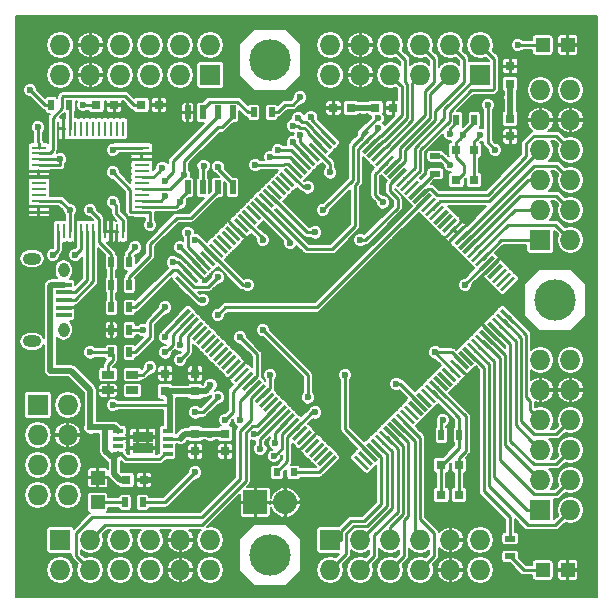
<source format=gtl>
G04 #@! TF.FileFunction,Copper,L1,Top,Signal*
%FSLAX46Y46*%
G04 Gerber Fmt 4.6, Leading zero omitted, Abs format (unit mm)*
G04 Created by KiCad (PCBNEW 0.201602101416+6546~42~ubuntu14.04.1-product) date Thu 11 Feb 2016 08:58:18 AM CET*
%MOMM*%
G01*
G04 APERTURE LIST*
%ADD10C,0.100000*%
%ADD11R,0.750000X0.800000*%
%ADD12R,1.350000X0.400000*%
%ADD13O,0.950000X1.250000*%
%ADD14O,1.550000X1.000000*%
%ADD15R,0.250000X1.300000*%
%ADD16R,1.300000X0.250000*%
%ADD17R,0.800000X0.750000*%
%ADD18R,0.600000X0.700000*%
%ADD19R,0.500000X0.900000*%
%ADD20R,0.508000X1.143000*%
%ADD21R,1.727200X1.727200*%
%ADD22O,1.727200X1.727200*%
%ADD23R,0.890000X0.420000*%
%ADD24R,0.840000X0.940000*%
%ADD25R,2.032000X2.032000*%
%ADD26O,2.032000X2.032000*%
%ADD27R,1.050000X0.650000*%
%ADD28C,3.500000*%
%ADD29R,1.198880X1.198880*%
%ADD30R,0.900000X0.500000*%
%ADD31C,0.600000*%
%ADD32C,0.250000*%
%ADD33C,0.500000*%
%ADD34C,0.200000*%
G04 APERTURE END LIST*
D10*
D11*
X115570000Y-132195000D03*
X115570000Y-130695000D03*
D10*
G36*
X142465169Y-122427068D02*
X142677301Y-122639200D01*
X141581285Y-123735216D01*
X141369153Y-123523084D01*
X142465169Y-122427068D01*
X142465169Y-122427068D01*
G37*
G36*
X142111616Y-122073514D02*
X142323748Y-122285646D01*
X141227732Y-123381662D01*
X141015600Y-123169530D01*
X142111616Y-122073514D01*
X142111616Y-122073514D01*
G37*
G36*
X141758062Y-121719961D02*
X141970194Y-121932093D01*
X140874178Y-123028109D01*
X140662046Y-122815977D01*
X141758062Y-121719961D01*
X141758062Y-121719961D01*
G37*
G36*
X141404509Y-121366408D02*
X141616641Y-121578540D01*
X140520625Y-122674556D01*
X140308493Y-122462424D01*
X141404509Y-121366408D01*
X141404509Y-121366408D01*
G37*
G36*
X141050955Y-121012854D02*
X141263087Y-121224986D01*
X140167071Y-122321002D01*
X139954939Y-122108870D01*
X141050955Y-121012854D01*
X141050955Y-121012854D01*
G37*
G36*
X140697402Y-120659301D02*
X140909534Y-120871433D01*
X139813518Y-121967449D01*
X139601386Y-121755317D01*
X140697402Y-120659301D01*
X140697402Y-120659301D01*
G37*
G36*
X140343849Y-120305747D02*
X140555981Y-120517879D01*
X139459965Y-121613895D01*
X139247833Y-121401763D01*
X140343849Y-120305747D01*
X140343849Y-120305747D01*
G37*
G36*
X139990295Y-119952194D02*
X140202427Y-120164326D01*
X139106411Y-121260342D01*
X138894279Y-121048210D01*
X139990295Y-119952194D01*
X139990295Y-119952194D01*
G37*
G36*
X139636742Y-119598641D02*
X139848874Y-119810773D01*
X138752858Y-120906789D01*
X138540726Y-120694657D01*
X139636742Y-119598641D01*
X139636742Y-119598641D01*
G37*
G36*
X139283188Y-119245087D02*
X139495320Y-119457219D01*
X138399304Y-120553235D01*
X138187172Y-120341103D01*
X139283188Y-119245087D01*
X139283188Y-119245087D01*
G37*
G36*
X138929635Y-118891534D02*
X139141767Y-119103666D01*
X138045751Y-120199682D01*
X137833619Y-119987550D01*
X138929635Y-118891534D01*
X138929635Y-118891534D01*
G37*
G36*
X138576082Y-118537980D02*
X138788214Y-118750112D01*
X137692198Y-119846128D01*
X137480066Y-119633996D01*
X138576082Y-118537980D01*
X138576082Y-118537980D01*
G37*
G36*
X138222528Y-118184427D02*
X138434660Y-118396559D01*
X137338644Y-119492575D01*
X137126512Y-119280443D01*
X138222528Y-118184427D01*
X138222528Y-118184427D01*
G37*
G36*
X137868975Y-117830874D02*
X138081107Y-118043006D01*
X136985091Y-119139022D01*
X136772959Y-118926890D01*
X137868975Y-117830874D01*
X137868975Y-117830874D01*
G37*
G36*
X137515421Y-117477320D02*
X137727553Y-117689452D01*
X136631537Y-118785468D01*
X136419405Y-118573336D01*
X137515421Y-117477320D01*
X137515421Y-117477320D01*
G37*
G36*
X137161868Y-117123767D02*
X137374000Y-117335899D01*
X136277984Y-118431915D01*
X136065852Y-118219783D01*
X137161868Y-117123767D01*
X137161868Y-117123767D01*
G37*
G36*
X136808315Y-116770214D02*
X137020447Y-116982346D01*
X135924431Y-118078362D01*
X135712299Y-117866230D01*
X136808315Y-116770214D01*
X136808315Y-116770214D01*
G37*
G36*
X136454761Y-116416660D02*
X136666893Y-116628792D01*
X135570877Y-117724808D01*
X135358745Y-117512676D01*
X136454761Y-116416660D01*
X136454761Y-116416660D01*
G37*
G36*
X136101208Y-116063107D02*
X136313340Y-116275239D01*
X135217324Y-117371255D01*
X135005192Y-117159123D01*
X136101208Y-116063107D01*
X136101208Y-116063107D01*
G37*
G36*
X135747654Y-115709553D02*
X135959786Y-115921685D01*
X134863770Y-117017701D01*
X134651638Y-116805569D01*
X135747654Y-115709553D01*
X135747654Y-115709553D01*
G37*
G36*
X135394101Y-115356000D02*
X135606233Y-115568132D01*
X134510217Y-116664148D01*
X134298085Y-116452016D01*
X135394101Y-115356000D01*
X135394101Y-115356000D01*
G37*
G36*
X135040548Y-115002447D02*
X135252680Y-115214579D01*
X134156664Y-116310595D01*
X133944532Y-116098463D01*
X135040548Y-115002447D01*
X135040548Y-115002447D01*
G37*
G36*
X134686994Y-114648893D02*
X134899126Y-114861025D01*
X133803110Y-115957041D01*
X133590978Y-115744909D01*
X134686994Y-114648893D01*
X134686994Y-114648893D01*
G37*
G36*
X134333441Y-114295340D02*
X134545573Y-114507472D01*
X133449557Y-115603488D01*
X133237425Y-115391356D01*
X134333441Y-114295340D01*
X134333441Y-114295340D01*
G37*
G36*
X133979888Y-113941786D02*
X134192020Y-114153918D01*
X133096004Y-115249934D01*
X132883872Y-115037802D01*
X133979888Y-113941786D01*
X133979888Y-113941786D01*
G37*
G36*
X133626334Y-113588233D02*
X133838466Y-113800365D01*
X132742450Y-114896381D01*
X132530318Y-114684249D01*
X133626334Y-113588233D01*
X133626334Y-113588233D01*
G37*
G36*
X133272781Y-113234680D02*
X133484913Y-113446812D01*
X132388897Y-114542828D01*
X132176765Y-114330696D01*
X133272781Y-113234680D01*
X133272781Y-113234680D01*
G37*
G36*
X132919227Y-112881126D02*
X133131359Y-113093258D01*
X132035343Y-114189274D01*
X131823211Y-113977142D01*
X132919227Y-112881126D01*
X132919227Y-112881126D01*
G37*
G36*
X132565674Y-112527573D02*
X132777806Y-112739705D01*
X131681790Y-113835721D01*
X131469658Y-113623589D01*
X132565674Y-112527573D01*
X132565674Y-112527573D01*
G37*
G36*
X132212121Y-112174019D02*
X132424253Y-112386151D01*
X131328237Y-113482167D01*
X131116105Y-113270035D01*
X132212121Y-112174019D01*
X132212121Y-112174019D01*
G37*
G36*
X131858567Y-111820466D02*
X132070699Y-112032598D01*
X130974683Y-113128614D01*
X130762551Y-112916482D01*
X131858567Y-111820466D01*
X131858567Y-111820466D01*
G37*
G36*
X131505014Y-111466913D02*
X131717146Y-111679045D01*
X130621130Y-112775061D01*
X130408998Y-112562929D01*
X131505014Y-111466913D01*
X131505014Y-111466913D01*
G37*
G36*
X131151460Y-111113359D02*
X131363592Y-111325491D01*
X130267576Y-112421507D01*
X130055444Y-112209375D01*
X131151460Y-111113359D01*
X131151460Y-111113359D01*
G37*
G36*
X130797907Y-110759806D02*
X131010039Y-110971938D01*
X129914023Y-112067954D01*
X129701891Y-111855822D01*
X130797907Y-110759806D01*
X130797907Y-110759806D01*
G37*
G36*
X130444354Y-110406252D02*
X130656486Y-110618384D01*
X129560470Y-111714400D01*
X129348338Y-111502268D01*
X130444354Y-110406252D01*
X130444354Y-110406252D01*
G37*
G36*
X130090800Y-110052699D02*
X130302932Y-110264831D01*
X129206916Y-111360847D01*
X128994784Y-111148715D01*
X130090800Y-110052699D01*
X130090800Y-110052699D01*
G37*
G36*
X126237068Y-110264831D02*
X126449200Y-110052699D01*
X127545216Y-111148715D01*
X127333084Y-111360847D01*
X126237068Y-110264831D01*
X126237068Y-110264831D01*
G37*
G36*
X125883514Y-110618384D02*
X126095646Y-110406252D01*
X127191662Y-111502268D01*
X126979530Y-111714400D01*
X125883514Y-110618384D01*
X125883514Y-110618384D01*
G37*
G36*
X125529961Y-110971938D02*
X125742093Y-110759806D01*
X126838109Y-111855822D01*
X126625977Y-112067954D01*
X125529961Y-110971938D01*
X125529961Y-110971938D01*
G37*
G36*
X125176408Y-111325491D02*
X125388540Y-111113359D01*
X126484556Y-112209375D01*
X126272424Y-112421507D01*
X125176408Y-111325491D01*
X125176408Y-111325491D01*
G37*
G36*
X124822854Y-111679045D02*
X125034986Y-111466913D01*
X126131002Y-112562929D01*
X125918870Y-112775061D01*
X124822854Y-111679045D01*
X124822854Y-111679045D01*
G37*
G36*
X124469301Y-112032598D02*
X124681433Y-111820466D01*
X125777449Y-112916482D01*
X125565317Y-113128614D01*
X124469301Y-112032598D01*
X124469301Y-112032598D01*
G37*
G36*
X124115747Y-112386151D02*
X124327879Y-112174019D01*
X125423895Y-113270035D01*
X125211763Y-113482167D01*
X124115747Y-112386151D01*
X124115747Y-112386151D01*
G37*
G36*
X123762194Y-112739705D02*
X123974326Y-112527573D01*
X125070342Y-113623589D01*
X124858210Y-113835721D01*
X123762194Y-112739705D01*
X123762194Y-112739705D01*
G37*
G36*
X123408641Y-113093258D02*
X123620773Y-112881126D01*
X124716789Y-113977142D01*
X124504657Y-114189274D01*
X123408641Y-113093258D01*
X123408641Y-113093258D01*
G37*
G36*
X123055087Y-113446812D02*
X123267219Y-113234680D01*
X124363235Y-114330696D01*
X124151103Y-114542828D01*
X123055087Y-113446812D01*
X123055087Y-113446812D01*
G37*
G36*
X122701534Y-113800365D02*
X122913666Y-113588233D01*
X124009682Y-114684249D01*
X123797550Y-114896381D01*
X122701534Y-113800365D01*
X122701534Y-113800365D01*
G37*
G36*
X122347980Y-114153918D02*
X122560112Y-113941786D01*
X123656128Y-115037802D01*
X123443996Y-115249934D01*
X122347980Y-114153918D01*
X122347980Y-114153918D01*
G37*
G36*
X121994427Y-114507472D02*
X122206559Y-114295340D01*
X123302575Y-115391356D01*
X123090443Y-115603488D01*
X121994427Y-114507472D01*
X121994427Y-114507472D01*
G37*
G36*
X121640874Y-114861025D02*
X121853006Y-114648893D01*
X122949022Y-115744909D01*
X122736890Y-115957041D01*
X121640874Y-114861025D01*
X121640874Y-114861025D01*
G37*
G36*
X121287320Y-115214579D02*
X121499452Y-115002447D01*
X122595468Y-116098463D01*
X122383336Y-116310595D01*
X121287320Y-115214579D01*
X121287320Y-115214579D01*
G37*
G36*
X120933767Y-115568132D02*
X121145899Y-115356000D01*
X122241915Y-116452016D01*
X122029783Y-116664148D01*
X120933767Y-115568132D01*
X120933767Y-115568132D01*
G37*
G36*
X120580214Y-115921685D02*
X120792346Y-115709553D01*
X121888362Y-116805569D01*
X121676230Y-117017701D01*
X120580214Y-115921685D01*
X120580214Y-115921685D01*
G37*
G36*
X120226660Y-116275239D02*
X120438792Y-116063107D01*
X121534808Y-117159123D01*
X121322676Y-117371255D01*
X120226660Y-116275239D01*
X120226660Y-116275239D01*
G37*
G36*
X119873107Y-116628792D02*
X120085239Y-116416660D01*
X121181255Y-117512676D01*
X120969123Y-117724808D01*
X119873107Y-116628792D01*
X119873107Y-116628792D01*
G37*
G36*
X119519553Y-116982346D02*
X119731685Y-116770214D01*
X120827701Y-117866230D01*
X120615569Y-118078362D01*
X119519553Y-116982346D01*
X119519553Y-116982346D01*
G37*
G36*
X119166000Y-117335899D02*
X119378132Y-117123767D01*
X120474148Y-118219783D01*
X120262016Y-118431915D01*
X119166000Y-117335899D01*
X119166000Y-117335899D01*
G37*
G36*
X118812447Y-117689452D02*
X119024579Y-117477320D01*
X120120595Y-118573336D01*
X119908463Y-118785468D01*
X118812447Y-117689452D01*
X118812447Y-117689452D01*
G37*
G36*
X118458893Y-118043006D02*
X118671025Y-117830874D01*
X119767041Y-118926890D01*
X119554909Y-119139022D01*
X118458893Y-118043006D01*
X118458893Y-118043006D01*
G37*
G36*
X118105340Y-118396559D02*
X118317472Y-118184427D01*
X119413488Y-119280443D01*
X119201356Y-119492575D01*
X118105340Y-118396559D01*
X118105340Y-118396559D01*
G37*
G36*
X117751786Y-118750112D02*
X117963918Y-118537980D01*
X119059934Y-119633996D01*
X118847802Y-119846128D01*
X117751786Y-118750112D01*
X117751786Y-118750112D01*
G37*
G36*
X117398233Y-119103666D02*
X117610365Y-118891534D01*
X118706381Y-119987550D01*
X118494249Y-120199682D01*
X117398233Y-119103666D01*
X117398233Y-119103666D01*
G37*
G36*
X117044680Y-119457219D02*
X117256812Y-119245087D01*
X118352828Y-120341103D01*
X118140696Y-120553235D01*
X117044680Y-119457219D01*
X117044680Y-119457219D01*
G37*
G36*
X116691126Y-119810773D02*
X116903258Y-119598641D01*
X117999274Y-120694657D01*
X117787142Y-120906789D01*
X116691126Y-119810773D01*
X116691126Y-119810773D01*
G37*
G36*
X116337573Y-120164326D02*
X116549705Y-119952194D01*
X117645721Y-121048210D01*
X117433589Y-121260342D01*
X116337573Y-120164326D01*
X116337573Y-120164326D01*
G37*
G36*
X115984019Y-120517879D02*
X116196151Y-120305747D01*
X117292167Y-121401763D01*
X117080035Y-121613895D01*
X115984019Y-120517879D01*
X115984019Y-120517879D01*
G37*
G36*
X115630466Y-120871433D02*
X115842598Y-120659301D01*
X116938614Y-121755317D01*
X116726482Y-121967449D01*
X115630466Y-120871433D01*
X115630466Y-120871433D01*
G37*
G36*
X115276913Y-121224986D02*
X115489045Y-121012854D01*
X116585061Y-122108870D01*
X116372929Y-122321002D01*
X115276913Y-121224986D01*
X115276913Y-121224986D01*
G37*
G36*
X114923359Y-121578540D02*
X115135491Y-121366408D01*
X116231507Y-122462424D01*
X116019375Y-122674556D01*
X114923359Y-121578540D01*
X114923359Y-121578540D01*
G37*
G36*
X114569806Y-121932093D02*
X114781938Y-121719961D01*
X115877954Y-122815977D01*
X115665822Y-123028109D01*
X114569806Y-121932093D01*
X114569806Y-121932093D01*
G37*
G36*
X114216252Y-122285646D02*
X114428384Y-122073514D01*
X115524400Y-123169530D01*
X115312268Y-123381662D01*
X114216252Y-122285646D01*
X114216252Y-122285646D01*
G37*
G36*
X113862699Y-122639200D02*
X114074831Y-122427068D01*
X115170847Y-123523084D01*
X114958715Y-123735216D01*
X113862699Y-122639200D01*
X113862699Y-122639200D01*
G37*
G36*
X114958715Y-125184784D02*
X115170847Y-125396916D01*
X114074831Y-126492932D01*
X113862699Y-126280800D01*
X114958715Y-125184784D01*
X114958715Y-125184784D01*
G37*
G36*
X115312268Y-125538338D02*
X115524400Y-125750470D01*
X114428384Y-126846486D01*
X114216252Y-126634354D01*
X115312268Y-125538338D01*
X115312268Y-125538338D01*
G37*
G36*
X115665822Y-125891891D02*
X115877954Y-126104023D01*
X114781938Y-127200039D01*
X114569806Y-126987907D01*
X115665822Y-125891891D01*
X115665822Y-125891891D01*
G37*
G36*
X116019375Y-126245444D02*
X116231507Y-126457576D01*
X115135491Y-127553592D01*
X114923359Y-127341460D01*
X116019375Y-126245444D01*
X116019375Y-126245444D01*
G37*
G36*
X116372929Y-126598998D02*
X116585061Y-126811130D01*
X115489045Y-127907146D01*
X115276913Y-127695014D01*
X116372929Y-126598998D01*
X116372929Y-126598998D01*
G37*
G36*
X116726482Y-126952551D02*
X116938614Y-127164683D01*
X115842598Y-128260699D01*
X115630466Y-128048567D01*
X116726482Y-126952551D01*
X116726482Y-126952551D01*
G37*
G36*
X117080035Y-127306105D02*
X117292167Y-127518237D01*
X116196151Y-128614253D01*
X115984019Y-128402121D01*
X117080035Y-127306105D01*
X117080035Y-127306105D01*
G37*
G36*
X117433589Y-127659658D02*
X117645721Y-127871790D01*
X116549705Y-128967806D01*
X116337573Y-128755674D01*
X117433589Y-127659658D01*
X117433589Y-127659658D01*
G37*
G36*
X117787142Y-128013211D02*
X117999274Y-128225343D01*
X116903258Y-129321359D01*
X116691126Y-129109227D01*
X117787142Y-128013211D01*
X117787142Y-128013211D01*
G37*
G36*
X118140696Y-128366765D02*
X118352828Y-128578897D01*
X117256812Y-129674913D01*
X117044680Y-129462781D01*
X118140696Y-128366765D01*
X118140696Y-128366765D01*
G37*
G36*
X118494249Y-128720318D02*
X118706381Y-128932450D01*
X117610365Y-130028466D01*
X117398233Y-129816334D01*
X118494249Y-128720318D01*
X118494249Y-128720318D01*
G37*
G36*
X118847802Y-129073872D02*
X119059934Y-129286004D01*
X117963918Y-130382020D01*
X117751786Y-130169888D01*
X118847802Y-129073872D01*
X118847802Y-129073872D01*
G37*
G36*
X119201356Y-129427425D02*
X119413488Y-129639557D01*
X118317472Y-130735573D01*
X118105340Y-130523441D01*
X119201356Y-129427425D01*
X119201356Y-129427425D01*
G37*
G36*
X119554909Y-129780978D02*
X119767041Y-129993110D01*
X118671025Y-131089126D01*
X118458893Y-130876994D01*
X119554909Y-129780978D01*
X119554909Y-129780978D01*
G37*
G36*
X119908463Y-130134532D02*
X120120595Y-130346664D01*
X119024579Y-131442680D01*
X118812447Y-131230548D01*
X119908463Y-130134532D01*
X119908463Y-130134532D01*
G37*
G36*
X120262016Y-130488085D02*
X120474148Y-130700217D01*
X119378132Y-131796233D01*
X119166000Y-131584101D01*
X120262016Y-130488085D01*
X120262016Y-130488085D01*
G37*
G36*
X120615569Y-130841638D02*
X120827701Y-131053770D01*
X119731685Y-132149786D01*
X119519553Y-131937654D01*
X120615569Y-130841638D01*
X120615569Y-130841638D01*
G37*
G36*
X120969123Y-131195192D02*
X121181255Y-131407324D01*
X120085239Y-132503340D01*
X119873107Y-132291208D01*
X120969123Y-131195192D01*
X120969123Y-131195192D01*
G37*
G36*
X121322676Y-131548745D02*
X121534808Y-131760877D01*
X120438792Y-132856893D01*
X120226660Y-132644761D01*
X121322676Y-131548745D01*
X121322676Y-131548745D01*
G37*
G36*
X121676230Y-131902299D02*
X121888362Y-132114431D01*
X120792346Y-133210447D01*
X120580214Y-132998315D01*
X121676230Y-131902299D01*
X121676230Y-131902299D01*
G37*
G36*
X122029783Y-132255852D02*
X122241915Y-132467984D01*
X121145899Y-133564000D01*
X120933767Y-133351868D01*
X122029783Y-132255852D01*
X122029783Y-132255852D01*
G37*
G36*
X122383336Y-132609405D02*
X122595468Y-132821537D01*
X121499452Y-133917553D01*
X121287320Y-133705421D01*
X122383336Y-132609405D01*
X122383336Y-132609405D01*
G37*
G36*
X122736890Y-132962959D02*
X122949022Y-133175091D01*
X121853006Y-134271107D01*
X121640874Y-134058975D01*
X122736890Y-132962959D01*
X122736890Y-132962959D01*
G37*
G36*
X123090443Y-133316512D02*
X123302575Y-133528644D01*
X122206559Y-134624660D01*
X121994427Y-134412528D01*
X123090443Y-133316512D01*
X123090443Y-133316512D01*
G37*
G36*
X123443996Y-133670066D02*
X123656128Y-133882198D01*
X122560112Y-134978214D01*
X122347980Y-134766082D01*
X123443996Y-133670066D01*
X123443996Y-133670066D01*
G37*
G36*
X123797550Y-134023619D02*
X124009682Y-134235751D01*
X122913666Y-135331767D01*
X122701534Y-135119635D01*
X123797550Y-134023619D01*
X123797550Y-134023619D01*
G37*
G36*
X124151103Y-134377172D02*
X124363235Y-134589304D01*
X123267219Y-135685320D01*
X123055087Y-135473188D01*
X124151103Y-134377172D01*
X124151103Y-134377172D01*
G37*
G36*
X124504657Y-134730726D02*
X124716789Y-134942858D01*
X123620773Y-136038874D01*
X123408641Y-135826742D01*
X124504657Y-134730726D01*
X124504657Y-134730726D01*
G37*
G36*
X124858210Y-135084279D02*
X125070342Y-135296411D01*
X123974326Y-136392427D01*
X123762194Y-136180295D01*
X124858210Y-135084279D01*
X124858210Y-135084279D01*
G37*
G36*
X125211763Y-135437833D02*
X125423895Y-135649965D01*
X124327879Y-136745981D01*
X124115747Y-136533849D01*
X125211763Y-135437833D01*
X125211763Y-135437833D01*
G37*
G36*
X125565317Y-135791386D02*
X125777449Y-136003518D01*
X124681433Y-137099534D01*
X124469301Y-136887402D01*
X125565317Y-135791386D01*
X125565317Y-135791386D01*
G37*
G36*
X125918870Y-136144939D02*
X126131002Y-136357071D01*
X125034986Y-137453087D01*
X124822854Y-137240955D01*
X125918870Y-136144939D01*
X125918870Y-136144939D01*
G37*
G36*
X126272424Y-136498493D02*
X126484556Y-136710625D01*
X125388540Y-137806641D01*
X125176408Y-137594509D01*
X126272424Y-136498493D01*
X126272424Y-136498493D01*
G37*
G36*
X126625977Y-136852046D02*
X126838109Y-137064178D01*
X125742093Y-138160194D01*
X125529961Y-137948062D01*
X126625977Y-136852046D01*
X126625977Y-136852046D01*
G37*
G36*
X126979530Y-137205600D02*
X127191662Y-137417732D01*
X126095646Y-138513748D01*
X125883514Y-138301616D01*
X126979530Y-137205600D01*
X126979530Y-137205600D01*
G37*
G36*
X127333084Y-137559153D02*
X127545216Y-137771285D01*
X126449200Y-138867301D01*
X126237068Y-138655169D01*
X127333084Y-137559153D01*
X127333084Y-137559153D01*
G37*
G36*
X128994784Y-137771285D02*
X129206916Y-137559153D01*
X130302932Y-138655169D01*
X130090800Y-138867301D01*
X128994784Y-137771285D01*
X128994784Y-137771285D01*
G37*
G36*
X129348338Y-137417732D02*
X129560470Y-137205600D01*
X130656486Y-138301616D01*
X130444354Y-138513748D01*
X129348338Y-137417732D01*
X129348338Y-137417732D01*
G37*
G36*
X129701891Y-137064178D02*
X129914023Y-136852046D01*
X131010039Y-137948062D01*
X130797907Y-138160194D01*
X129701891Y-137064178D01*
X129701891Y-137064178D01*
G37*
G36*
X130055444Y-136710625D02*
X130267576Y-136498493D01*
X131363592Y-137594509D01*
X131151460Y-137806641D01*
X130055444Y-136710625D01*
X130055444Y-136710625D01*
G37*
G36*
X130408998Y-136357071D02*
X130621130Y-136144939D01*
X131717146Y-137240955D01*
X131505014Y-137453087D01*
X130408998Y-136357071D01*
X130408998Y-136357071D01*
G37*
G36*
X130762551Y-136003518D02*
X130974683Y-135791386D01*
X132070699Y-136887402D01*
X131858567Y-137099534D01*
X130762551Y-136003518D01*
X130762551Y-136003518D01*
G37*
G36*
X131116105Y-135649965D02*
X131328237Y-135437833D01*
X132424253Y-136533849D01*
X132212121Y-136745981D01*
X131116105Y-135649965D01*
X131116105Y-135649965D01*
G37*
G36*
X131469658Y-135296411D02*
X131681790Y-135084279D01*
X132777806Y-136180295D01*
X132565674Y-136392427D01*
X131469658Y-135296411D01*
X131469658Y-135296411D01*
G37*
G36*
X131823211Y-134942858D02*
X132035343Y-134730726D01*
X133131359Y-135826742D01*
X132919227Y-136038874D01*
X131823211Y-134942858D01*
X131823211Y-134942858D01*
G37*
G36*
X132176765Y-134589304D02*
X132388897Y-134377172D01*
X133484913Y-135473188D01*
X133272781Y-135685320D01*
X132176765Y-134589304D01*
X132176765Y-134589304D01*
G37*
G36*
X132530318Y-134235751D02*
X132742450Y-134023619D01*
X133838466Y-135119635D01*
X133626334Y-135331767D01*
X132530318Y-134235751D01*
X132530318Y-134235751D01*
G37*
G36*
X132883872Y-133882198D02*
X133096004Y-133670066D01*
X134192020Y-134766082D01*
X133979888Y-134978214D01*
X132883872Y-133882198D01*
X132883872Y-133882198D01*
G37*
G36*
X133237425Y-133528644D02*
X133449557Y-133316512D01*
X134545573Y-134412528D01*
X134333441Y-134624660D01*
X133237425Y-133528644D01*
X133237425Y-133528644D01*
G37*
G36*
X133590978Y-133175091D02*
X133803110Y-132962959D01*
X134899126Y-134058975D01*
X134686994Y-134271107D01*
X133590978Y-133175091D01*
X133590978Y-133175091D01*
G37*
G36*
X133944532Y-132821537D02*
X134156664Y-132609405D01*
X135252680Y-133705421D01*
X135040548Y-133917553D01*
X133944532Y-132821537D01*
X133944532Y-132821537D01*
G37*
G36*
X134298085Y-132467984D02*
X134510217Y-132255852D01*
X135606233Y-133351868D01*
X135394101Y-133564000D01*
X134298085Y-132467984D01*
X134298085Y-132467984D01*
G37*
G36*
X134651638Y-132114431D02*
X134863770Y-131902299D01*
X135959786Y-132998315D01*
X135747654Y-133210447D01*
X134651638Y-132114431D01*
X134651638Y-132114431D01*
G37*
G36*
X135005192Y-131760877D02*
X135217324Y-131548745D01*
X136313340Y-132644761D01*
X136101208Y-132856893D01*
X135005192Y-131760877D01*
X135005192Y-131760877D01*
G37*
G36*
X135358745Y-131407324D02*
X135570877Y-131195192D01*
X136666893Y-132291208D01*
X136454761Y-132503340D01*
X135358745Y-131407324D01*
X135358745Y-131407324D01*
G37*
G36*
X135712299Y-131053770D02*
X135924431Y-130841638D01*
X137020447Y-131937654D01*
X136808315Y-132149786D01*
X135712299Y-131053770D01*
X135712299Y-131053770D01*
G37*
G36*
X136065852Y-130700217D02*
X136277984Y-130488085D01*
X137374000Y-131584101D01*
X137161868Y-131796233D01*
X136065852Y-130700217D01*
X136065852Y-130700217D01*
G37*
G36*
X136419405Y-130346664D02*
X136631537Y-130134532D01*
X137727553Y-131230548D01*
X137515421Y-131442680D01*
X136419405Y-130346664D01*
X136419405Y-130346664D01*
G37*
G36*
X136772959Y-129993110D02*
X136985091Y-129780978D01*
X138081107Y-130876994D01*
X137868975Y-131089126D01*
X136772959Y-129993110D01*
X136772959Y-129993110D01*
G37*
G36*
X137126512Y-129639557D02*
X137338644Y-129427425D01*
X138434660Y-130523441D01*
X138222528Y-130735573D01*
X137126512Y-129639557D01*
X137126512Y-129639557D01*
G37*
G36*
X137480066Y-129286004D02*
X137692198Y-129073872D01*
X138788214Y-130169888D01*
X138576082Y-130382020D01*
X137480066Y-129286004D01*
X137480066Y-129286004D01*
G37*
G36*
X137833619Y-128932450D02*
X138045751Y-128720318D01*
X139141767Y-129816334D01*
X138929635Y-130028466D01*
X137833619Y-128932450D01*
X137833619Y-128932450D01*
G37*
G36*
X138187172Y-128578897D02*
X138399304Y-128366765D01*
X139495320Y-129462781D01*
X139283188Y-129674913D01*
X138187172Y-128578897D01*
X138187172Y-128578897D01*
G37*
G36*
X138540726Y-128225343D02*
X138752858Y-128013211D01*
X139848874Y-129109227D01*
X139636742Y-129321359D01*
X138540726Y-128225343D01*
X138540726Y-128225343D01*
G37*
G36*
X138894279Y-127871790D02*
X139106411Y-127659658D01*
X140202427Y-128755674D01*
X139990295Y-128967806D01*
X138894279Y-127871790D01*
X138894279Y-127871790D01*
G37*
G36*
X139247833Y-127518237D02*
X139459965Y-127306105D01*
X140555981Y-128402121D01*
X140343849Y-128614253D01*
X139247833Y-127518237D01*
X139247833Y-127518237D01*
G37*
G36*
X139601386Y-127164683D02*
X139813518Y-126952551D01*
X140909534Y-128048567D01*
X140697402Y-128260699D01*
X139601386Y-127164683D01*
X139601386Y-127164683D01*
G37*
G36*
X139954939Y-126811130D02*
X140167071Y-126598998D01*
X141263087Y-127695014D01*
X141050955Y-127907146D01*
X139954939Y-126811130D01*
X139954939Y-126811130D01*
G37*
G36*
X140308493Y-126457576D02*
X140520625Y-126245444D01*
X141616641Y-127341460D01*
X141404509Y-127553592D01*
X140308493Y-126457576D01*
X140308493Y-126457576D01*
G37*
G36*
X140662046Y-126104023D02*
X140874178Y-125891891D01*
X141970194Y-126987907D01*
X141758062Y-127200039D01*
X140662046Y-126104023D01*
X140662046Y-126104023D01*
G37*
G36*
X141015600Y-125750470D02*
X141227732Y-125538338D01*
X142323748Y-126634354D01*
X142111616Y-126846486D01*
X141015600Y-125750470D01*
X141015600Y-125750470D01*
G37*
G36*
X141369153Y-125396916D02*
X141581285Y-125184784D01*
X142677301Y-126280800D01*
X142465169Y-126492932D01*
X141369153Y-125396916D01*
X141369153Y-125396916D01*
G37*
D12*
X104432540Y-123159100D03*
X104432540Y-123809100D03*
X104432540Y-124459100D03*
X104432540Y-125109100D03*
X104432540Y-125759100D03*
D13*
X104432540Y-121959100D03*
X104432540Y-126959100D03*
D14*
X101732540Y-120959100D03*
X101732540Y-127959100D03*
D15*
X103930000Y-118650000D03*
X104430000Y-118650000D03*
X104930000Y-118650000D03*
X105430000Y-118650000D03*
X105930000Y-118650000D03*
X106430000Y-118650000D03*
X106930000Y-118650000D03*
X107430000Y-118650000D03*
X107930000Y-118650000D03*
X108430000Y-118650000D03*
X108930000Y-118650000D03*
X109430000Y-118650000D03*
D16*
X111030000Y-117050000D03*
X111030000Y-116550000D03*
X111030000Y-116050000D03*
X111030000Y-115550000D03*
X111030000Y-115050000D03*
X111030000Y-114550000D03*
X111030000Y-114050000D03*
X111030000Y-113550000D03*
X111030000Y-113050000D03*
X111030000Y-112550000D03*
X111030000Y-112050000D03*
X111030000Y-111550000D03*
D15*
X109430000Y-109950000D03*
X108930000Y-109950000D03*
X108430000Y-109950000D03*
X107930000Y-109950000D03*
X107430000Y-109950000D03*
X106930000Y-109950000D03*
X106430000Y-109950000D03*
X105930000Y-109950000D03*
X105430000Y-109950000D03*
X104930000Y-109950000D03*
X104430000Y-109950000D03*
X103930000Y-109950000D03*
D16*
X102330000Y-111550000D03*
X102330000Y-112050000D03*
X102330000Y-112550000D03*
X102330000Y-113050000D03*
X102330000Y-113550000D03*
X102330000Y-114050000D03*
X102330000Y-114550000D03*
X102330000Y-115050000D03*
X102330000Y-115550000D03*
X102330000Y-116050000D03*
X102330000Y-116550000D03*
X102330000Y-117050000D03*
D17*
X137680000Y-111760000D03*
X139180000Y-111760000D03*
X137680000Y-114300000D03*
X139180000Y-114300000D03*
D18*
X122490000Y-139065000D03*
X123890000Y-139065000D03*
D19*
X137680000Y-109220000D03*
X139180000Y-109220000D03*
D20*
X118745000Y-114935000D03*
X117475000Y-114935000D03*
X116205000Y-114935000D03*
X114935000Y-114935000D03*
X114935000Y-108585000D03*
X116205000Y-108585000D03*
X117475000Y-108585000D03*
X118745000Y-108585000D03*
D19*
X103390000Y-107950000D03*
X104890000Y-107950000D03*
X108470000Y-127000000D03*
X109970000Y-127000000D03*
X109970000Y-121285000D03*
X108470000Y-121285000D03*
X109970000Y-125095000D03*
X108470000Y-125095000D03*
X120535000Y-108585000D03*
X122035000Y-108585000D03*
X109970000Y-123190000D03*
X108470000Y-123190000D03*
D21*
X116840000Y-105410000D03*
D22*
X116840000Y-102870000D03*
X114300000Y-105410000D03*
X114300000Y-102870000D03*
X111760000Y-105410000D03*
X111760000Y-102870000D03*
X109220000Y-105410000D03*
X109220000Y-102870000D03*
X106680000Y-105410000D03*
X106680000Y-102870000D03*
X104140000Y-105410000D03*
X104140000Y-102870000D03*
D21*
X139700000Y-105410000D03*
D22*
X139700000Y-102870000D03*
X137160000Y-105410000D03*
X137160000Y-102870000D03*
X134620000Y-105410000D03*
X134620000Y-102870000D03*
X132080000Y-105410000D03*
X132080000Y-102870000D03*
X129540000Y-105410000D03*
X129540000Y-102870000D03*
X127000000Y-105410000D03*
X127000000Y-102870000D03*
D21*
X144780000Y-119380000D03*
D22*
X147320000Y-119380000D03*
X144780000Y-116840000D03*
X147320000Y-116840000D03*
X144780000Y-114300000D03*
X147320000Y-114300000D03*
X144780000Y-111760000D03*
X147320000Y-111760000D03*
X144780000Y-109220000D03*
X147320000Y-109220000D03*
X144780000Y-106680000D03*
X147320000Y-106680000D03*
D21*
X144780000Y-142240000D03*
D22*
X147320000Y-142240000D03*
X144780000Y-139700000D03*
X147320000Y-139700000D03*
X144780000Y-137160000D03*
X147320000Y-137160000D03*
X144780000Y-134620000D03*
X147320000Y-134620000D03*
X144780000Y-132080000D03*
X147320000Y-132080000D03*
X144780000Y-129540000D03*
X147320000Y-129540000D03*
D21*
X127000000Y-144780000D03*
D22*
X127000000Y-147320000D03*
X129540000Y-144780000D03*
X129540000Y-147320000D03*
X132080000Y-144780000D03*
X132080000Y-147320000D03*
X134620000Y-144780000D03*
X134620000Y-147320000D03*
X137160000Y-144780000D03*
X137160000Y-147320000D03*
X139700000Y-144780000D03*
X139700000Y-147320000D03*
D21*
X104140000Y-144780000D03*
D22*
X104140000Y-147320000D03*
X106680000Y-144780000D03*
X106680000Y-147320000D03*
X109220000Y-144780000D03*
X109220000Y-147320000D03*
X111760000Y-144780000D03*
X111760000Y-147320000D03*
X114300000Y-144780000D03*
X114300000Y-147320000D03*
X116840000Y-144780000D03*
X116840000Y-147320000D03*
D17*
X111010000Y-107950000D03*
X112510000Y-107950000D03*
X107200000Y-107950000D03*
X108700000Y-107950000D03*
X136410000Y-140970000D03*
X137910000Y-140970000D03*
X136410000Y-138430000D03*
X137910000Y-138430000D03*
D11*
X118110000Y-135775000D03*
X118110000Y-137275000D03*
X115570000Y-135775000D03*
X115570000Y-137275000D03*
X113030000Y-132195000D03*
X113030000Y-130695000D03*
D17*
X130822000Y-108204000D03*
X132322000Y-108204000D03*
X128766000Y-108204000D03*
X127266000Y-108204000D03*
D19*
X108470000Y-128905000D03*
X109970000Y-128905000D03*
X136410000Y-135890000D03*
X137910000Y-135890000D03*
D17*
X109740000Y-139700000D03*
X111240000Y-139700000D03*
D23*
X109020000Y-135550000D03*
X109020000Y-136200000D03*
X109020000Y-136850000D03*
X109020000Y-137500000D03*
X113230000Y-137500000D03*
X113230000Y-136850000D03*
X113230000Y-136200000D03*
X113230000Y-135550000D03*
D24*
X111545000Y-136995000D03*
X111545000Y-136055000D03*
X110705000Y-136995000D03*
X110705000Y-136055000D03*
D11*
X142240000Y-106160000D03*
X142240000Y-104660000D03*
X142240000Y-109105000D03*
X142240000Y-110605000D03*
D21*
X102235000Y-133350000D03*
D22*
X104775000Y-133350000D03*
X102235000Y-135890000D03*
X104775000Y-135890000D03*
X102235000Y-138430000D03*
X104775000Y-138430000D03*
X102235000Y-140970000D03*
X104775000Y-140970000D03*
D25*
X120650000Y-141605000D03*
D26*
X123190000Y-141605000D03*
D27*
X110245000Y-132120000D03*
X110245000Y-130770000D03*
X108195000Y-130770000D03*
X108195000Y-132120000D03*
D28*
X146050000Y-124460000D03*
X121920000Y-146050000D03*
X121920000Y-104140000D03*
D29*
X107315000Y-141605000D03*
X107315000Y-139506960D03*
X145000980Y-147320000D03*
X147099020Y-147320000D03*
X145000980Y-102870000D03*
X147099020Y-102870000D03*
D19*
X111125000Y-141605000D03*
X109625000Y-141605000D03*
D30*
X142240000Y-144665000D03*
X142240000Y-146165000D03*
X135890000Y-113780000D03*
X135890000Y-112280000D03*
D31*
X124305584Y-109050411D03*
X125361858Y-108948033D03*
X124460000Y-110490000D03*
X123825000Y-109689987D03*
X122555000Y-111760000D03*
X123825000Y-111125000D03*
X120650000Y-113030000D03*
X121920000Y-112395000D03*
X118110000Y-127000000D03*
X115570000Y-129540000D03*
X125095000Y-123825000D03*
X127000000Y-125730000D03*
X123825000Y-116205000D03*
X120015000Y-114934978D03*
X112649000Y-134620000D03*
X128270000Y-118110000D03*
X139065000Y-116840000D03*
X140970000Y-113665000D03*
X114300000Y-134620000D03*
X113030000Y-139700000D03*
X130175000Y-122555000D03*
X128270000Y-120650004D03*
X111760000Y-130175000D03*
X104140000Y-112550000D03*
X106680000Y-116840000D03*
X108585000Y-116205000D03*
X125095000Y-114935000D03*
X124460000Y-107315000D03*
X119380000Y-127635000D03*
X116840000Y-135890000D03*
X142240000Y-107315000D03*
X117484064Y-113172009D03*
X131444996Y-116205000D03*
X132590544Y-131569456D03*
X101600000Y-106680000D03*
X121285000Y-119380000D03*
X138430000Y-123190000D03*
X135890000Y-128905000D03*
X125730000Y-133985000D03*
X116205000Y-124460000D03*
X108585000Y-111760000D03*
X104930000Y-116840000D03*
X106680000Y-135254970D03*
X117475008Y-125730000D03*
X113030000Y-125095000D03*
X121920000Y-130810000D03*
X108585000Y-133350000D03*
X125730000Y-118745000D03*
X116859605Y-131699375D03*
X127000000Y-113665000D03*
X137147039Y-110429024D03*
X136525000Y-134620000D03*
X128270000Y-130810000D03*
X129540000Y-119380000D03*
X129794000Y-108204000D03*
X120015000Y-123190000D03*
X121285000Y-127000000D03*
X125095000Y-132715000D03*
X117475000Y-132715000D03*
X115570000Y-133985000D03*
X115570000Y-139065000D03*
X112777562Y-113282438D03*
X115570000Y-119380000D03*
X114944999Y-118754999D03*
X114300000Y-116205000D03*
X112970606Y-114359394D03*
X114300000Y-120015000D03*
X113030000Y-115675010D03*
X110490000Y-120015000D03*
X108585000Y-113665000D03*
X116272089Y-113097089D03*
X111760000Y-118110000D03*
X113665000Y-121285000D03*
X119380010Y-134620000D03*
X118110000Y-134620000D03*
X121090029Y-137063334D03*
X120581120Y-135821120D03*
X122244103Y-137704033D03*
X122301250Y-136569834D03*
X105410000Y-120650000D03*
X111125000Y-127000000D03*
X114633691Y-113865732D03*
X117475000Y-122555000D03*
X123602963Y-119602071D03*
X126365000Y-116839942D03*
X131015097Y-109079012D03*
X138264971Y-110490000D03*
X131064986Y-109877467D03*
X139700000Y-110490000D03*
X106070021Y-107950000D03*
X102235000Y-109855000D03*
X106680000Y-128905000D03*
X103505000Y-120650000D03*
X113030000Y-127635000D03*
X113030000Y-128905000D03*
X114300000Y-128270000D03*
X114300000Y-129540000D03*
X142875000Y-102870000D03*
X140335000Y-107950000D03*
X140970000Y-111760000D03*
X137160000Y-113030000D03*
D32*
X106430000Y-118650000D02*
X106430000Y-122736640D01*
X106430000Y-122736640D02*
X105357540Y-123809100D01*
X105357540Y-123809100D02*
X104432540Y-123809100D01*
X104432540Y-124459100D02*
X105357540Y-124459100D01*
X105357540Y-124459100D02*
X106930000Y-122886640D01*
X106930000Y-122886640D02*
X106930000Y-118650000D01*
X124605583Y-109350410D02*
X124305584Y-109050411D01*
X124670160Y-109414987D02*
X124605583Y-109350410D01*
X126537588Y-111060326D02*
X125535013Y-110057751D01*
X124946402Y-109414987D02*
X124670160Y-109414987D01*
X125535013Y-110057751D02*
X125535013Y-110003598D01*
X125535013Y-110003598D02*
X124946402Y-109414987D01*
X125361858Y-109177489D02*
X125361858Y-108948033D01*
X126891142Y-110706773D02*
X125361858Y-109177489D01*
X125476928Y-112120987D02*
X124460000Y-111104059D01*
X124460000Y-111104059D02*
X124460000Y-110490000D01*
X124249264Y-109689987D02*
X123825000Y-109689987D01*
X125085002Y-110314847D02*
X125085002Y-110189998D01*
X124424275Y-109864998D02*
X124249264Y-109689987D01*
X124760002Y-109864998D02*
X124424275Y-109864998D01*
X125085002Y-110189998D02*
X124760002Y-109864998D01*
X126184035Y-111413880D02*
X125085002Y-110314847D01*
X124769821Y-112828093D02*
X123701728Y-111760000D01*
X123701728Y-111760000D02*
X122555000Y-111760000D01*
X125123375Y-112474540D02*
X123825000Y-111176165D01*
X123825000Y-111176165D02*
X123825000Y-111125000D01*
X124062715Y-113535200D02*
X123437185Y-112909670D01*
X123437185Y-112909670D02*
X123132593Y-112909670D01*
X123132593Y-112909670D02*
X123012263Y-113030000D01*
X123012263Y-113030000D02*
X120650000Y-113030000D01*
X124416268Y-113181647D02*
X123629621Y-112395000D01*
X123629621Y-112395000D02*
X121920000Y-112395000D01*
D33*
X115570000Y-130695000D02*
X115570000Y-129540000D01*
X130175000Y-122555000D02*
X127000000Y-125730000D01*
X124249264Y-116205000D02*
X123825000Y-116205000D01*
X126365000Y-118110000D02*
X124460000Y-116205000D01*
X124460000Y-116205000D02*
X124249264Y-116205000D01*
X128270000Y-118110000D02*
X126365000Y-118110000D01*
D32*
X139065000Y-116840000D02*
X139065000Y-116846981D01*
X139065000Y-116846981D02*
X137427033Y-118484948D01*
X142240000Y-110605000D02*
X142240000Y-112395000D01*
X142240000Y-112395000D02*
X140970000Y-113665000D01*
D33*
X111240000Y-139700000D02*
X113030000Y-139700000D01*
D32*
X127970001Y-120950003D02*
X128270000Y-120650004D01*
X127000004Y-121920000D02*
X127970001Y-120950003D01*
X122548019Y-121920000D02*
X127000004Y-121920000D01*
X119112967Y-118484948D02*
X122548019Y-121920000D01*
X119112967Y-118484948D02*
X119162449Y-118484948D01*
X110045000Y-130770000D02*
X111085000Y-130770000D01*
X111165000Y-130770000D02*
X111760000Y-130175000D01*
X111085000Y-130770000D02*
X111165000Y-130770000D01*
X104120000Y-113050000D02*
X104140000Y-113030000D01*
X104140000Y-113030000D02*
X104140000Y-112550000D01*
X107430000Y-118650000D02*
X107430000Y-117590000D01*
X107430000Y-117590000D02*
X106680000Y-116840000D01*
X109430000Y-118650000D02*
X109430000Y-117685000D01*
X109430000Y-117685000D02*
X108884999Y-117139999D01*
X108884999Y-117139999D02*
X108884999Y-116504999D01*
X108884999Y-116504999D02*
X108585000Y-116205000D01*
X124755407Y-114935000D02*
X125095000Y-114935000D01*
X123709161Y-113888754D02*
X124755407Y-114935000D01*
X122035000Y-108585000D02*
X122555000Y-108585000D01*
X122555000Y-108585000D02*
X123190000Y-107950000D01*
X123190000Y-107950000D02*
X123825000Y-107950000D01*
X123825000Y-107950000D02*
X124460000Y-107315000D01*
X119679999Y-127934999D02*
X119380000Y-127635000D01*
X120792345Y-129047345D02*
X119679999Y-127934999D01*
X120173627Y-131495712D02*
X120792345Y-130876994D01*
X120792345Y-130876994D02*
X120792345Y-129047345D01*
X123376263Y-138128737D02*
X123376263Y-136071252D01*
X122490000Y-139065000D02*
X122490000Y-139015000D01*
X122490000Y-139015000D02*
X123376263Y-138128737D01*
X123443997Y-136003518D02*
X124062715Y-135384800D01*
X123376263Y-136071252D02*
X123443997Y-136003518D01*
D33*
X114356000Y-136200000D02*
X114356000Y-136114000D01*
X114356000Y-136114000D02*
X114695000Y-135775000D01*
X114695000Y-135775000D02*
X115570000Y-135775000D01*
X115570000Y-135775000D02*
X116725000Y-135775000D01*
X118110000Y-135775000D02*
X116840000Y-135775000D01*
X142240000Y-107315000D02*
X142240000Y-109105000D01*
X142240000Y-106160000D02*
X142240000Y-107315000D01*
D32*
X118745000Y-114617500D02*
X117484064Y-113356564D01*
X118745000Y-114935000D02*
X118745000Y-114617500D01*
X117484064Y-113356564D02*
X117484064Y-113172009D01*
X130810000Y-113788272D02*
X130810000Y-115570004D01*
X131770179Y-112828093D02*
X130810000Y-113788272D01*
X131144997Y-115905001D02*
X131444996Y-116205000D01*
X130810000Y-115570004D02*
X131144997Y-115905001D01*
X132904583Y-131569456D02*
X132590544Y-131569456D01*
X134598606Y-133263479D02*
X132904583Y-131569456D01*
X113230000Y-136200000D02*
X114356000Y-136200000D01*
X108470000Y-123190000D02*
X108470000Y-125095000D01*
X108470000Y-121285000D02*
X108470000Y-123190000D01*
X107430000Y-118650000D02*
X107430000Y-119550000D01*
X107430000Y-119550000D02*
X108465000Y-120585000D01*
X108465000Y-120585000D02*
X108470000Y-120585000D01*
X107430000Y-118650000D02*
X107430000Y-119265000D01*
X108470000Y-120585000D02*
X108470000Y-121285000D01*
X103390000Y-107950000D02*
X102870000Y-107950000D01*
X102870000Y-107950000D02*
X101600000Y-106680000D01*
X119820074Y-117777841D02*
X121285000Y-119242767D01*
X121285000Y-119242767D02*
X121285000Y-119380000D01*
X140255460Y-121313375D02*
X138430000Y-123138835D01*
X138430000Y-123138835D02*
X138430000Y-123190000D01*
X138134140Y-129727946D02*
X137311194Y-128905000D01*
X137311194Y-128905000D02*
X135890000Y-128905000D01*
X137427033Y-130435052D02*
X137420052Y-130435052D01*
X137420052Y-130435052D02*
X135890000Y-128905000D01*
X124062715Y-135384800D02*
X125462515Y-133985000D01*
X125462515Y-133985000D02*
X125730000Y-133985000D01*
X114516773Y-123081142D02*
X115895631Y-124460000D01*
X115895631Y-124460000D02*
X116205000Y-124460000D01*
X111030000Y-111550000D02*
X108795000Y-111550000D01*
X108795000Y-111550000D02*
X108585000Y-111760000D01*
X102330000Y-112550000D02*
X104140000Y-112550000D01*
X102330000Y-113050000D02*
X104120000Y-113050000D01*
X102330000Y-116050000D02*
X104140000Y-116050000D01*
X104140000Y-116050000D02*
X104930000Y-116840000D01*
X104930000Y-118650000D02*
X104930000Y-116840000D01*
D33*
X104432540Y-123159100D02*
X103408900Y-123159100D01*
X103408900Y-123159100D02*
X103307539Y-123260461D01*
X103307539Y-123260461D02*
X103307539Y-130462461D01*
X103307539Y-130462461D02*
X105062461Y-130462461D01*
X105062461Y-130462461D02*
X106680000Y-132080000D01*
X106680000Y-132080000D02*
X106680000Y-135255000D01*
X106680000Y-135255000D02*
X107950000Y-135255000D01*
D32*
X107950000Y-137245002D02*
X107950000Y-136524970D01*
D33*
X109009999Y-137510001D02*
X108725000Y-137795000D01*
X109220000Y-139700000D02*
X109740000Y-139700000D01*
X108725000Y-139205000D02*
X109220000Y-139700000D01*
X108725000Y-135255000D02*
X109009999Y-135539999D01*
D32*
X109020000Y-137500000D02*
X109255000Y-137500000D01*
X109255000Y-137500000D02*
X109715000Y-137960000D01*
X112535000Y-137960000D02*
X112995000Y-137500000D01*
X112995000Y-137500000D02*
X113230000Y-137500000D01*
D33*
X107950000Y-135255000D02*
X108725000Y-135255000D01*
X107950000Y-135255000D02*
X107950000Y-137245002D01*
X107950000Y-137245002D02*
X108499998Y-137795000D01*
X108499998Y-137795000D02*
X108725000Y-137795000D01*
X108725000Y-137795000D02*
X108725000Y-139205000D01*
D32*
X109715000Y-137960000D02*
X112535000Y-137960000D01*
X111760000Y-127615000D02*
X111760000Y-126365000D01*
X111760000Y-126365000D02*
X113030000Y-125095000D01*
X110470000Y-128905000D02*
X111760000Y-127615000D01*
X134952159Y-116010074D02*
X125867233Y-125095000D01*
X118110000Y-125095008D02*
X125867225Y-125095008D01*
X125867225Y-125095008D02*
X125867233Y-125095000D01*
X117475008Y-125730000D02*
X118110000Y-125095008D01*
X109970000Y-128905000D02*
X110470000Y-128905000D01*
X121920000Y-131234264D02*
X121920000Y-130810000D01*
X121920000Y-131870661D02*
X121920000Y-131234264D01*
X121234288Y-132556373D02*
X121920000Y-131870661D01*
X121920000Y-131835321D02*
X121920000Y-130810000D01*
X113157000Y-133350000D02*
X109009264Y-133350000D01*
X109009264Y-133350000D02*
X108585000Y-133350000D01*
X113411000Y-133604000D02*
X113157000Y-133350000D01*
D33*
X113411000Y-135348998D02*
X113411000Y-133604000D01*
X113411000Y-133604000D02*
X113411000Y-132576000D01*
X113411000Y-132576000D02*
X113030000Y-132195000D01*
D32*
X125305736Y-118745000D02*
X125730000Y-118745000D01*
X125029873Y-118745000D02*
X125305736Y-118745000D01*
X121941394Y-115656521D02*
X125029873Y-118745000D01*
D33*
X116859605Y-131780395D02*
X116859605Y-131699375D01*
X116445000Y-132195000D02*
X116859605Y-131780395D01*
X115570000Y-132195000D02*
X116445000Y-132195000D01*
X113030000Y-132195000D02*
X115570000Y-132195000D01*
D32*
X127000000Y-112936951D02*
X127000000Y-113240736D01*
X127000000Y-113240736D02*
X127000000Y-113665000D01*
X125830482Y-111767433D02*
X127000000Y-112936951D01*
X132705002Y-115904998D02*
X132705002Y-116639262D01*
X132070002Y-115269998D02*
X132705002Y-115904998D01*
X132070002Y-114649591D02*
X132070002Y-115269998D01*
X132830839Y-113888754D02*
X132070002Y-114649591D01*
X129964264Y-119380000D02*
X129540000Y-119380000D01*
X132705002Y-116639262D02*
X129964264Y-119380000D01*
X137147039Y-110004760D02*
X137147039Y-110429024D01*
X137680000Y-109420000D02*
X137147039Y-109952961D01*
X137680000Y-109220000D02*
X137680000Y-109420000D01*
X137147039Y-109952961D02*
X137147039Y-110004760D01*
X136410000Y-135890000D02*
X136410000Y-134735000D01*
X136410000Y-134735000D02*
X136525000Y-134620000D01*
X130355965Y-137506120D02*
X128270000Y-135420155D01*
X128270000Y-135420155D02*
X128270000Y-130810000D01*
D33*
X129794000Y-108204000D02*
X130822000Y-108204000D01*
X128766000Y-108204000D02*
X129794000Y-108204000D01*
D32*
X113230000Y-135550000D02*
X113325000Y-135550000D01*
X112995000Y-135550000D02*
X113230000Y-135550000D01*
X119575379Y-123190000D02*
X119590736Y-123190000D01*
X116991647Y-120606268D02*
X119575379Y-123190000D01*
X119590736Y-123190000D02*
X120015000Y-123190000D01*
X125095000Y-132715000D02*
X125095000Y-130810000D01*
X125095000Y-130810000D02*
X121285000Y-127000000D01*
X117175001Y-133014999D02*
X117475000Y-132715000D01*
X116205000Y-133985000D02*
X117175001Y-133014999D01*
X115570000Y-133985000D02*
X116205000Y-133985000D01*
X111125000Y-141605000D02*
X113030000Y-141605000D01*
X113030000Y-141605000D02*
X115570000Y-139065000D01*
X112010000Y-114050000D02*
X112477563Y-113582437D01*
X111030000Y-114050000D02*
X112010000Y-114050000D01*
X112477563Y-113582437D02*
X112777562Y-113282438D01*
X115570000Y-119380000D02*
X115765379Y-119380000D01*
X115765379Y-119380000D02*
X116991647Y-120606268D01*
X114935000Y-115252500D02*
X114300000Y-115887500D01*
X114000001Y-116504999D02*
X114300000Y-116205000D01*
X113955000Y-116550000D02*
X114000001Y-116504999D01*
X114300000Y-115887500D02*
X114300000Y-116205000D01*
X114935000Y-114935000D02*
X114935000Y-115252500D01*
X111030000Y-116550000D02*
X113955000Y-116550000D01*
X116284540Y-121313375D02*
X114944999Y-119973834D01*
X114944999Y-119973834D02*
X114944999Y-118754999D01*
X117475000Y-108585000D02*
X117475000Y-108902500D01*
X117475000Y-108902500D02*
X113665000Y-112712500D01*
X113665000Y-112712500D02*
X113665000Y-113665000D01*
X113665000Y-113665000D02*
X113270605Y-114059395D01*
X113270605Y-114059395D02*
X112970606Y-114359394D01*
X115930987Y-121666928D02*
X115930987Y-121645987D01*
X115930987Y-121645987D02*
X114300000Y-120015000D01*
X111030000Y-116050000D02*
X112655010Y-116050000D01*
X112655010Y-116050000D02*
X113030000Y-115675010D01*
X109970000Y-121285000D02*
X109970000Y-120535000D01*
X109970000Y-120535000D02*
X110490000Y-120015000D01*
X108585000Y-113665000D02*
X110064999Y-115144999D01*
X110064999Y-115144999D02*
X110064999Y-116984999D01*
X110130000Y-117050000D02*
X111030000Y-117050000D01*
X110064999Y-116984999D02*
X110130000Y-117050000D01*
X116205000Y-114935000D02*
X116205000Y-113164178D01*
X116205000Y-113164178D02*
X116272089Y-113097089D01*
X111030000Y-117050000D02*
X111760000Y-117050000D01*
X111760000Y-118110000D02*
X111760000Y-117050000D01*
X115223880Y-122374035D02*
X114134845Y-121285000D01*
X114134845Y-121285000D02*
X113665000Y-121285000D01*
X139568587Y-105410000D02*
X139700000Y-105410000D01*
X136654988Y-109088601D02*
X136654988Y-108323599D01*
X133184392Y-114242307D02*
X134169989Y-113256710D01*
X134169989Y-113256710D02*
X134169989Y-111573600D01*
X134169989Y-111573600D02*
X136654988Y-109088601D01*
X136654988Y-108323599D02*
X139568587Y-105410000D01*
X138934998Y-106680000D02*
X140742202Y-106680000D01*
X140742202Y-106680000D02*
X140888601Y-106533601D01*
X140888601Y-106533601D02*
X140888601Y-104058601D01*
X140888601Y-104058601D02*
X140563599Y-103733599D01*
X140563599Y-103733599D02*
X139700000Y-102870000D01*
X133537946Y-114595860D02*
X134620000Y-113513806D01*
X134620000Y-113513806D02*
X134620000Y-111760000D01*
X134620000Y-111760000D02*
X137104999Y-109275001D01*
X137104999Y-109275001D02*
X137104999Y-108509999D01*
X137104999Y-108509999D02*
X138934998Y-106680000D01*
X135439988Y-109016893D02*
X135439988Y-106985553D01*
X132899989Y-111556892D02*
X135439988Y-109016893D01*
X132123732Y-113181647D02*
X132899989Y-112405390D01*
X132899989Y-112405390D02*
X132899989Y-111556892D01*
X135439988Y-106985553D02*
X137015541Y-105410000D01*
X137015541Y-105410000D02*
X137160000Y-105410000D01*
X132477285Y-113535200D02*
X133359912Y-112652573D01*
X135889999Y-108439131D02*
X138348601Y-105980529D01*
X138348601Y-105980529D02*
X138348601Y-104058601D01*
X133359912Y-111733380D02*
X135889999Y-109203293D01*
X135889999Y-109203293D02*
X135889999Y-108439131D01*
X133359912Y-112652573D02*
X133359912Y-111733380D01*
X138348601Y-104058601D02*
X138023599Y-103733599D01*
X138023599Y-103733599D02*
X137160000Y-102870000D01*
X131681790Y-111477034D02*
X133947023Y-109211801D01*
X133947023Y-106082977D02*
X134620000Y-105410000D01*
X131063072Y-112120987D02*
X131681790Y-111502269D01*
X133947023Y-109211801D02*
X133947023Y-106082977D01*
X131681790Y-111502269D02*
X131681790Y-111477034D01*
X135483599Y-103733599D02*
X134620000Y-102870000D01*
X132035343Y-111855822D02*
X132035343Y-111785128D01*
X135808601Y-105980529D02*
X135808601Y-104058601D01*
X135808601Y-104058601D02*
X135483599Y-103733599D01*
X131416625Y-112474540D02*
X132035343Y-111855822D01*
X132035343Y-111785128D02*
X134989978Y-108830493D01*
X134989978Y-108830493D02*
X134989978Y-106799152D01*
X134989978Y-106799152D02*
X135808601Y-105980529D01*
X130355965Y-111413880D02*
X131174411Y-110595434D01*
X132943599Y-106273599D02*
X132080000Y-105410000D01*
X133047001Y-106377001D02*
X132943599Y-106273599D01*
X133047001Y-108839001D02*
X133047001Y-106377001D01*
X131290568Y-110595434D02*
X133047001Y-108839001D01*
X131174411Y-110595434D02*
X131290568Y-110595434D01*
X133350000Y-104140000D02*
X132943599Y-103733599D01*
X133350000Y-106043590D02*
X133350000Y-104140000D01*
X132943599Y-103733599D02*
X132080000Y-102870000D01*
X131462551Y-111014400D02*
X131508013Y-111014400D01*
X131508013Y-111014400D02*
X133497010Y-109025403D01*
X130709518Y-111767433D02*
X131462551Y-111014400D01*
X133497010Y-109025403D02*
X133497010Y-106190600D01*
X133497010Y-106190600D02*
X133350000Y-106043590D01*
X139901907Y-120959821D02*
X141481728Y-119380000D01*
X141481728Y-119380000D02*
X144780000Y-119380000D01*
X139548353Y-120606268D02*
X142044621Y-118110000D01*
X142044621Y-118110000D02*
X146050000Y-118110000D01*
X146050000Y-118110000D02*
X146456401Y-118516401D01*
X146456401Y-118516401D02*
X147320000Y-119380000D01*
X139194800Y-120252715D02*
X142607515Y-116840000D01*
X142607515Y-116840000D02*
X144780000Y-116840000D01*
X138841246Y-119899161D02*
X143089008Y-115651399D01*
X143089008Y-115651399D02*
X146131399Y-115651399D01*
X146131399Y-115651399D02*
X146456401Y-115976401D01*
X146456401Y-115976401D02*
X147320000Y-116840000D01*
X138487693Y-119545608D02*
X143733301Y-114300000D01*
X143733301Y-114300000D02*
X144780000Y-114300000D01*
X138134140Y-119192054D02*
X144214795Y-113111399D01*
X144214795Y-113111399D02*
X146131399Y-113111399D01*
X146131399Y-113111399D02*
X146456401Y-113436401D01*
X146456401Y-113436401D02*
X147320000Y-114300000D01*
X135659266Y-116717181D02*
X136284797Y-116091650D01*
X136284797Y-116091650D02*
X140448350Y-116091650D01*
X140448350Y-116091650D02*
X143916401Y-112623599D01*
X143916401Y-112623599D02*
X144780000Y-111760000D01*
X134598606Y-115656521D02*
X134685127Y-115570000D01*
X134685127Y-115570000D02*
X134734607Y-115570000D01*
X134734607Y-115570000D02*
X135263617Y-115040990D01*
X135263617Y-115040990D02*
X135524583Y-115040990D01*
X135524583Y-115040990D02*
X136053593Y-115570000D01*
X136053593Y-115570000D02*
X140335000Y-115570000D01*
X140335000Y-115570000D02*
X143601399Y-112303601D01*
X145333601Y-110571399D02*
X146131399Y-110571399D01*
X143601399Y-112303601D02*
X143601399Y-111194271D01*
X143601399Y-111194271D02*
X144214271Y-110581399D01*
X144214271Y-110581399D02*
X145323601Y-110581399D01*
X145323601Y-110581399D02*
X145333601Y-110571399D01*
X146131399Y-110571399D02*
X146456401Y-110896401D01*
X146456401Y-110896401D02*
X147320000Y-111760000D01*
X140891345Y-139464945D02*
X143666400Y-142240000D01*
X140891345Y-133768941D02*
X140891345Y-139464945D01*
X140891333Y-133768929D02*
X140891345Y-133768941D01*
X140891333Y-129656712D02*
X140891333Y-133768929D01*
X139548353Y-128313732D02*
X140891333Y-129656712D01*
X143666400Y-142240000D02*
X144780000Y-142240000D01*
X143737798Y-143510000D02*
X146050000Y-143510000D01*
X146050000Y-143510000D02*
X147320000Y-142240000D01*
X140441322Y-129913807D02*
X140441322Y-140213524D01*
X139194800Y-128667285D02*
X140441322Y-129913807D01*
X140441322Y-140213524D02*
X143737798Y-143510000D01*
X141791355Y-129142520D02*
X141791355Y-133396129D01*
X141791355Y-133396129D02*
X141791367Y-133396141D01*
X141791367Y-136711367D02*
X143916401Y-138836401D01*
X141791367Y-133396141D02*
X141791367Y-136711367D01*
X140255460Y-127606625D02*
X141791355Y-129142520D01*
X143916401Y-138836401D02*
X144780000Y-139700000D01*
X141341344Y-129399616D02*
X141341344Y-133582529D01*
X146456401Y-140563599D02*
X147320000Y-139700000D01*
X146131399Y-140888601D02*
X146456401Y-140563599D01*
X141341344Y-133582529D02*
X141341356Y-133582541D01*
X141341356Y-138020486D02*
X144209471Y-140888601D01*
X139901907Y-127960179D02*
X141341344Y-129399616D01*
X141341356Y-133582541D02*
X141341356Y-138020486D01*
X144209471Y-140888601D02*
X146131399Y-140888601D01*
X143916401Y-136296401D02*
X144780000Y-137160000D01*
X142691389Y-135071389D02*
X143916401Y-136296401D01*
X141316120Y-126545965D02*
X142691377Y-127921222D01*
X142691389Y-133023341D02*
X142691389Y-135071389D01*
X142691377Y-133023329D02*
X142691389Y-133023341D01*
X142691377Y-127921222D02*
X142691377Y-133023329D01*
X142241366Y-133209729D02*
X142241378Y-133209741D01*
X144209471Y-138348601D02*
X146131399Y-138348601D01*
X142241378Y-136380508D02*
X144209471Y-138348601D01*
X142241378Y-133209741D02*
X142241378Y-136380508D01*
X146131399Y-138348601D02*
X146456401Y-138023599D01*
X146456401Y-138023599D02*
X147320000Y-137160000D01*
X142241366Y-128178317D02*
X142241366Y-133209729D01*
X140962567Y-126899518D02*
X142241366Y-128178317D01*
X143916401Y-132975531D02*
X143916401Y-133756401D01*
X143591399Y-132650529D02*
X143916401Y-132975531D01*
X143591399Y-127407030D02*
X143591399Y-132650529D01*
X143916401Y-133756401D02*
X144780000Y-134620000D01*
X142023227Y-125838858D02*
X143591399Y-127407030D01*
X143141400Y-132836941D02*
X143141400Y-134740530D01*
X143141388Y-132836929D02*
X143141400Y-132836941D01*
X146456401Y-135483599D02*
X147320000Y-134620000D01*
X144209471Y-135808601D02*
X146131399Y-135808601D01*
X143141400Y-134740530D02*
X144209471Y-135808601D01*
X146131399Y-135808601D02*
X146456401Y-135483599D01*
X141669674Y-126192412D02*
X143141388Y-127664126D01*
X143141388Y-127664126D02*
X143141388Y-132836929D01*
X131335049Y-137778098D02*
X131335049Y-141714951D01*
X129888612Y-143161388D02*
X128792013Y-143161388D01*
X128792013Y-143161388D02*
X127921388Y-144032013D01*
X130709518Y-137152567D02*
X131335049Y-137778098D01*
X127921388Y-144780000D02*
X127000000Y-144780000D01*
X131335049Y-141714951D02*
X129888612Y-143161388D01*
X127921388Y-144032013D02*
X127921388Y-144780000D01*
X127863599Y-146456401D02*
X127000000Y-147320000D01*
X128361399Y-145958601D02*
X127863599Y-146456401D01*
X131063072Y-136799013D02*
X131785055Y-137520996D01*
X128974271Y-143601399D02*
X128361399Y-144214271D01*
X130096333Y-143601399D02*
X128974271Y-143601399D01*
X131785055Y-141912677D02*
X130096333Y-143601399D01*
X131785055Y-137520996D02*
X131785055Y-141912677D01*
X128361399Y-144214271D02*
X128361399Y-145958601D01*
X131416625Y-136445460D02*
X132235066Y-137263901D01*
X132235066Y-137263901D02*
X132235066Y-142084934D01*
X132235066Y-142084934D02*
X130403599Y-143916401D01*
X130403599Y-143916401D02*
X129540000Y-144780000D01*
X131770179Y-136091907D02*
X132715000Y-137036728D01*
X130728601Y-146131399D02*
X130403599Y-146456401D01*
X132715000Y-137036728D02*
X132715000Y-142385870D01*
X132715000Y-142385870D02*
X130728601Y-144372269D01*
X130728601Y-144372269D02*
X130728601Y-146131399D01*
X130403599Y-146456401D02*
X129540000Y-147320000D01*
X133165009Y-142572271D02*
X132080000Y-143657280D01*
X132080000Y-143657280D02*
X132080000Y-144780000D01*
X133165010Y-136850328D02*
X133165009Y-142572271D01*
X132749263Y-136399223D02*
X132749263Y-136434581D01*
X132123732Y-135773692D02*
X132749263Y-136399223D01*
X132749263Y-136434581D02*
X133165010Y-136850328D01*
X132123732Y-135738353D02*
X132123732Y-135773692D01*
X133615020Y-136522536D02*
X133615018Y-142758672D01*
X133268601Y-146131399D02*
X132943599Y-146456401D01*
X132477285Y-135384800D02*
X133615020Y-136522536D01*
X133615018Y-142758672D02*
X133268601Y-143105089D01*
X133268601Y-143105089D02*
X133268601Y-146131399D01*
X132943599Y-146456401D02*
X132080000Y-147320000D01*
X134179989Y-144339989D02*
X134620000Y-144780000D01*
X134179989Y-136380396D02*
X134179989Y-144339989D01*
X132830839Y-135031246D02*
X134179989Y-136380396D01*
X133184392Y-134677693D02*
X134620000Y-136113301D01*
X134620000Y-136113301D02*
X134620000Y-143020870D01*
X134620000Y-143020870D02*
X135808601Y-144209471D01*
X135808601Y-144209471D02*
X135808601Y-146131399D01*
X135808601Y-146131399D02*
X135483599Y-146456401D01*
X135483599Y-146456401D02*
X134620000Y-147320000D01*
X119380002Y-132996445D02*
X119380010Y-132996453D01*
X119380010Y-132996453D02*
X119380010Y-134620000D01*
X120527181Y-131849266D02*
X119380002Y-132996445D01*
X119380002Y-134619992D02*
X119380010Y-134620000D01*
X118110000Y-134620000D02*
X118745000Y-133985000D01*
X118745000Y-132217233D02*
X119820074Y-131142159D01*
X118745000Y-133985000D02*
X118745000Y-132217233D01*
X116127998Y-143510000D02*
X107950000Y-143510000D01*
X107950000Y-143510000D02*
X107543599Y-143916401D01*
X120391928Y-135140543D02*
X119830011Y-135702460D01*
X122294948Y-133617033D02*
X120771438Y-135140543D01*
X119830011Y-139807987D02*
X116127998Y-143510000D01*
X120771438Y-135140543D02*
X120391928Y-135140543D01*
X107543599Y-143916401D02*
X106680000Y-144780000D01*
X119830011Y-135702460D02*
X119830011Y-139807987D01*
X105816401Y-146456401D02*
X106680000Y-147320000D01*
X105491399Y-144209471D02*
X105491399Y-146131399D01*
X119380000Y-139621587D02*
X116126587Y-142875000D01*
X116126587Y-142875000D02*
X106825870Y-142875000D01*
X120262016Y-132821537D02*
X120262016Y-134648186D01*
X119380000Y-135530202D02*
X119380000Y-139621587D01*
X120880734Y-132202819D02*
X120262016Y-132821537D01*
X105491399Y-146131399D02*
X105816401Y-146456401D01*
X106825870Y-142875000D02*
X105491399Y-144209471D01*
X120262016Y-134648186D02*
X119380000Y-135530202D01*
X121090029Y-136236165D02*
X121090029Y-136639070D01*
X123002054Y-134324140D02*
X121090029Y-136236165D01*
X121090029Y-136639070D02*
X121090029Y-137063334D01*
X120797967Y-135821120D02*
X120581120Y-135821120D01*
X122648501Y-133970586D02*
X120797967Y-135821120D01*
X122926252Y-137021884D02*
X122544102Y-137404034D01*
X122926252Y-135814155D02*
X122926252Y-137021884D01*
X122544102Y-137404034D02*
X122244103Y-137704033D01*
X123709161Y-135031246D02*
X122926252Y-135814155D01*
X122301250Y-136145570D02*
X122301250Y-136569834D01*
X122301250Y-135732051D02*
X122301250Y-136145570D01*
X123355608Y-134677693D02*
X122301250Y-135732051D01*
X104930000Y-109950000D02*
X104930000Y-107990000D01*
X104930000Y-107990000D02*
X104890000Y-107950000D01*
X105410000Y-120650000D02*
X105930000Y-120130000D01*
X105930000Y-120130000D02*
X105930000Y-118650000D01*
X109970000Y-127000000D02*
X111125000Y-127000000D01*
X114633691Y-113865732D02*
X114633691Y-112696309D01*
X114633691Y-112696309D02*
X117475000Y-109855000D01*
X117475000Y-109855000D02*
X117792500Y-109855000D01*
X117792500Y-109855000D02*
X118745000Y-108902500D01*
X118745000Y-108902500D02*
X118745000Y-108585000D01*
X114633691Y-113865732D02*
X113525028Y-114974395D01*
X113485103Y-114974395D02*
X113409498Y-115050000D01*
X113525028Y-114974395D02*
X113485103Y-114974395D01*
X109970000Y-125095000D02*
X110470000Y-125095000D01*
X110470000Y-125095000D02*
X113645000Y-121920000D01*
X113645000Y-121920000D02*
X114062738Y-121920000D01*
X114062738Y-121920000D02*
X114870326Y-122727588D01*
X114870326Y-122727588D02*
X115495857Y-123353119D01*
X115495857Y-123353119D02*
X116676881Y-123353119D01*
X116676881Y-123353119D02*
X117475000Y-122555000D01*
X111030000Y-115050000D02*
X113409498Y-115050000D01*
X120535000Y-108585000D02*
X120035000Y-108585000D01*
X120035000Y-108585000D02*
X119138499Y-107688499D01*
X119138499Y-107688499D02*
X116784001Y-107688499D01*
X116784001Y-107688499D02*
X116205000Y-108267500D01*
X116205000Y-108267500D02*
X116205000Y-108585000D01*
X109970000Y-122490000D02*
X109970000Y-123190000D01*
X117475000Y-114935000D02*
X117475000Y-115252500D01*
X117475000Y-115252500D02*
X115232501Y-117494999D01*
X114004799Y-117494999D02*
X111760000Y-119739798D01*
X115232501Y-117494999D02*
X114004799Y-117494999D01*
X111760000Y-119739798D02*
X111760000Y-120700000D01*
X111760000Y-120700000D02*
X109970000Y-122490000D01*
X120880734Y-116717181D02*
X123602963Y-119439410D01*
X123602963Y-119439410D02*
X123602963Y-119602071D01*
X126664999Y-116539943D02*
X126365000Y-116839942D01*
X128926870Y-111428761D02*
X128926870Y-114278072D01*
X129648858Y-110706773D02*
X128926870Y-111428761D01*
X128926870Y-114278072D02*
X126664999Y-116539943D01*
X137705000Y-114300000D02*
X137680000Y-114300000D01*
X138330000Y-113675000D02*
X137705000Y-114300000D01*
X138330000Y-113035000D02*
X138330000Y-113675000D01*
X137680000Y-112385000D02*
X138330000Y-113035000D01*
X137680000Y-111760000D02*
X137680000Y-112385000D01*
X130964487Y-109079012D02*
X131015097Y-109079012D01*
X129648858Y-110394641D02*
X130964487Y-109079012D01*
X129648858Y-110706773D02*
X129648858Y-110394641D01*
X139180000Y-109420000D02*
X138264971Y-110335029D01*
X138264971Y-110335029D02*
X138264971Y-110490000D01*
X137680000Y-111760000D02*
X137680000Y-111074971D01*
X137680000Y-111074971D02*
X137964972Y-110789999D01*
X139180000Y-109220000D02*
X139180000Y-109420000D01*
X137964972Y-110789999D02*
X138264971Y-110490000D01*
X137680000Y-111760000D02*
X137655000Y-111760000D01*
X130002412Y-111060326D02*
X129376881Y-111685857D01*
X129089990Y-114750010D02*
X129089990Y-118215012D01*
X129376881Y-111685857D02*
X129376881Y-114463119D01*
X129376881Y-114463119D02*
X129089990Y-114750010D01*
X129089990Y-118215012D02*
X127163002Y-120142000D01*
X127163002Y-120142000D02*
X125012661Y-120142000D01*
X125012661Y-120142000D02*
X124968000Y-120097339D01*
X124968000Y-120097339D02*
X121234288Y-116363627D01*
X130002412Y-111060326D02*
X131064986Y-109997752D01*
X131064986Y-109997752D02*
X131064986Y-109877467D01*
X139180000Y-111010000D02*
X139400001Y-110789999D01*
X139180000Y-111760000D02*
X139180000Y-111010000D01*
X139400001Y-110789999D02*
X139700000Y-110490000D01*
X139180000Y-111760000D02*
X139180000Y-112385000D01*
X139180000Y-112385000D02*
X139180000Y-114300000D01*
X104324999Y-107247999D02*
X104324999Y-108212999D01*
X103230000Y-112050000D02*
X102330000Y-112050000D01*
X103489999Y-111790001D02*
X103230000Y-112050000D01*
X104387999Y-107184999D02*
X104324999Y-107247999D01*
X104324999Y-108212999D02*
X103489999Y-109047999D01*
X111010000Y-107950000D02*
X110360000Y-107950000D01*
X109594999Y-107184999D02*
X104387999Y-107184999D01*
X110360000Y-107950000D02*
X109594999Y-107184999D01*
X103489999Y-109047999D02*
X103489999Y-111790001D01*
X107200000Y-107950000D02*
X106070021Y-107950000D01*
X102235000Y-111080000D02*
X102235000Y-109855000D01*
X102330000Y-111550000D02*
X102330000Y-111175000D01*
X102330000Y-111175000D02*
X102235000Y-111080000D01*
X136410000Y-138430000D02*
X136410000Y-139055000D01*
X136410000Y-139055000D02*
X136410000Y-140970000D01*
X137910000Y-135890000D02*
X137910000Y-136955000D01*
X137910000Y-136955000D02*
X136435000Y-138430000D01*
X136435000Y-138430000D02*
X136410000Y-138430000D01*
X135659266Y-132202819D02*
X137910000Y-134453553D01*
X137910000Y-134453553D02*
X137910000Y-135890000D01*
X137910000Y-138430000D02*
X137910000Y-139055000D01*
X137910000Y-139055000D02*
X137910000Y-140970000D01*
X137910000Y-138430000D02*
X137910000Y-137805000D01*
X137910000Y-137805000D02*
X138485001Y-137229999D01*
X138485001Y-137229999D02*
X138485001Y-134321448D01*
X138485001Y-134321448D02*
X136631537Y-132467984D01*
X136631537Y-132467984D02*
X136012819Y-131849266D01*
X108470000Y-128905000D02*
X106680000Y-128905000D01*
X108195000Y-130770000D02*
X108195000Y-129930000D01*
X108195000Y-129930000D02*
X108585000Y-129540000D01*
X108585000Y-129540000D02*
X108585000Y-129020000D01*
X108585000Y-129020000D02*
X108470000Y-128905000D01*
X103930000Y-118650000D02*
X103930000Y-120225000D01*
X103930000Y-120225000D02*
X103505000Y-120650000D01*
X114516773Y-125838858D02*
X113030000Y-127325631D01*
X113030000Y-127325631D02*
X113030000Y-127635000D01*
X113665004Y-127397734D02*
X113665004Y-128269996D01*
X113329999Y-128605001D02*
X113030000Y-128905000D01*
X113665004Y-128269996D02*
X113329999Y-128605001D01*
X114870326Y-126192412D02*
X113665004Y-127397734D01*
X114300000Y-127845736D02*
X114300000Y-128270000D01*
X114300000Y-127469845D02*
X114300000Y-127845736D01*
X115223880Y-126545965D02*
X114300000Y-127469845D01*
X114599999Y-129240001D02*
X114300000Y-129540000D01*
X114935000Y-127541951D02*
X114935000Y-128905000D01*
X115577433Y-126899518D02*
X114935000Y-127541951D01*
X114935000Y-128905000D02*
X114599999Y-129240001D01*
X142875000Y-102870000D02*
X145000980Y-102870000D01*
X140970000Y-111760000D02*
X140335000Y-111125000D01*
X140335000Y-111125000D02*
X140335000Y-107950000D01*
X135890000Y-112280000D02*
X136410000Y-112280000D01*
X136410000Y-112280000D02*
X137160000Y-113030000D01*
X107315000Y-141605000D02*
X109625000Y-141605000D01*
X142240000Y-144665000D02*
X142240000Y-142875000D01*
X140001312Y-130180905D02*
X138841246Y-129020839D01*
X142240000Y-142875000D02*
X140001312Y-140636312D01*
X140001312Y-140636312D02*
X140001312Y-130180905D01*
X145000980Y-147320000D02*
X143395000Y-147320000D01*
X143395000Y-147320000D02*
X142240000Y-146165000D01*
X126891142Y-138213227D02*
X126039369Y-139065000D01*
X126039369Y-139065000D02*
X123890000Y-139065000D01*
X134245052Y-115302967D02*
X135768019Y-113780000D01*
X135768019Y-113780000D02*
X135890000Y-113780000D01*
D34*
G36*
X149625000Y-149625000D02*
X100375000Y-149625000D01*
X100375000Y-147320000D01*
X102953604Y-147320000D01*
X103042178Y-147765290D01*
X103294415Y-148142789D01*
X103671914Y-148395026D01*
X104117204Y-148483600D01*
X104162796Y-148483600D01*
X104608086Y-148395026D01*
X104985585Y-148142789D01*
X105237822Y-147765290D01*
X105326396Y-147320000D01*
X105237822Y-146874710D01*
X104985585Y-146497211D01*
X104608086Y-146244974D01*
X104162796Y-146156400D01*
X104117204Y-146156400D01*
X103671914Y-146244974D01*
X103294415Y-146497211D01*
X103042178Y-146874710D01*
X102953604Y-147320000D01*
X100375000Y-147320000D01*
X100375000Y-140970000D01*
X101048604Y-140970000D01*
X101137178Y-141415290D01*
X101389415Y-141792789D01*
X101766914Y-142045026D01*
X102212204Y-142133600D01*
X102257796Y-142133600D01*
X102703086Y-142045026D01*
X103080585Y-141792789D01*
X103332822Y-141415290D01*
X103421396Y-140970000D01*
X103588604Y-140970000D01*
X103677178Y-141415290D01*
X103929415Y-141792789D01*
X104306914Y-142045026D01*
X104752204Y-142133600D01*
X104797796Y-142133600D01*
X105243086Y-142045026D01*
X105620585Y-141792789D01*
X105872822Y-141415290D01*
X105961396Y-140970000D01*
X105872822Y-140524710D01*
X105620585Y-140147211D01*
X105243086Y-139894974D01*
X104797796Y-139806400D01*
X104752204Y-139806400D01*
X104306914Y-139894974D01*
X103929415Y-140147211D01*
X103677178Y-140524710D01*
X103588604Y-140970000D01*
X103421396Y-140970000D01*
X103332822Y-140524710D01*
X103080585Y-140147211D01*
X102703086Y-139894974D01*
X102257796Y-139806400D01*
X102212204Y-139806400D01*
X101766914Y-139894974D01*
X101389415Y-140147211D01*
X101137178Y-140524710D01*
X101048604Y-140970000D01*
X100375000Y-140970000D01*
X100375000Y-139631960D01*
X106415560Y-139631960D01*
X106415560Y-140166074D01*
X106461232Y-140276337D01*
X106545624Y-140360728D01*
X106655887Y-140406400D01*
X107190000Y-140406400D01*
X107265000Y-140331400D01*
X107265000Y-139556960D01*
X107365000Y-139556960D01*
X107365000Y-140331400D01*
X107440000Y-140406400D01*
X107974113Y-140406400D01*
X108084376Y-140360728D01*
X108168768Y-140276337D01*
X108214440Y-140166074D01*
X108214440Y-139631960D01*
X108139440Y-139556960D01*
X107365000Y-139556960D01*
X107265000Y-139556960D01*
X106490560Y-139556960D01*
X106415560Y-139631960D01*
X100375000Y-139631960D01*
X100375000Y-138430000D01*
X101048604Y-138430000D01*
X101137178Y-138875290D01*
X101389415Y-139252789D01*
X101766914Y-139505026D01*
X102212204Y-139593600D01*
X102257796Y-139593600D01*
X102703086Y-139505026D01*
X103080585Y-139252789D01*
X103332822Y-138875290D01*
X103421396Y-138430000D01*
X103588604Y-138430000D01*
X103677178Y-138875290D01*
X103929415Y-139252789D01*
X104306914Y-139505026D01*
X104752204Y-139593600D01*
X104797796Y-139593600D01*
X105243086Y-139505026D01*
X105620585Y-139252789D01*
X105872822Y-138875290D01*
X105878280Y-138847846D01*
X106415560Y-138847846D01*
X106415560Y-139381960D01*
X106490560Y-139456960D01*
X107265000Y-139456960D01*
X107265000Y-138682520D01*
X107190000Y-138607520D01*
X106655887Y-138607520D01*
X106545624Y-138653192D01*
X106461232Y-138737583D01*
X106415560Y-138847846D01*
X105878280Y-138847846D01*
X105961396Y-138430000D01*
X105872822Y-137984710D01*
X105620585Y-137607211D01*
X105243086Y-137354974D01*
X104797796Y-137266400D01*
X104752204Y-137266400D01*
X104306914Y-137354974D01*
X103929415Y-137607211D01*
X103677178Y-137984710D01*
X103588604Y-138430000D01*
X103421396Y-138430000D01*
X103332822Y-137984710D01*
X103080585Y-137607211D01*
X102703086Y-137354974D01*
X102257796Y-137266400D01*
X102212204Y-137266400D01*
X101766914Y-137354974D01*
X101389415Y-137607211D01*
X101137178Y-137984710D01*
X101048604Y-138430000D01*
X100375000Y-138430000D01*
X100375000Y-135890000D01*
X101048604Y-135890000D01*
X101137178Y-136335290D01*
X101389415Y-136712789D01*
X101766914Y-136965026D01*
X102212204Y-137053600D01*
X102257796Y-137053600D01*
X102703086Y-136965026D01*
X103080585Y-136712789D01*
X103332822Y-136335290D01*
X103375398Y-136121243D01*
X103634609Y-136121243D01*
X103805104Y-136532867D01*
X104124948Y-136855095D01*
X104543756Y-137030396D01*
X104725000Y-136977530D01*
X104725000Y-135940000D01*
X104825000Y-135940000D01*
X104825000Y-136977530D01*
X105006244Y-137030396D01*
X105425052Y-136855095D01*
X105744896Y-136532867D01*
X105915391Y-136121243D01*
X105862451Y-135940000D01*
X104825000Y-135940000D01*
X104725000Y-135940000D01*
X103687549Y-135940000D01*
X103634609Y-136121243D01*
X103375398Y-136121243D01*
X103421396Y-135890000D01*
X103375399Y-135658757D01*
X103634609Y-135658757D01*
X103687549Y-135840000D01*
X104725000Y-135840000D01*
X104725000Y-134802470D01*
X104825000Y-134802470D01*
X104825000Y-135840000D01*
X105862451Y-135840000D01*
X105915391Y-135658757D01*
X105744896Y-135247133D01*
X105425052Y-134924905D01*
X105006244Y-134749604D01*
X104825000Y-134802470D01*
X104725000Y-134802470D01*
X104543756Y-134749604D01*
X104124948Y-134924905D01*
X103805104Y-135247133D01*
X103634609Y-135658757D01*
X103375399Y-135658757D01*
X103332822Y-135444710D01*
X103080585Y-135067211D01*
X102703086Y-134814974D01*
X102257796Y-134726400D01*
X102212204Y-134726400D01*
X101766914Y-134814974D01*
X101389415Y-135067211D01*
X101137178Y-135444710D01*
X101048604Y-135890000D01*
X100375000Y-135890000D01*
X100375000Y-132486400D01*
X101065523Y-132486400D01*
X101065523Y-134213600D01*
X101088807Y-134330654D01*
X101155112Y-134429888D01*
X101254346Y-134496193D01*
X101371400Y-134519477D01*
X103098600Y-134519477D01*
X103215654Y-134496193D01*
X103314888Y-134429888D01*
X103381193Y-134330654D01*
X103404477Y-134213600D01*
X103404477Y-133350000D01*
X103588604Y-133350000D01*
X103677178Y-133795290D01*
X103929415Y-134172789D01*
X104306914Y-134425026D01*
X104752204Y-134513600D01*
X104797796Y-134513600D01*
X105243086Y-134425026D01*
X105620585Y-134172789D01*
X105872822Y-133795290D01*
X105961396Y-133350000D01*
X105872822Y-132904710D01*
X105620585Y-132527211D01*
X105243086Y-132274974D01*
X104797796Y-132186400D01*
X104752204Y-132186400D01*
X104306914Y-132274974D01*
X103929415Y-132527211D01*
X103677178Y-132904710D01*
X103588604Y-133350000D01*
X103404477Y-133350000D01*
X103404477Y-132486400D01*
X103381193Y-132369346D01*
X103314888Y-132270112D01*
X103215654Y-132203807D01*
X103098600Y-132180523D01*
X101371400Y-132180523D01*
X101254346Y-132203807D01*
X101155112Y-132270112D01*
X101088807Y-132369346D01*
X101065523Y-132486400D01*
X100375000Y-132486400D01*
X100375000Y-127959100D01*
X100636480Y-127959100D01*
X100697376Y-128265247D01*
X100870795Y-128524785D01*
X101130333Y-128698204D01*
X101436480Y-128759100D01*
X102028600Y-128759100D01*
X102334747Y-128698204D01*
X102594285Y-128524785D01*
X102757539Y-128280460D01*
X102757539Y-130462461D01*
X102799405Y-130672937D01*
X102918630Y-130851370D01*
X103097063Y-130970595D01*
X103307539Y-131012461D01*
X104834643Y-131012461D01*
X106130000Y-132307817D01*
X106130000Y-135014936D01*
X106080104Y-135135099D01*
X106079896Y-135373794D01*
X106171048Y-135594399D01*
X106339683Y-135763329D01*
X106560129Y-135854866D01*
X106798824Y-135855074D01*
X106920013Y-135805000D01*
X107400000Y-135805000D01*
X107400000Y-137245002D01*
X107441866Y-137455478D01*
X107561091Y-137633911D01*
X108111087Y-138183906D01*
X108111089Y-138183909D01*
X108175000Y-138226613D01*
X108175000Y-138752629D01*
X108168768Y-138737583D01*
X108084376Y-138653192D01*
X107974113Y-138607520D01*
X107440000Y-138607520D01*
X107365000Y-138682520D01*
X107365000Y-139456960D01*
X108139440Y-139456960D01*
X108210903Y-139385497D01*
X108216866Y-139415476D01*
X108336091Y-139593909D01*
X108831091Y-140088909D01*
X109009524Y-140208134D01*
X109077138Y-140221583D01*
X109123712Y-140291288D01*
X109222946Y-140357593D01*
X109340000Y-140380877D01*
X110140000Y-140380877D01*
X110257054Y-140357593D01*
X110356288Y-140291288D01*
X110422593Y-140192054D01*
X110445877Y-140075000D01*
X110445877Y-139825000D01*
X110540000Y-139825000D01*
X110540000Y-140134673D01*
X110585672Y-140244936D01*
X110670063Y-140329328D01*
X110780326Y-140375000D01*
X111115000Y-140375000D01*
X111190000Y-140300000D01*
X111190000Y-139750000D01*
X111290000Y-139750000D01*
X111290000Y-140300000D01*
X111365000Y-140375000D01*
X111699674Y-140375000D01*
X111809937Y-140329328D01*
X111894328Y-140244936D01*
X111940000Y-140134673D01*
X111940000Y-139825000D01*
X111865000Y-139750000D01*
X111290000Y-139750000D01*
X111190000Y-139750000D01*
X110615000Y-139750000D01*
X110540000Y-139825000D01*
X110445877Y-139825000D01*
X110445877Y-139325000D01*
X110434008Y-139265327D01*
X110540000Y-139265327D01*
X110540000Y-139575000D01*
X110615000Y-139650000D01*
X111190000Y-139650000D01*
X111190000Y-139100000D01*
X111290000Y-139100000D01*
X111290000Y-139650000D01*
X111865000Y-139650000D01*
X111940000Y-139575000D01*
X111940000Y-139265327D01*
X111894328Y-139155064D01*
X111809937Y-139070672D01*
X111699674Y-139025000D01*
X111365000Y-139025000D01*
X111290000Y-139100000D01*
X111190000Y-139100000D01*
X111115000Y-139025000D01*
X110780326Y-139025000D01*
X110670063Y-139070672D01*
X110585672Y-139155064D01*
X110540000Y-139265327D01*
X110434008Y-139265327D01*
X110422593Y-139207946D01*
X110356288Y-139108712D01*
X110257054Y-139042407D01*
X110140000Y-139019123D01*
X109340000Y-139019123D01*
X109320767Y-139022949D01*
X109275000Y-138977182D01*
X109275000Y-138121041D01*
X109414479Y-138260520D01*
X109479757Y-138304137D01*
X109552360Y-138352649D01*
X109715000Y-138385000D01*
X112535000Y-138385000D01*
X112670657Y-138358016D01*
X112697641Y-138352649D01*
X112835520Y-138260520D01*
X113080164Y-138015877D01*
X113675000Y-138015877D01*
X113792054Y-137992593D01*
X113891288Y-137926288D01*
X113957593Y-137827054D01*
X113980877Y-137710000D01*
X113980877Y-137400000D01*
X114895000Y-137400000D01*
X114895000Y-137734674D01*
X114940672Y-137844937D01*
X115025064Y-137929328D01*
X115135327Y-137975000D01*
X115445000Y-137975000D01*
X115520000Y-137900000D01*
X115520000Y-137325000D01*
X115620000Y-137325000D01*
X115620000Y-137900000D01*
X115695000Y-137975000D01*
X116004673Y-137975000D01*
X116114936Y-137929328D01*
X116199328Y-137844937D01*
X116245000Y-137734674D01*
X116245000Y-137400000D01*
X117435000Y-137400000D01*
X117435000Y-137734674D01*
X117480672Y-137844937D01*
X117565064Y-137929328D01*
X117675327Y-137975000D01*
X117985000Y-137975000D01*
X118060000Y-137900000D01*
X118060000Y-137325000D01*
X118160000Y-137325000D01*
X118160000Y-137900000D01*
X118235000Y-137975000D01*
X118544673Y-137975000D01*
X118654936Y-137929328D01*
X118739328Y-137844937D01*
X118785000Y-137734674D01*
X118785000Y-137400000D01*
X118710000Y-137325000D01*
X118160000Y-137325000D01*
X118060000Y-137325000D01*
X117510000Y-137325000D01*
X117435000Y-137400000D01*
X116245000Y-137400000D01*
X116170000Y-137325000D01*
X115620000Y-137325000D01*
X115520000Y-137325000D01*
X114970000Y-137325000D01*
X114895000Y-137400000D01*
X113980877Y-137400000D01*
X113980877Y-137290000D01*
X113958002Y-137175000D01*
X113980877Y-137060000D01*
X113980877Y-136815326D01*
X114895000Y-136815326D01*
X114895000Y-137150000D01*
X114970000Y-137225000D01*
X115520000Y-137225000D01*
X115520000Y-136650000D01*
X115620000Y-136650000D01*
X115620000Y-137225000D01*
X116170000Y-137225000D01*
X116245000Y-137150000D01*
X116245000Y-136815326D01*
X117435000Y-136815326D01*
X117435000Y-137150000D01*
X117510000Y-137225000D01*
X118060000Y-137225000D01*
X118060000Y-136650000D01*
X118160000Y-136650000D01*
X118160000Y-137225000D01*
X118710000Y-137225000D01*
X118785000Y-137150000D01*
X118785000Y-136815326D01*
X118739328Y-136705063D01*
X118654936Y-136620672D01*
X118544673Y-136575000D01*
X118235000Y-136575000D01*
X118160000Y-136650000D01*
X118060000Y-136650000D01*
X117985000Y-136575000D01*
X117675327Y-136575000D01*
X117565064Y-136620672D01*
X117480672Y-136705063D01*
X117435000Y-136815326D01*
X116245000Y-136815326D01*
X116199328Y-136705063D01*
X116114936Y-136620672D01*
X116004673Y-136575000D01*
X115695000Y-136575000D01*
X115620000Y-136650000D01*
X115520000Y-136650000D01*
X115445000Y-136575000D01*
X115135327Y-136575000D01*
X115025064Y-136620672D01*
X114940672Y-136705063D01*
X114895000Y-136815326D01*
X113980877Y-136815326D01*
X113980877Y-136640000D01*
X113977893Y-136625000D01*
X114021105Y-136625000D01*
X114145524Y-136708134D01*
X114356000Y-136750000D01*
X114566476Y-136708134D01*
X114744909Y-136588909D01*
X114864134Y-136410476D01*
X114870787Y-136377031D01*
X114922817Y-136325000D01*
X114934420Y-136325000D01*
X114978712Y-136391288D01*
X115077946Y-136457593D01*
X115195000Y-136480877D01*
X115945000Y-136480877D01*
X116062054Y-136457593D01*
X116161288Y-136391288D01*
X116205580Y-136325000D01*
X116426452Y-136325000D01*
X116499683Y-136398359D01*
X116720129Y-136489896D01*
X116958824Y-136490104D01*
X117179429Y-136398952D01*
X117253510Y-136325000D01*
X117474420Y-136325000D01*
X117518712Y-136391288D01*
X117617946Y-136457593D01*
X117735000Y-136480877D01*
X118485000Y-136480877D01*
X118602054Y-136457593D01*
X118701288Y-136391288D01*
X118767593Y-136292054D01*
X118790877Y-136175000D01*
X118790877Y-135375000D01*
X118767593Y-135257946D01*
X118701288Y-135158712D01*
X118602054Y-135092407D01*
X118505315Y-135073164D01*
X118618359Y-134960317D01*
X118709896Y-134739871D01*
X118710000Y-134621041D01*
X118780070Y-134550971D01*
X118779906Y-134738824D01*
X118871058Y-134959429D01*
X119039693Y-135128359D01*
X119139401Y-135169761D01*
X119079480Y-135229682D01*
X118987351Y-135367561D01*
X118984161Y-135383601D01*
X118955000Y-135530202D01*
X118955000Y-139445546D01*
X115950547Y-142450000D01*
X108086919Y-142450000D01*
X108130728Y-142420728D01*
X108197033Y-142321494D01*
X108220317Y-142204440D01*
X108220317Y-142030000D01*
X109069123Y-142030000D01*
X109069123Y-142055000D01*
X109092407Y-142172054D01*
X109158712Y-142271288D01*
X109257946Y-142337593D01*
X109375000Y-142360877D01*
X109875000Y-142360877D01*
X109992054Y-142337593D01*
X110091288Y-142271288D01*
X110157593Y-142172054D01*
X110180877Y-142055000D01*
X110180877Y-141155000D01*
X110569123Y-141155000D01*
X110569123Y-142055000D01*
X110592407Y-142172054D01*
X110658712Y-142271288D01*
X110757946Y-142337593D01*
X110875000Y-142360877D01*
X111375000Y-142360877D01*
X111492054Y-142337593D01*
X111591288Y-142271288D01*
X111657593Y-142172054D01*
X111680877Y-142055000D01*
X111680877Y-142030000D01*
X113030000Y-142030000D01*
X113165657Y-142003016D01*
X113192641Y-141997649D01*
X113330520Y-141905520D01*
X115571040Y-139665001D01*
X115688824Y-139665104D01*
X115909429Y-139573952D01*
X116078359Y-139405317D01*
X116169896Y-139184871D01*
X116170104Y-138946176D01*
X116078952Y-138725571D01*
X115910317Y-138556641D01*
X115689871Y-138465104D01*
X115451176Y-138464896D01*
X115230571Y-138556048D01*
X115061641Y-138724683D01*
X114970104Y-138945129D01*
X114970000Y-139063959D01*
X112853960Y-141180000D01*
X111680877Y-141180000D01*
X111680877Y-141155000D01*
X111657593Y-141037946D01*
X111591288Y-140938712D01*
X111492054Y-140872407D01*
X111375000Y-140849123D01*
X110875000Y-140849123D01*
X110757946Y-140872407D01*
X110658712Y-140938712D01*
X110592407Y-141037946D01*
X110569123Y-141155000D01*
X110180877Y-141155000D01*
X110157593Y-141037946D01*
X110091288Y-140938712D01*
X109992054Y-140872407D01*
X109875000Y-140849123D01*
X109375000Y-140849123D01*
X109257946Y-140872407D01*
X109158712Y-140938712D01*
X109092407Y-141037946D01*
X109069123Y-141155000D01*
X109069123Y-141180000D01*
X108220317Y-141180000D01*
X108220317Y-141005560D01*
X108197033Y-140888506D01*
X108130728Y-140789272D01*
X108031494Y-140722967D01*
X107914440Y-140699683D01*
X106715560Y-140699683D01*
X106598506Y-140722967D01*
X106499272Y-140789272D01*
X106432967Y-140888506D01*
X106409683Y-141005560D01*
X106409683Y-142204440D01*
X106432967Y-142321494D01*
X106499272Y-142420728D01*
X106598506Y-142487033D01*
X106642982Y-142495880D01*
X106525350Y-142574480D01*
X105288564Y-143811266D01*
X105286193Y-143799346D01*
X105219888Y-143700112D01*
X105120654Y-143633807D01*
X105003600Y-143610523D01*
X103276400Y-143610523D01*
X103159346Y-143633807D01*
X103060112Y-143700112D01*
X102993807Y-143799346D01*
X102970523Y-143916400D01*
X102970523Y-145643600D01*
X102993807Y-145760654D01*
X103060112Y-145859888D01*
X103159346Y-145926193D01*
X103276400Y-145949477D01*
X105003600Y-145949477D01*
X105066399Y-145936985D01*
X105066399Y-146131399D01*
X105091804Y-146259121D01*
X105098750Y-146294040D01*
X105190879Y-146431919D01*
X105515880Y-146756921D01*
X105515883Y-146756923D01*
X105602803Y-146843843D01*
X105582178Y-146874710D01*
X105493604Y-147320000D01*
X105582178Y-147765290D01*
X105834415Y-148142789D01*
X106211914Y-148395026D01*
X106657204Y-148483600D01*
X106702796Y-148483600D01*
X107148086Y-148395026D01*
X107525585Y-148142789D01*
X107777822Y-147765290D01*
X107866396Y-147320000D01*
X108033604Y-147320000D01*
X108122178Y-147765290D01*
X108374415Y-148142789D01*
X108751914Y-148395026D01*
X109197204Y-148483600D01*
X109242796Y-148483600D01*
X109688086Y-148395026D01*
X110065585Y-148142789D01*
X110317822Y-147765290D01*
X110406396Y-147320000D01*
X110573604Y-147320000D01*
X110662178Y-147765290D01*
X110914415Y-148142789D01*
X111291914Y-148395026D01*
X111737204Y-148483600D01*
X111782796Y-148483600D01*
X112228086Y-148395026D01*
X112605585Y-148142789D01*
X112857822Y-147765290D01*
X112900398Y-147551243D01*
X113159609Y-147551243D01*
X113330104Y-147962867D01*
X113649948Y-148285095D01*
X114068756Y-148460396D01*
X114250000Y-148407530D01*
X114250000Y-147370000D01*
X114350000Y-147370000D01*
X114350000Y-148407530D01*
X114531244Y-148460396D01*
X114950052Y-148285095D01*
X115269896Y-147962867D01*
X115440391Y-147551243D01*
X115387451Y-147370000D01*
X114350000Y-147370000D01*
X114250000Y-147370000D01*
X113212549Y-147370000D01*
X113159609Y-147551243D01*
X112900398Y-147551243D01*
X112946396Y-147320000D01*
X115653604Y-147320000D01*
X115742178Y-147765290D01*
X115994415Y-148142789D01*
X116371914Y-148395026D01*
X116817204Y-148483600D01*
X116862796Y-148483600D01*
X117308086Y-148395026D01*
X117685585Y-148142789D01*
X117937822Y-147765290D01*
X118026396Y-147320000D01*
X117937822Y-146874710D01*
X117685585Y-146497211D01*
X117308086Y-146244974D01*
X116862796Y-146156400D01*
X116817204Y-146156400D01*
X116371914Y-146244974D01*
X115994415Y-146497211D01*
X115742178Y-146874710D01*
X115653604Y-147320000D01*
X112946396Y-147320000D01*
X112900399Y-147088757D01*
X113159609Y-147088757D01*
X113212549Y-147270000D01*
X114250000Y-147270000D01*
X114250000Y-146232470D01*
X114350000Y-146232470D01*
X114350000Y-147270000D01*
X115387451Y-147270000D01*
X115440391Y-147088757D01*
X115269896Y-146677133D01*
X114950052Y-146354905D01*
X114531244Y-146179604D01*
X114350000Y-146232470D01*
X114250000Y-146232470D01*
X114068756Y-146179604D01*
X113649948Y-146354905D01*
X113330104Y-146677133D01*
X113159609Y-147088757D01*
X112900399Y-147088757D01*
X112857822Y-146874710D01*
X112605585Y-146497211D01*
X112228086Y-146244974D01*
X111782796Y-146156400D01*
X111737204Y-146156400D01*
X111291914Y-146244974D01*
X110914415Y-146497211D01*
X110662178Y-146874710D01*
X110573604Y-147320000D01*
X110406396Y-147320000D01*
X110317822Y-146874710D01*
X110065585Y-146497211D01*
X109688086Y-146244974D01*
X109242796Y-146156400D01*
X109197204Y-146156400D01*
X108751914Y-146244974D01*
X108374415Y-146497211D01*
X108122178Y-146874710D01*
X108033604Y-147320000D01*
X107866396Y-147320000D01*
X107777822Y-146874710D01*
X107525585Y-146497211D01*
X107148086Y-146244974D01*
X106702796Y-146156400D01*
X106657204Y-146156400D01*
X106211914Y-146244974D01*
X106208377Y-146247337D01*
X106116923Y-146155883D01*
X106116921Y-146155880D01*
X105916399Y-145955359D01*
X105916399Y-145657569D01*
X106211914Y-145855026D01*
X106657204Y-145943600D01*
X106702796Y-145943600D01*
X107148086Y-145855026D01*
X107525585Y-145602789D01*
X107777822Y-145225290D01*
X107866396Y-144780000D01*
X107777822Y-144334710D01*
X107757198Y-144303843D01*
X107844119Y-144216922D01*
X107844121Y-144216919D01*
X108126041Y-143935000D01*
X108407656Y-143935000D01*
X108374415Y-143957211D01*
X108122178Y-144334710D01*
X108033604Y-144780000D01*
X108122178Y-145225290D01*
X108374415Y-145602789D01*
X108751914Y-145855026D01*
X109197204Y-145943600D01*
X109242796Y-145943600D01*
X109688086Y-145855026D01*
X110065585Y-145602789D01*
X110317822Y-145225290D01*
X110406396Y-144780000D01*
X110317822Y-144334710D01*
X110065585Y-143957211D01*
X110032344Y-143935000D01*
X110947656Y-143935000D01*
X110914415Y-143957211D01*
X110662178Y-144334710D01*
X110573604Y-144780000D01*
X110662178Y-145225290D01*
X110914415Y-145602789D01*
X111291914Y-145855026D01*
X111737204Y-145943600D01*
X111782796Y-145943600D01*
X112228086Y-145855026D01*
X112605585Y-145602789D01*
X112857822Y-145225290D01*
X112900398Y-145011243D01*
X113159609Y-145011243D01*
X113330104Y-145422867D01*
X113649948Y-145745095D01*
X114068756Y-145920396D01*
X114250000Y-145867530D01*
X114250000Y-144830000D01*
X114350000Y-144830000D01*
X114350000Y-145867530D01*
X114531244Y-145920396D01*
X114950052Y-145745095D01*
X115269896Y-145422867D01*
X115440391Y-145011243D01*
X115387451Y-144830000D01*
X114350000Y-144830000D01*
X114250000Y-144830000D01*
X113212549Y-144830000D01*
X113159609Y-145011243D01*
X112900398Y-145011243D01*
X112946396Y-144780000D01*
X112857822Y-144334710D01*
X112605585Y-143957211D01*
X112572344Y-143935000D01*
X113530742Y-143935000D01*
X113330104Y-144137133D01*
X113159609Y-144548757D01*
X113212549Y-144730000D01*
X114250000Y-144730000D01*
X114250000Y-144710000D01*
X114350000Y-144710000D01*
X114350000Y-144730000D01*
X115387451Y-144730000D01*
X115440391Y-144548757D01*
X115269896Y-144137133D01*
X115069258Y-143935000D01*
X116027656Y-143935000D01*
X115994415Y-143957211D01*
X115742178Y-144334710D01*
X115653604Y-144780000D01*
X115742178Y-145225290D01*
X115994415Y-145602789D01*
X116371914Y-145855026D01*
X116817204Y-145943600D01*
X116862796Y-145943600D01*
X117308086Y-145855026D01*
X117685585Y-145602789D01*
X117937822Y-145225290D01*
X118026396Y-144780000D01*
X119280000Y-144780000D01*
X119280000Y-147320000D01*
X119287612Y-147358268D01*
X119309289Y-147390711D01*
X120579289Y-148660711D01*
X120611732Y-148682388D01*
X120650000Y-148690000D01*
X123190000Y-148690000D01*
X123228268Y-148682388D01*
X123260711Y-148660711D01*
X124530711Y-147390711D01*
X124552388Y-147358268D01*
X124560000Y-147320000D01*
X125813604Y-147320000D01*
X125902178Y-147765290D01*
X126154415Y-148142789D01*
X126531914Y-148395026D01*
X126977204Y-148483600D01*
X127022796Y-148483600D01*
X127468086Y-148395026D01*
X127845585Y-148142789D01*
X128097822Y-147765290D01*
X128186396Y-147320000D01*
X128097822Y-146874710D01*
X128077198Y-146843843D01*
X128164119Y-146756922D01*
X128164121Y-146756919D01*
X128661920Y-146259121D01*
X128754048Y-146121242D01*
X128786399Y-145958601D01*
X128786399Y-145664251D01*
X129071914Y-145855026D01*
X129517204Y-145943600D01*
X129562796Y-145943600D01*
X130008086Y-145855026D01*
X130303601Y-145657569D01*
X130303601Y-145955358D01*
X130103081Y-146155879D01*
X130103078Y-146155881D01*
X130011622Y-146247337D01*
X130008086Y-146244974D01*
X129562796Y-146156400D01*
X129517204Y-146156400D01*
X129071914Y-146244974D01*
X128694415Y-146497211D01*
X128442178Y-146874710D01*
X128353604Y-147320000D01*
X128442178Y-147765290D01*
X128694415Y-148142789D01*
X129071914Y-148395026D01*
X129517204Y-148483600D01*
X129562796Y-148483600D01*
X130008086Y-148395026D01*
X130385585Y-148142789D01*
X130637822Y-147765290D01*
X130726396Y-147320000D01*
X130637822Y-146874710D01*
X130617198Y-146843843D01*
X130704119Y-146756922D01*
X130704121Y-146756919D01*
X131029121Y-146431920D01*
X131121249Y-146294040D01*
X131121250Y-146294039D01*
X131153601Y-146131399D01*
X131153601Y-145481842D01*
X131234415Y-145602789D01*
X131611914Y-145855026D01*
X132057204Y-145943600D01*
X132102796Y-145943600D01*
X132548086Y-145855026D01*
X132843601Y-145657569D01*
X132843601Y-145955358D01*
X132643081Y-146155879D01*
X132643078Y-146155881D01*
X132551622Y-146247337D01*
X132548086Y-146244974D01*
X132102796Y-146156400D01*
X132057204Y-146156400D01*
X131611914Y-146244974D01*
X131234415Y-146497211D01*
X130982178Y-146874710D01*
X130893604Y-147320000D01*
X130982178Y-147765290D01*
X131234415Y-148142789D01*
X131611914Y-148395026D01*
X132057204Y-148483600D01*
X132102796Y-148483600D01*
X132548086Y-148395026D01*
X132925585Y-148142789D01*
X133177822Y-147765290D01*
X133266396Y-147320000D01*
X133177822Y-146874710D01*
X133157198Y-146843843D01*
X133244119Y-146756922D01*
X133244121Y-146756919D01*
X133569121Y-146431920D01*
X133661249Y-146294040D01*
X133661250Y-146294039D01*
X133693601Y-146131399D01*
X133693601Y-145481842D01*
X133774415Y-145602789D01*
X134151914Y-145855026D01*
X134597204Y-145943600D01*
X134642796Y-145943600D01*
X135088086Y-145855026D01*
X135383601Y-145657569D01*
X135383601Y-145955358D01*
X135183081Y-146155879D01*
X135183078Y-146155881D01*
X135091622Y-146247337D01*
X135088086Y-146244974D01*
X134642796Y-146156400D01*
X134597204Y-146156400D01*
X134151914Y-146244974D01*
X133774415Y-146497211D01*
X133522178Y-146874710D01*
X133433604Y-147320000D01*
X133522178Y-147765290D01*
X133774415Y-148142789D01*
X134151914Y-148395026D01*
X134597204Y-148483600D01*
X134642796Y-148483600D01*
X135088086Y-148395026D01*
X135465585Y-148142789D01*
X135717822Y-147765290D01*
X135760398Y-147551243D01*
X136019609Y-147551243D01*
X136190104Y-147962867D01*
X136509948Y-148285095D01*
X136928756Y-148460396D01*
X137110000Y-148407530D01*
X137110000Y-147370000D01*
X137210000Y-147370000D01*
X137210000Y-148407530D01*
X137391244Y-148460396D01*
X137810052Y-148285095D01*
X138129896Y-147962867D01*
X138300391Y-147551243D01*
X138247451Y-147370000D01*
X137210000Y-147370000D01*
X137110000Y-147370000D01*
X136072549Y-147370000D01*
X136019609Y-147551243D01*
X135760398Y-147551243D01*
X135806396Y-147320000D01*
X138513604Y-147320000D01*
X138602178Y-147765290D01*
X138854415Y-148142789D01*
X139231914Y-148395026D01*
X139677204Y-148483600D01*
X139722796Y-148483600D01*
X140168086Y-148395026D01*
X140545585Y-148142789D01*
X140797822Y-147765290D01*
X140886396Y-147320000D01*
X140797822Y-146874710D01*
X140545585Y-146497211D01*
X140168086Y-146244974D01*
X139722796Y-146156400D01*
X139677204Y-146156400D01*
X139231914Y-146244974D01*
X138854415Y-146497211D01*
X138602178Y-146874710D01*
X138513604Y-147320000D01*
X135806396Y-147320000D01*
X135760399Y-147088757D01*
X136019609Y-147088757D01*
X136072549Y-147270000D01*
X137110000Y-147270000D01*
X137110000Y-146232470D01*
X137210000Y-146232470D01*
X137210000Y-147270000D01*
X138247451Y-147270000D01*
X138300391Y-147088757D01*
X138129896Y-146677133D01*
X137810052Y-146354905D01*
X137391244Y-146179604D01*
X137210000Y-146232470D01*
X137110000Y-146232470D01*
X136928756Y-146179604D01*
X136509948Y-146354905D01*
X136190104Y-146677133D01*
X136019609Y-147088757D01*
X135760399Y-147088757D01*
X135717822Y-146874710D01*
X135697198Y-146843843D01*
X135784119Y-146756922D01*
X135784121Y-146756919D01*
X136109121Y-146431920D01*
X136201249Y-146294040D01*
X136201250Y-146294039D01*
X136233601Y-146131399D01*
X136233601Y-145466688D01*
X136509948Y-145745095D01*
X136928756Y-145920396D01*
X137110000Y-145867530D01*
X137110000Y-144830000D01*
X137210000Y-144830000D01*
X137210000Y-145867530D01*
X137391244Y-145920396D01*
X137810052Y-145745095D01*
X138129896Y-145422867D01*
X138300391Y-145011243D01*
X138247451Y-144830000D01*
X137210000Y-144830000D01*
X137110000Y-144830000D01*
X137090000Y-144830000D01*
X137090000Y-144780000D01*
X138513604Y-144780000D01*
X138602178Y-145225290D01*
X138854415Y-145602789D01*
X139231914Y-145855026D01*
X139677204Y-145943600D01*
X139722796Y-145943600D01*
X139866577Y-145915000D01*
X141484123Y-145915000D01*
X141484123Y-146415000D01*
X141507407Y-146532054D01*
X141573712Y-146631288D01*
X141672946Y-146697593D01*
X141790000Y-146720877D01*
X142194837Y-146720877D01*
X143094480Y-147620521D01*
X143232359Y-147712649D01*
X143395000Y-147745000D01*
X144095663Y-147745000D01*
X144095663Y-147919440D01*
X144118947Y-148036494D01*
X144185252Y-148135728D01*
X144284486Y-148202033D01*
X144401540Y-148225317D01*
X145600420Y-148225317D01*
X145717474Y-148202033D01*
X145816708Y-148135728D01*
X145883013Y-148036494D01*
X145906297Y-147919440D01*
X145906297Y-147445000D01*
X146199580Y-147445000D01*
X146199580Y-147979113D01*
X146245252Y-148089376D01*
X146329643Y-148173768D01*
X146439906Y-148219440D01*
X146974020Y-148219440D01*
X147049020Y-148144440D01*
X147049020Y-147370000D01*
X147149020Y-147370000D01*
X147149020Y-148144440D01*
X147224020Y-148219440D01*
X147758134Y-148219440D01*
X147868397Y-148173768D01*
X147952788Y-148089376D01*
X147998460Y-147979113D01*
X147998460Y-147445000D01*
X147923460Y-147370000D01*
X147149020Y-147370000D01*
X147049020Y-147370000D01*
X146274580Y-147370000D01*
X146199580Y-147445000D01*
X145906297Y-147445000D01*
X145906297Y-146720560D01*
X145894428Y-146660887D01*
X146199580Y-146660887D01*
X146199580Y-147195000D01*
X146274580Y-147270000D01*
X147049020Y-147270000D01*
X147049020Y-146495560D01*
X147149020Y-146495560D01*
X147149020Y-147270000D01*
X147923460Y-147270000D01*
X147998460Y-147195000D01*
X147998460Y-146660887D01*
X147952788Y-146550624D01*
X147868397Y-146466232D01*
X147758134Y-146420560D01*
X147224020Y-146420560D01*
X147149020Y-146495560D01*
X147049020Y-146495560D01*
X146974020Y-146420560D01*
X146439906Y-146420560D01*
X146329643Y-146466232D01*
X146245252Y-146550624D01*
X146199580Y-146660887D01*
X145894428Y-146660887D01*
X145883013Y-146603506D01*
X145816708Y-146504272D01*
X145717474Y-146437967D01*
X145600420Y-146414683D01*
X144401540Y-146414683D01*
X144284486Y-146437967D01*
X144185252Y-146504272D01*
X144118947Y-146603506D01*
X144095663Y-146720560D01*
X144095663Y-146895000D01*
X143571041Y-146895000D01*
X142995877Y-146319837D01*
X142995877Y-145915000D01*
X142972593Y-145797946D01*
X142906288Y-145698712D01*
X142807054Y-145632407D01*
X142690000Y-145609123D01*
X141790000Y-145609123D01*
X141672946Y-145632407D01*
X141573712Y-145698712D01*
X141507407Y-145797946D01*
X141484123Y-145915000D01*
X139866577Y-145915000D01*
X140168086Y-145855026D01*
X140545585Y-145602789D01*
X140797822Y-145225290D01*
X140886396Y-144780000D01*
X140797822Y-144334710D01*
X140545585Y-143957211D01*
X140168086Y-143704974D01*
X139722796Y-143616400D01*
X139677204Y-143616400D01*
X139231914Y-143704974D01*
X138854415Y-143957211D01*
X138602178Y-144334710D01*
X138513604Y-144780000D01*
X137090000Y-144780000D01*
X137090000Y-144730000D01*
X137110000Y-144730000D01*
X137110000Y-143692470D01*
X137210000Y-143692470D01*
X137210000Y-144730000D01*
X138247451Y-144730000D01*
X138300391Y-144548757D01*
X138129896Y-144137133D01*
X137810052Y-143814905D01*
X137391244Y-143639604D01*
X137210000Y-143692470D01*
X137110000Y-143692470D01*
X136928756Y-143639604D01*
X136509948Y-143814905D01*
X136214353Y-144112703D01*
X136207657Y-144079042D01*
X136201250Y-144046830D01*
X136109122Y-143908951D01*
X135045000Y-142844830D01*
X135045000Y-136113301D01*
X135012649Y-135950661D01*
X134978129Y-135898998D01*
X134920520Y-135812780D01*
X134547740Y-135440000D01*
X135854123Y-135440000D01*
X135854123Y-136340000D01*
X135877407Y-136457054D01*
X135943712Y-136556288D01*
X136042946Y-136622593D01*
X136160000Y-136645877D01*
X136660000Y-136645877D01*
X136777054Y-136622593D01*
X136876288Y-136556288D01*
X136942593Y-136457054D01*
X136965877Y-136340000D01*
X136965877Y-135440000D01*
X136942593Y-135322946D01*
X136876288Y-135223712D01*
X136835000Y-135196125D01*
X136835000Y-135141112D01*
X136864429Y-135128952D01*
X137033359Y-134960317D01*
X137124896Y-134739871D01*
X137125104Y-134501176D01*
X137033952Y-134280571D01*
X136865317Y-134111641D01*
X136644871Y-134020104D01*
X136406176Y-134019896D01*
X136185571Y-134111048D01*
X136016641Y-134279683D01*
X135925104Y-134500129D01*
X135924896Y-134738824D01*
X135985000Y-134884287D01*
X135985000Y-135196125D01*
X135943712Y-135223712D01*
X135877407Y-135322946D01*
X135854123Y-135440000D01*
X134547740Y-135440000D01*
X134249209Y-135141469D01*
X134408308Y-134982370D01*
X134464954Y-134897592D01*
X134549729Y-134840948D01*
X134761861Y-134628816D01*
X134818506Y-134544040D01*
X134903282Y-134487395D01*
X135115414Y-134275263D01*
X135172059Y-134190486D01*
X135256836Y-134133841D01*
X135468968Y-133921709D01*
X135525613Y-133836933D01*
X135610389Y-133780288D01*
X135822521Y-133568156D01*
X135879166Y-133483380D01*
X135963942Y-133426735D01*
X136123042Y-133267635D01*
X137485000Y-134629594D01*
X137485000Y-135196125D01*
X137443712Y-135223712D01*
X137377407Y-135322946D01*
X137354123Y-135440000D01*
X137354123Y-136340000D01*
X137377407Y-136457054D01*
X137443712Y-136556288D01*
X137485000Y-136583875D01*
X137485000Y-136778960D01*
X136514837Y-137749123D01*
X136010000Y-137749123D01*
X135892946Y-137772407D01*
X135793712Y-137838712D01*
X135727407Y-137937946D01*
X135704123Y-138055000D01*
X135704123Y-138805000D01*
X135727407Y-138922054D01*
X135793712Y-139021288D01*
X135892946Y-139087593D01*
X135985000Y-139105904D01*
X135985000Y-140294096D01*
X135892946Y-140312407D01*
X135793712Y-140378712D01*
X135727407Y-140477946D01*
X135704123Y-140595000D01*
X135704123Y-141345000D01*
X135727407Y-141462054D01*
X135793712Y-141561288D01*
X135892946Y-141627593D01*
X136010000Y-141650877D01*
X136810000Y-141650877D01*
X136927054Y-141627593D01*
X137026288Y-141561288D01*
X137092593Y-141462054D01*
X137115877Y-141345000D01*
X137115877Y-140595000D01*
X137092593Y-140477946D01*
X137026288Y-140378712D01*
X136927054Y-140312407D01*
X136835000Y-140294096D01*
X136835000Y-139105904D01*
X136927054Y-139087593D01*
X137026288Y-139021288D01*
X137092593Y-138922054D01*
X137115877Y-138805000D01*
X137115877Y-138350163D01*
X137204123Y-138261917D01*
X137204123Y-138805000D01*
X137227407Y-138922054D01*
X137293712Y-139021288D01*
X137392946Y-139087593D01*
X137485000Y-139105904D01*
X137485000Y-140294096D01*
X137392946Y-140312407D01*
X137293712Y-140378712D01*
X137227407Y-140477946D01*
X137204123Y-140595000D01*
X137204123Y-141345000D01*
X137227407Y-141462054D01*
X137293712Y-141561288D01*
X137392946Y-141627593D01*
X137510000Y-141650877D01*
X138310000Y-141650877D01*
X138427054Y-141627593D01*
X138526288Y-141561288D01*
X138592593Y-141462054D01*
X138615877Y-141345000D01*
X138615877Y-140595000D01*
X138592593Y-140477946D01*
X138526288Y-140378712D01*
X138427054Y-140312407D01*
X138335000Y-140294096D01*
X138335000Y-139105904D01*
X138427054Y-139087593D01*
X138526288Y-139021288D01*
X138592593Y-138922054D01*
X138615877Y-138805000D01*
X138615877Y-138055000D01*
X138592593Y-137937946D01*
X138526288Y-137838712D01*
X138496939Y-137819102D01*
X138785521Y-137530520D01*
X138868661Y-137406092D01*
X138877650Y-137392639D01*
X138910001Y-137229999D01*
X138910001Y-134321448D01*
X138901870Y-134280571D01*
X138877650Y-134158807D01*
X138785521Y-134020928D01*
X137077635Y-132313042D01*
X137236735Y-132153942D01*
X137293380Y-132069166D01*
X137378156Y-132012521D01*
X137590288Y-131800389D01*
X137646933Y-131715613D01*
X137731709Y-131658968D01*
X137943841Y-131446836D01*
X138000486Y-131362059D01*
X138085263Y-131305414D01*
X138297395Y-131093282D01*
X138356524Y-131004787D01*
X138392465Y-130989900D01*
X138476856Y-130905509D01*
X138452337Y-130930027D01*
X138452337Y-130823961D01*
X138314134Y-130685758D01*
X138297395Y-130660706D01*
X137699890Y-130063201D01*
X137762288Y-130000802D01*
X138359794Y-130598308D01*
X138384843Y-130615045D01*
X138523048Y-130753250D01*
X138629114Y-130753250D01*
X138604596Y-130777769D01*
X138688987Y-130693378D01*
X138703874Y-130657438D01*
X138792370Y-130598308D01*
X139004502Y-130386176D01*
X139061148Y-130301398D01*
X139145923Y-130244754D01*
X139305022Y-130085655D01*
X139576312Y-130356945D01*
X139576312Y-140636312D01*
X139594200Y-140726240D01*
X139608663Y-140798953D01*
X139700792Y-140936832D01*
X141815000Y-143051040D01*
X141815000Y-144109123D01*
X141790000Y-144109123D01*
X141672946Y-144132407D01*
X141573712Y-144198712D01*
X141507407Y-144297946D01*
X141484123Y-144415000D01*
X141484123Y-144915000D01*
X141507407Y-145032054D01*
X141573712Y-145131288D01*
X141672946Y-145197593D01*
X141790000Y-145220877D01*
X142690000Y-145220877D01*
X142807054Y-145197593D01*
X142906288Y-145131288D01*
X142972593Y-145032054D01*
X142995877Y-144915000D01*
X142995877Y-144415000D01*
X142972593Y-144297946D01*
X142906288Y-144198712D01*
X142807054Y-144132407D01*
X142690000Y-144109123D01*
X142665000Y-144109123D01*
X142665000Y-143038242D01*
X143437278Y-143810520D01*
X143575157Y-143902649D01*
X143602141Y-143908016D01*
X143737798Y-143935000D01*
X146050000Y-143935000D01*
X146185657Y-143908016D01*
X146212641Y-143902649D01*
X146350520Y-143810520D01*
X146843843Y-143317197D01*
X146874710Y-143337822D01*
X147320000Y-143426396D01*
X147765290Y-143337822D01*
X148142789Y-143085585D01*
X148395026Y-142708086D01*
X148483600Y-142262796D01*
X148483600Y-142217204D01*
X148395026Y-141771914D01*
X148142789Y-141394415D01*
X147765290Y-141142178D01*
X147320000Y-141053604D01*
X146874710Y-141142178D01*
X146497211Y-141394415D01*
X146244974Y-141771914D01*
X146156400Y-142217204D01*
X146156400Y-142262796D01*
X146244974Y-142708086D01*
X146247337Y-142711623D01*
X145949477Y-143009483D01*
X145949477Y-141376400D01*
X145936985Y-141313601D01*
X146131399Y-141313601D01*
X146267056Y-141286617D01*
X146294040Y-141281250D01*
X146431919Y-141189121D01*
X146756921Y-140864120D01*
X146756923Y-140864117D01*
X146843843Y-140777197D01*
X146874710Y-140797822D01*
X147320000Y-140886396D01*
X147765290Y-140797822D01*
X148142789Y-140545585D01*
X148395026Y-140168086D01*
X148483600Y-139722796D01*
X148483600Y-139677204D01*
X148395026Y-139231914D01*
X148142789Y-138854415D01*
X147765290Y-138602178D01*
X147320000Y-138513604D01*
X146874710Y-138602178D01*
X146497211Y-138854415D01*
X146244974Y-139231914D01*
X146156400Y-139677204D01*
X146156400Y-139722796D01*
X146244974Y-140168086D01*
X146247337Y-140171623D01*
X146155883Y-140263077D01*
X146155880Y-140263079D01*
X145955359Y-140463601D01*
X145657569Y-140463601D01*
X145855026Y-140168086D01*
X145943600Y-139722796D01*
X145943600Y-139677204D01*
X145855026Y-139231914D01*
X145602789Y-138854415D01*
X145481842Y-138773601D01*
X146131399Y-138773601D01*
X146267056Y-138746617D01*
X146294040Y-138741250D01*
X146431919Y-138649121D01*
X146756921Y-138324120D01*
X146756923Y-138324117D01*
X146843843Y-138237197D01*
X146874710Y-138257822D01*
X147320000Y-138346396D01*
X147765290Y-138257822D01*
X148142789Y-138005585D01*
X148395026Y-137628086D01*
X148483600Y-137182796D01*
X148483600Y-137137204D01*
X148395026Y-136691914D01*
X148142789Y-136314415D01*
X147765290Y-136062178D01*
X147320000Y-135973604D01*
X146874710Y-136062178D01*
X146497211Y-136314415D01*
X146244974Y-136691914D01*
X146156400Y-137137204D01*
X146156400Y-137182796D01*
X146244974Y-137628086D01*
X146247337Y-137631623D01*
X146155883Y-137723077D01*
X146155880Y-137723079D01*
X145955359Y-137923601D01*
X145657569Y-137923601D01*
X145855026Y-137628086D01*
X145943600Y-137182796D01*
X145943600Y-137137204D01*
X145855026Y-136691914D01*
X145602789Y-136314415D01*
X145481842Y-136233601D01*
X146131399Y-136233601D01*
X146267056Y-136206617D01*
X146294040Y-136201250D01*
X146431919Y-136109121D01*
X146756921Y-135784120D01*
X146756923Y-135784117D01*
X146843843Y-135697197D01*
X146874710Y-135717822D01*
X147320000Y-135806396D01*
X147765290Y-135717822D01*
X148142789Y-135465585D01*
X148395026Y-135088086D01*
X148483600Y-134642796D01*
X148483600Y-134597204D01*
X148395026Y-134151914D01*
X148142789Y-133774415D01*
X147765290Y-133522178D01*
X147320000Y-133433604D01*
X146874710Y-133522178D01*
X146497211Y-133774415D01*
X146244974Y-134151914D01*
X146156400Y-134597204D01*
X146156400Y-134642796D01*
X146244974Y-135088086D01*
X146247337Y-135091623D01*
X146155883Y-135183077D01*
X146155880Y-135183079D01*
X145955359Y-135383601D01*
X145657569Y-135383601D01*
X145855026Y-135088086D01*
X145943600Y-134642796D01*
X145943600Y-134597204D01*
X145855026Y-134151914D01*
X145602789Y-133774415D01*
X145225290Y-133522178D01*
X144780000Y-133433604D01*
X144341401Y-133520847D01*
X144341401Y-133134504D01*
X144548757Y-133220391D01*
X144730000Y-133167451D01*
X144730000Y-132130000D01*
X144830000Y-132130000D01*
X144830000Y-133167451D01*
X145011243Y-133220391D01*
X145422867Y-133049896D01*
X145745095Y-132730052D01*
X145920396Y-132311244D01*
X146179604Y-132311244D01*
X146354905Y-132730052D01*
X146677133Y-133049896D01*
X147088757Y-133220391D01*
X147270000Y-133167451D01*
X147270000Y-132130000D01*
X147370000Y-132130000D01*
X147370000Y-133167451D01*
X147551243Y-133220391D01*
X147962867Y-133049896D01*
X148285095Y-132730052D01*
X148460396Y-132311244D01*
X148407530Y-132130000D01*
X147370000Y-132130000D01*
X147270000Y-132130000D01*
X146232470Y-132130000D01*
X146179604Y-132311244D01*
X145920396Y-132311244D01*
X145867530Y-132130000D01*
X144830000Y-132130000D01*
X144730000Y-132130000D01*
X144710000Y-132130000D01*
X144710000Y-132030000D01*
X144730000Y-132030000D01*
X144730000Y-130992549D01*
X144830000Y-130992549D01*
X144830000Y-132030000D01*
X145867530Y-132030000D01*
X145920396Y-131848756D01*
X146179604Y-131848756D01*
X146232470Y-132030000D01*
X147270000Y-132030000D01*
X147270000Y-130992549D01*
X147370000Y-130992549D01*
X147370000Y-132030000D01*
X148407530Y-132030000D01*
X148460396Y-131848756D01*
X148285095Y-131429948D01*
X147962867Y-131110104D01*
X147551243Y-130939609D01*
X147370000Y-130992549D01*
X147270000Y-130992549D01*
X147088757Y-130939609D01*
X146677133Y-131110104D01*
X146354905Y-131429948D01*
X146179604Y-131848756D01*
X145920396Y-131848756D01*
X145745095Y-131429948D01*
X145422867Y-131110104D01*
X145011243Y-130939609D01*
X144830000Y-130992549D01*
X144730000Y-130992549D01*
X144548757Y-130939609D01*
X144137133Y-131110104D01*
X144016399Y-131229945D01*
X144016399Y-130425133D01*
X144334710Y-130637822D01*
X144780000Y-130726396D01*
X145225290Y-130637822D01*
X145602789Y-130385585D01*
X145855026Y-130008086D01*
X145943600Y-129562796D01*
X145943600Y-129517204D01*
X146156400Y-129517204D01*
X146156400Y-129562796D01*
X146244974Y-130008086D01*
X146497211Y-130385585D01*
X146874710Y-130637822D01*
X147320000Y-130726396D01*
X147765290Y-130637822D01*
X148142789Y-130385585D01*
X148395026Y-130008086D01*
X148483600Y-129562796D01*
X148483600Y-129517204D01*
X148395026Y-129071914D01*
X148142789Y-128694415D01*
X147765290Y-128442178D01*
X147320000Y-128353604D01*
X146874710Y-128442178D01*
X146497211Y-128694415D01*
X146244974Y-129071914D01*
X146156400Y-129517204D01*
X145943600Y-129517204D01*
X145855026Y-129071914D01*
X145602789Y-128694415D01*
X145225290Y-128442178D01*
X144780000Y-128353604D01*
X144334710Y-128442178D01*
X144016399Y-128654867D01*
X144016399Y-127407030D01*
X143984048Y-127244390D01*
X143984048Y-127244389D01*
X143891919Y-127106510D01*
X142962561Y-126177152D01*
X142959894Y-126163746D01*
X142893589Y-126064512D01*
X141797573Y-124968496D01*
X141698339Y-124902191D01*
X141581285Y-124878907D01*
X141464231Y-124902191D01*
X141364997Y-124968496D01*
X141152865Y-125180628D01*
X141096219Y-125265406D01*
X141011444Y-125322050D01*
X140799312Y-125534182D01*
X140742668Y-125618957D01*
X140657890Y-125675603D01*
X140445758Y-125887735D01*
X140389113Y-125972511D01*
X140304337Y-126029156D01*
X140092205Y-126241288D01*
X140033075Y-126329784D01*
X139997134Y-126344671D01*
X139912743Y-126429062D01*
X139937262Y-126404544D01*
X139937262Y-126510610D01*
X140075470Y-126648818D01*
X140092205Y-126673864D01*
X141188221Y-127769880D01*
X141213267Y-127786615D01*
X141351475Y-127924823D01*
X141386832Y-127924823D01*
X141816366Y-128354357D01*
X141816366Y-128566490D01*
X141280764Y-128030889D01*
X141280764Y-127995534D01*
X141142561Y-127857331D01*
X141125822Y-127832279D01*
X140029806Y-126736263D01*
X140004754Y-126719524D01*
X139866551Y-126581321D01*
X139760485Y-126581321D01*
X139785003Y-126556802D01*
X139700612Y-126641193D01*
X139685725Y-126677134D01*
X139597230Y-126736263D01*
X139385098Y-126948395D01*
X139328452Y-127033173D01*
X139243677Y-127089817D01*
X139031545Y-127301949D01*
X138974901Y-127386724D01*
X138890123Y-127443370D01*
X138677991Y-127655502D01*
X138621346Y-127740278D01*
X138536570Y-127796923D01*
X138324438Y-128009055D01*
X138267793Y-128093832D01*
X138183016Y-128150477D01*
X137970884Y-128362609D01*
X137914239Y-128447385D01*
X137829463Y-128504030D01*
X137670364Y-128663129D01*
X137611714Y-128604480D01*
X137473835Y-128512351D01*
X137432001Y-128504030D01*
X137311194Y-128480000D01*
X136313530Y-128480000D01*
X136230317Y-128396641D01*
X136009871Y-128305104D01*
X135771176Y-128304896D01*
X135550571Y-128396048D01*
X135381641Y-128564683D01*
X135290104Y-128785129D01*
X135289896Y-129023824D01*
X135381048Y-129244429D01*
X135549683Y-129413359D01*
X135770129Y-129504896D01*
X135888959Y-129505000D01*
X136358726Y-129974767D01*
X136203117Y-130130376D01*
X136146472Y-130215152D01*
X136061696Y-130271797D01*
X135849564Y-130483929D01*
X135792919Y-130568705D01*
X135708143Y-130625350D01*
X135496011Y-130837482D01*
X135439366Y-130922259D01*
X135354589Y-130978904D01*
X135142457Y-131191036D01*
X135085812Y-131275812D01*
X135001036Y-131332457D01*
X134788904Y-131544589D01*
X134732259Y-131629366D01*
X134647482Y-131686011D01*
X134435350Y-131898143D01*
X134378705Y-131982919D01*
X134293929Y-132039564D01*
X134134830Y-132198663D01*
X133205103Y-131268936D01*
X133067224Y-131176807D01*
X133041202Y-131171631D01*
X132930861Y-131061097D01*
X132710415Y-130969560D01*
X132471720Y-130969352D01*
X132251115Y-131060504D01*
X132082185Y-131229139D01*
X131990648Y-131449585D01*
X131990440Y-131688280D01*
X132081592Y-131908885D01*
X132250227Y-132077815D01*
X132470673Y-132169352D01*
X132709368Y-132169560D01*
X132846843Y-132112756D01*
X133533790Y-132799703D01*
X133374690Y-132958803D01*
X133318045Y-133043579D01*
X133233269Y-133100224D01*
X133021137Y-133312356D01*
X132964491Y-133397134D01*
X132879716Y-133453778D01*
X132667584Y-133665910D01*
X132610940Y-133750685D01*
X132526162Y-133807331D01*
X132314030Y-134019463D01*
X132257385Y-134104239D01*
X132172609Y-134160884D01*
X131960477Y-134373016D01*
X131903832Y-134457793D01*
X131819055Y-134514438D01*
X131606923Y-134726570D01*
X131550278Y-134811346D01*
X131465502Y-134867991D01*
X131253370Y-135080123D01*
X131196724Y-135164901D01*
X131111949Y-135221545D01*
X130899817Y-135433677D01*
X130843173Y-135518452D01*
X130758395Y-135575098D01*
X130546263Y-135787230D01*
X130489618Y-135872006D01*
X130404842Y-135928651D01*
X130192710Y-136140783D01*
X130136065Y-136225560D01*
X130051288Y-136282205D01*
X129892189Y-136441304D01*
X128695000Y-135244115D01*
X128695000Y-131233530D01*
X128778359Y-131150317D01*
X128869896Y-130929871D01*
X128870104Y-130691176D01*
X128778952Y-130470571D01*
X128610317Y-130301641D01*
X128389871Y-130210104D01*
X128151176Y-130209896D01*
X127930571Y-130301048D01*
X127761641Y-130469683D01*
X127670104Y-130690129D01*
X127669896Y-130928824D01*
X127761048Y-131149429D01*
X127845000Y-131233528D01*
X127845000Y-135420155D01*
X127868254Y-135537059D01*
X127877351Y-135582796D01*
X127969480Y-135720675D01*
X129291150Y-137042345D01*
X129132050Y-137201444D01*
X129075406Y-137286219D01*
X128990628Y-137342865D01*
X128778496Y-137554997D01*
X128712191Y-137654231D01*
X128688907Y-137771285D01*
X128712191Y-137888339D01*
X128778496Y-137987573D01*
X129874512Y-139083589D01*
X129973746Y-139149894D01*
X130090800Y-139173178D01*
X130207854Y-139149894D01*
X130307088Y-139083589D01*
X130519220Y-138871457D01*
X130575864Y-138786682D01*
X130660642Y-138730036D01*
X130872774Y-138517904D01*
X130910049Y-138462117D01*
X130910049Y-141538910D01*
X129712572Y-142736388D01*
X128792013Y-142736388D01*
X128629372Y-142768739D01*
X128491493Y-142860867D01*
X127741838Y-143610523D01*
X126136400Y-143610523D01*
X126019346Y-143633807D01*
X125920112Y-143700112D01*
X125853807Y-143799346D01*
X125830523Y-143916400D01*
X125830523Y-145643600D01*
X125853807Y-145760654D01*
X125920112Y-145859888D01*
X126019346Y-145926193D01*
X126136400Y-145949477D01*
X127769483Y-145949477D01*
X127563081Y-146155879D01*
X127563078Y-146155881D01*
X127471622Y-146247337D01*
X127468086Y-146244974D01*
X127022796Y-146156400D01*
X126977204Y-146156400D01*
X126531914Y-146244974D01*
X126154415Y-146497211D01*
X125902178Y-146874710D01*
X125813604Y-147320000D01*
X124560000Y-147320000D01*
X124560000Y-144780000D01*
X124552388Y-144741732D01*
X124530711Y-144709289D01*
X123260711Y-143439289D01*
X123228268Y-143417612D01*
X123190000Y-143410000D01*
X120650000Y-143410000D01*
X120611732Y-143417612D01*
X120579289Y-143439289D01*
X119309289Y-144709289D01*
X119287612Y-144741732D01*
X119280000Y-144780000D01*
X118026396Y-144780000D01*
X117937822Y-144334710D01*
X117685585Y-143957211D01*
X117308086Y-143704974D01*
X116862796Y-143616400D01*
X116817204Y-143616400D01*
X116574326Y-143664712D01*
X118509038Y-141730000D01*
X119334000Y-141730000D01*
X119334000Y-142680674D01*
X119379672Y-142790937D01*
X119464064Y-142875328D01*
X119574327Y-142921000D01*
X120525000Y-142921000D01*
X120600000Y-142846000D01*
X120600000Y-141655000D01*
X120700000Y-141655000D01*
X120700000Y-142846000D01*
X120775000Y-142921000D01*
X121725673Y-142921000D01*
X121835936Y-142875328D01*
X121920328Y-142790937D01*
X121966000Y-142680674D01*
X121966000Y-142022539D01*
X122094857Y-142334746D01*
X122457482Y-142698290D01*
X122931626Y-142895391D01*
X122934896Y-142896038D01*
X123140000Y-142844992D01*
X123140000Y-141655000D01*
X123240000Y-141655000D01*
X123240000Y-142844992D01*
X123445104Y-142896038D01*
X123448374Y-142895391D01*
X123922518Y-142698290D01*
X124285143Y-142334746D01*
X124481042Y-141860104D01*
X124430054Y-141655000D01*
X123240000Y-141655000D01*
X123140000Y-141655000D01*
X121949946Y-141655000D01*
X121938210Y-141702210D01*
X121891000Y-141655000D01*
X120700000Y-141655000D01*
X120600000Y-141655000D01*
X119409000Y-141655000D01*
X119334000Y-141730000D01*
X118509038Y-141730000D01*
X119334000Y-140905038D01*
X119334000Y-141480000D01*
X119409000Y-141555000D01*
X120600000Y-141555000D01*
X120600000Y-140364000D01*
X120700000Y-140364000D01*
X120700000Y-141555000D01*
X121891000Y-141555000D01*
X121938210Y-141507790D01*
X121949946Y-141555000D01*
X123140000Y-141555000D01*
X123140000Y-140365008D01*
X123240000Y-140365008D01*
X123240000Y-141555000D01*
X124430054Y-141555000D01*
X124481042Y-141349896D01*
X124285143Y-140875254D01*
X123922518Y-140511710D01*
X123448374Y-140314609D01*
X123445104Y-140313962D01*
X123240000Y-140365008D01*
X123140000Y-140365008D01*
X122934896Y-140313962D01*
X122931626Y-140314609D01*
X122457482Y-140511710D01*
X122094857Y-140875254D01*
X121966000Y-141187461D01*
X121966000Y-140529326D01*
X121920328Y-140419063D01*
X121835936Y-140334672D01*
X121725673Y-140289000D01*
X120775000Y-140289000D01*
X120700000Y-140364000D01*
X120600000Y-140364000D01*
X120525000Y-140289000D01*
X119950038Y-140289000D01*
X120130531Y-140108507D01*
X120222660Y-139970628D01*
X120234122Y-139913004D01*
X120255011Y-139807987D01*
X120255011Y-136335379D01*
X120461249Y-136421016D01*
X120665029Y-136421194D01*
X120665029Y-136639804D01*
X120581670Y-136723017D01*
X120490133Y-136943463D01*
X120489925Y-137182158D01*
X120581077Y-137402763D01*
X120749712Y-137571693D01*
X120970158Y-137663230D01*
X121208853Y-137663438D01*
X121429458Y-137572286D01*
X121598388Y-137403651D01*
X121689925Y-137183205D01*
X121690133Y-136944510D01*
X121598981Y-136723905D01*
X121515029Y-136639806D01*
X121515029Y-136412205D01*
X121876250Y-136050984D01*
X121876250Y-136146304D01*
X121792891Y-136229517D01*
X121701354Y-136449963D01*
X121701146Y-136688658D01*
X121792298Y-136909263D01*
X121960933Y-137078193D01*
X122073969Y-137125130D01*
X121904674Y-137195081D01*
X121735744Y-137363716D01*
X121644207Y-137584162D01*
X121643999Y-137822857D01*
X121735151Y-138043462D01*
X121903786Y-138212392D01*
X122124232Y-138303929D01*
X122362927Y-138304137D01*
X122583532Y-138212985D01*
X122752462Y-138044350D01*
X122843999Y-137823904D01*
X122844103Y-137705074D01*
X122844623Y-137704554D01*
X122844625Y-137704551D01*
X122951263Y-137597913D01*
X122951263Y-137952697D01*
X122494837Y-138409123D01*
X122190000Y-138409123D01*
X122072946Y-138432407D01*
X121973712Y-138498712D01*
X121907407Y-138597946D01*
X121884123Y-138715000D01*
X121884123Y-139415000D01*
X121907407Y-139532054D01*
X121973712Y-139631288D01*
X122072946Y-139697593D01*
X122190000Y-139720877D01*
X122790000Y-139720877D01*
X122907054Y-139697593D01*
X123006288Y-139631288D01*
X123072593Y-139532054D01*
X123095877Y-139415000D01*
X123095877Y-139010163D01*
X123284123Y-138821917D01*
X123284123Y-139415000D01*
X123307407Y-139532054D01*
X123373712Y-139631288D01*
X123472946Y-139697593D01*
X123590000Y-139720877D01*
X124190000Y-139720877D01*
X124307054Y-139697593D01*
X124406288Y-139631288D01*
X124472593Y-139532054D01*
X124480958Y-139490000D01*
X126039369Y-139490000D01*
X126195489Y-139458946D01*
X126202010Y-139457649D01*
X126339889Y-139365520D01*
X126552848Y-139152561D01*
X126566254Y-139149894D01*
X126665488Y-139083589D01*
X127761504Y-137987573D01*
X127827809Y-137888339D01*
X127851093Y-137771285D01*
X127827809Y-137654231D01*
X127761504Y-137554997D01*
X127549372Y-137342865D01*
X127464594Y-137286219D01*
X127407950Y-137201444D01*
X127195818Y-136989312D01*
X127111043Y-136932668D01*
X127054397Y-136847890D01*
X126842265Y-136635758D01*
X126757489Y-136579113D01*
X126700844Y-136494337D01*
X126488712Y-136282205D01*
X126403935Y-136225560D01*
X126347290Y-136140783D01*
X126135158Y-135928651D01*
X126046663Y-135869522D01*
X126031776Y-135833581D01*
X125947385Y-135749190D01*
X125971903Y-135773709D01*
X125865837Y-135773709D01*
X125727634Y-135911912D01*
X125702582Y-135928651D01*
X124606566Y-137024667D01*
X124589827Y-137049719D01*
X124451624Y-137187922D01*
X124451624Y-137293988D01*
X124427105Y-137269470D01*
X124511496Y-137353861D01*
X124547437Y-137368748D01*
X124606566Y-137457243D01*
X124818698Y-137669375D01*
X124903475Y-137726020D01*
X124960120Y-137810797D01*
X125172252Y-138022929D01*
X125257028Y-138079574D01*
X125313673Y-138164350D01*
X125525805Y-138376482D01*
X125610580Y-138433126D01*
X125667226Y-138517904D01*
X125789322Y-138640000D01*
X124480958Y-138640000D01*
X124472593Y-138597946D01*
X124406288Y-138498712D01*
X124307054Y-138432407D01*
X124190000Y-138409123D01*
X123690236Y-138409123D01*
X123768912Y-138291378D01*
X123784623Y-138212392D01*
X123801263Y-138128737D01*
X123801263Y-136637597D01*
X123842813Y-136665359D01*
X123899459Y-136750137D01*
X124111591Y-136962269D01*
X124200087Y-137021399D01*
X124214974Y-137057339D01*
X124299365Y-137141730D01*
X124274847Y-137117211D01*
X124380913Y-137117211D01*
X124519118Y-136979006D01*
X124544167Y-136962269D01*
X125640183Y-135866253D01*
X125656920Y-135841204D01*
X125795126Y-135702998D01*
X125795126Y-135596932D01*
X125819645Y-135621450D01*
X125735254Y-135537059D01*
X125699312Y-135522171D01*
X125640183Y-135433677D01*
X125428051Y-135221545D01*
X125343276Y-135164901D01*
X125286630Y-135080123D01*
X125127531Y-134921024D01*
X125506634Y-134541921D01*
X125610129Y-134584896D01*
X125848824Y-134585104D01*
X126069429Y-134493952D01*
X126238359Y-134325317D01*
X126329896Y-134104871D01*
X126330104Y-133866176D01*
X126238952Y-133645571D01*
X126070317Y-133476641D01*
X125849871Y-133385104D01*
X125611176Y-133384896D01*
X125390571Y-133476048D01*
X125221816Y-133644508D01*
X125161995Y-133684480D01*
X124526491Y-134319984D01*
X124367391Y-134160884D01*
X124282615Y-134104239D01*
X124225970Y-134019463D01*
X124013838Y-133807331D01*
X123929060Y-133750685D01*
X123872416Y-133665910D01*
X123660284Y-133453778D01*
X123575509Y-133397134D01*
X123518863Y-133312356D01*
X123306731Y-133100224D01*
X123221955Y-133043579D01*
X123165310Y-132958803D01*
X122953178Y-132746671D01*
X122868401Y-132690026D01*
X122811756Y-132605249D01*
X122599624Y-132393117D01*
X122514848Y-132336472D01*
X122458203Y-132251696D01*
X122283473Y-132076966D01*
X122308054Y-132040178D01*
X122312649Y-132033301D01*
X122345000Y-131870661D01*
X122345000Y-131233530D01*
X122428359Y-131150317D01*
X122519896Y-130929871D01*
X122520104Y-130691176D01*
X122428952Y-130470571D01*
X122260317Y-130301641D01*
X122039871Y-130210104D01*
X121801176Y-130209896D01*
X121580571Y-130301048D01*
X121411641Y-130469683D01*
X121320104Y-130690129D01*
X121319896Y-130928824D01*
X121411048Y-131149429D01*
X121495000Y-131233528D01*
X121495000Y-131303082D01*
X121454188Y-131275812D01*
X121397543Y-131191036D01*
X121195139Y-130988632D01*
X121217345Y-130876994D01*
X121217345Y-129047345D01*
X121206371Y-128992173D01*
X121184994Y-128884704D01*
X121092866Y-128746825D01*
X119980522Y-127634482D01*
X119980520Y-127634479D01*
X119980001Y-127633960D01*
X119980104Y-127516176D01*
X119888952Y-127295571D01*
X119720317Y-127126641D01*
X119701492Y-127118824D01*
X120684896Y-127118824D01*
X120776048Y-127339429D01*
X120944683Y-127508359D01*
X121165129Y-127599896D01*
X121283959Y-127600000D01*
X124670000Y-130986041D01*
X124670000Y-132291470D01*
X124586641Y-132374683D01*
X124495104Y-132595129D01*
X124494896Y-132833824D01*
X124586048Y-133054429D01*
X124754683Y-133223359D01*
X124975129Y-133314896D01*
X125213824Y-133315104D01*
X125434429Y-133223952D01*
X125603359Y-133055317D01*
X125694896Y-132834871D01*
X125695104Y-132596176D01*
X125603952Y-132375571D01*
X125520000Y-132291472D01*
X125520000Y-130810000D01*
X125512044Y-130770000D01*
X125487649Y-130647359D01*
X125395521Y-130509480D01*
X121885001Y-126998961D01*
X121885104Y-126881176D01*
X121793952Y-126660571D01*
X121625317Y-126491641D01*
X121404871Y-126400104D01*
X121166176Y-126399896D01*
X120945571Y-126491048D01*
X120776641Y-126659683D01*
X120685104Y-126880129D01*
X120684896Y-127118824D01*
X119701492Y-127118824D01*
X119499871Y-127035104D01*
X119261176Y-127034896D01*
X119040571Y-127126048D01*
X118871641Y-127294683D01*
X118780104Y-127515129D01*
X118779896Y-127753824D01*
X118871048Y-127974429D01*
X119039683Y-128143359D01*
X119260129Y-128234896D01*
X119378959Y-128235000D01*
X119379479Y-128235520D01*
X119379482Y-128235522D01*
X120367345Y-129223386D01*
X120367345Y-130175966D01*
X120336883Y-130130376D01*
X120124751Y-129918244D01*
X120036255Y-129859114D01*
X120021368Y-129823173D01*
X119936977Y-129738782D01*
X119961495Y-129763301D01*
X119855429Y-129763301D01*
X119717221Y-129901509D01*
X119692175Y-129918244D01*
X118596159Y-131014260D01*
X118579424Y-131039306D01*
X118441216Y-131177514D01*
X118441216Y-131283580D01*
X118416697Y-131259062D01*
X118501088Y-131343453D01*
X118537029Y-131358340D01*
X118596159Y-131446836D01*
X118755258Y-131605935D01*
X118444480Y-131916713D01*
X118352351Y-132054592D01*
X118352351Y-132054593D01*
X118320000Y-132217233D01*
X118320000Y-133808959D01*
X118108961Y-134019999D01*
X117991176Y-134019896D01*
X117770571Y-134111048D01*
X117601641Y-134279683D01*
X117510104Y-134500129D01*
X117509896Y-134738824D01*
X117601048Y-134959429D01*
X117714601Y-135073181D01*
X117617946Y-135092407D01*
X117518712Y-135158712D01*
X117474420Y-135225000D01*
X116840000Y-135225000D01*
X116782500Y-135236437D01*
X116725000Y-135225000D01*
X116205580Y-135225000D01*
X116161288Y-135158712D01*
X116062054Y-135092407D01*
X115945000Y-135069123D01*
X115195000Y-135069123D01*
X115077946Y-135092407D01*
X114978712Y-135158712D01*
X114934420Y-135225000D01*
X114695000Y-135225000D01*
X114484524Y-135266866D01*
X114306091Y-135386091D01*
X114306089Y-135386094D01*
X113980877Y-135711305D01*
X113980877Y-135340000D01*
X113961000Y-135240074D01*
X113961000Y-132745000D01*
X114934420Y-132745000D01*
X114978712Y-132811288D01*
X115077946Y-132877593D01*
X115195000Y-132900877D01*
X115945000Y-132900877D01*
X116062054Y-132877593D01*
X116161288Y-132811288D01*
X116205580Y-132745000D01*
X116445000Y-132745000D01*
X116655476Y-132703134D01*
X116833909Y-132583909D01*
X116912323Y-132505495D01*
X116875104Y-132595129D01*
X116875000Y-132713960D01*
X116874484Y-132714476D01*
X116874481Y-132714478D01*
X116028960Y-133560000D01*
X115993530Y-133560000D01*
X115910317Y-133476641D01*
X115689871Y-133385104D01*
X115451176Y-133384896D01*
X115230571Y-133476048D01*
X115061641Y-133644683D01*
X114970104Y-133865129D01*
X114969896Y-134103824D01*
X115061048Y-134324429D01*
X115229683Y-134493359D01*
X115450129Y-134584896D01*
X115688824Y-134585104D01*
X115909429Y-134493952D01*
X115993528Y-134410000D01*
X116205000Y-134410000D01*
X116340657Y-134383016D01*
X116367641Y-134377649D01*
X116505520Y-134285520D01*
X117475522Y-133315519D01*
X117475524Y-133315516D01*
X117476039Y-133315001D01*
X117593824Y-133315104D01*
X117814429Y-133223952D01*
X117983359Y-133055317D01*
X118074896Y-132834871D01*
X118075104Y-132596176D01*
X117983952Y-132375571D01*
X117815317Y-132206641D01*
X117594871Y-132115104D01*
X117356176Y-132114896D01*
X117257673Y-132155597D01*
X117269324Y-132138160D01*
X117367964Y-132039692D01*
X117459501Y-131819246D01*
X117459709Y-131580551D01*
X117368557Y-131359946D01*
X117199922Y-131191016D01*
X116979476Y-131099479D01*
X116740781Y-131099271D01*
X116520176Y-131190423D01*
X116351246Y-131359058D01*
X116259709Y-131579504D01*
X116259689Y-131602493D01*
X116217182Y-131645000D01*
X116205580Y-131645000D01*
X116161288Y-131578712D01*
X116062054Y-131512407D01*
X115945000Y-131489123D01*
X115195000Y-131489123D01*
X115077946Y-131512407D01*
X114978712Y-131578712D01*
X114934420Y-131645000D01*
X113665580Y-131645000D01*
X113621288Y-131578712D01*
X113522054Y-131512407D01*
X113405000Y-131489123D01*
X112655000Y-131489123D01*
X112537946Y-131512407D01*
X112438712Y-131578712D01*
X112372407Y-131677946D01*
X112349123Y-131795000D01*
X112349123Y-132595000D01*
X112372407Y-132712054D01*
X112438712Y-132811288D01*
X112537946Y-132877593D01*
X112655000Y-132900877D01*
X112861000Y-132900877D01*
X112861000Y-132925000D01*
X109008530Y-132925000D01*
X108925317Y-132841641D01*
X108704871Y-132750104D01*
X108466176Y-132749896D01*
X108245571Y-132841048D01*
X108076641Y-133009683D01*
X107985104Y-133230129D01*
X107984896Y-133468824D01*
X108076048Y-133689429D01*
X108244683Y-133858359D01*
X108465129Y-133949896D01*
X108703824Y-133950104D01*
X108924429Y-133858952D01*
X109008528Y-133775000D01*
X112861000Y-133775000D01*
X112861000Y-135034123D01*
X112785000Y-135034123D01*
X112667946Y-135057407D01*
X112568712Y-135123712D01*
X112502407Y-135222946D01*
X112479123Y-135340000D01*
X112479123Y-135760000D01*
X112501998Y-135875000D01*
X112479123Y-135990000D01*
X112479123Y-136410000D01*
X112501998Y-136525000D01*
X112479123Y-136640000D01*
X112479123Y-137060000D01*
X112501998Y-137175000D01*
X112479123Y-137290000D01*
X112479123Y-137414836D01*
X112358960Y-137535000D01*
X112260722Y-137535000D01*
X112265000Y-137524673D01*
X112265000Y-137120000D01*
X112190000Y-137045000D01*
X111595000Y-137045000D01*
X111595000Y-137065000D01*
X111495000Y-137065000D01*
X111495000Y-137045000D01*
X110755000Y-137045000D01*
X110755000Y-137065000D01*
X110655000Y-137065000D01*
X110655000Y-137045000D01*
X110060000Y-137045000D01*
X109985000Y-137120000D01*
X109985000Y-137524673D01*
X109989278Y-137535000D01*
X109891041Y-137535000D01*
X109770877Y-137414837D01*
X109770877Y-137290000D01*
X109748002Y-137175000D01*
X109770877Y-137060000D01*
X109770877Y-136640000D01*
X109747593Y-136522946D01*
X109744717Y-136518641D01*
X109765000Y-136469673D01*
X109765000Y-136325000D01*
X109690000Y-136250000D01*
X109070000Y-136250000D01*
X109070000Y-136270000D01*
X108970000Y-136270000D01*
X108970000Y-136250000D01*
X108950000Y-136250000D01*
X108950000Y-136180000D01*
X109985000Y-136180000D01*
X109985000Y-136870000D01*
X110060000Y-136945000D01*
X110655000Y-136945000D01*
X110655000Y-136105000D01*
X110755000Y-136105000D01*
X110755000Y-136945000D01*
X111495000Y-136945000D01*
X111495000Y-136105000D01*
X111595000Y-136105000D01*
X111595000Y-136945000D01*
X112190000Y-136945000D01*
X112265000Y-136870000D01*
X112265000Y-136180000D01*
X112190000Y-136105000D01*
X111595000Y-136105000D01*
X111495000Y-136105000D01*
X110755000Y-136105000D01*
X110655000Y-136105000D01*
X110060000Y-136105000D01*
X109985000Y-136180000D01*
X108950000Y-136180000D01*
X108950000Y-136150000D01*
X108970000Y-136150000D01*
X108970000Y-136130000D01*
X109070000Y-136130000D01*
X109070000Y-136150000D01*
X109690000Y-136150000D01*
X109765000Y-136075000D01*
X109765000Y-135930327D01*
X109744717Y-135881359D01*
X109747593Y-135877054D01*
X109770877Y-135760000D01*
X109770877Y-135525327D01*
X109985000Y-135525327D01*
X109985000Y-135930000D01*
X110060000Y-136005000D01*
X110655000Y-136005000D01*
X110655000Y-135360000D01*
X110755000Y-135360000D01*
X110755000Y-136005000D01*
X111495000Y-136005000D01*
X111495000Y-135360000D01*
X111595000Y-135360000D01*
X111595000Y-136005000D01*
X112190000Y-136005000D01*
X112265000Y-135930000D01*
X112265000Y-135525327D01*
X112219328Y-135415064D01*
X112134937Y-135330672D01*
X112024674Y-135285000D01*
X111670000Y-135285000D01*
X111595000Y-135360000D01*
X111495000Y-135360000D01*
X111420000Y-135285000D01*
X110830000Y-135285000D01*
X110755000Y-135360000D01*
X110655000Y-135360000D01*
X110580000Y-135285000D01*
X110225326Y-135285000D01*
X110115063Y-135330672D01*
X110030672Y-135415064D01*
X109985000Y-135525327D01*
X109770877Y-135525327D01*
X109770877Y-135340000D01*
X109747593Y-135222946D01*
X109681288Y-135123712D01*
X109582054Y-135057407D01*
X109465000Y-135034123D01*
X109281940Y-135034123D01*
X109113909Y-134866091D01*
X108935476Y-134746866D01*
X108725000Y-134705000D01*
X107230000Y-134705000D01*
X107230000Y-132245000D01*
X107370000Y-132245000D01*
X107370000Y-132504673D01*
X107415672Y-132614936D01*
X107500063Y-132699328D01*
X107610326Y-132745000D01*
X108070000Y-132745000D01*
X108145000Y-132670000D01*
X108145000Y-132170000D01*
X108245000Y-132170000D01*
X108245000Y-132670000D01*
X108320000Y-132745000D01*
X108779674Y-132745000D01*
X108889937Y-132699328D01*
X108974328Y-132614936D01*
X109020000Y-132504673D01*
X109020000Y-132245000D01*
X108945000Y-132170000D01*
X108245000Y-132170000D01*
X108145000Y-132170000D01*
X107445000Y-132170000D01*
X107370000Y-132245000D01*
X107230000Y-132245000D01*
X107230000Y-132080005D01*
X107230001Y-132080000D01*
X107188134Y-131869524D01*
X107153840Y-131818199D01*
X107098467Y-131735327D01*
X107370000Y-131735327D01*
X107370000Y-131995000D01*
X107445000Y-132070000D01*
X108145000Y-132070000D01*
X108145000Y-131570000D01*
X108245000Y-131570000D01*
X108245000Y-132070000D01*
X108945000Y-132070000D01*
X109020000Y-131995000D01*
X109020000Y-131795000D01*
X109414123Y-131795000D01*
X109414123Y-132445000D01*
X109437407Y-132562054D01*
X109503712Y-132661288D01*
X109602946Y-132727593D01*
X109720000Y-132750877D01*
X110770000Y-132750877D01*
X110887054Y-132727593D01*
X110986288Y-132661288D01*
X111052593Y-132562054D01*
X111075877Y-132445000D01*
X111075877Y-131795000D01*
X111052593Y-131677946D01*
X110986288Y-131578712D01*
X110887054Y-131512407D01*
X110770000Y-131489123D01*
X109720000Y-131489123D01*
X109602946Y-131512407D01*
X109503712Y-131578712D01*
X109437407Y-131677946D01*
X109414123Y-131795000D01*
X109020000Y-131795000D01*
X109020000Y-131735327D01*
X108974328Y-131625064D01*
X108889937Y-131540672D01*
X108779674Y-131495000D01*
X108320000Y-131495000D01*
X108245000Y-131570000D01*
X108145000Y-131570000D01*
X108070000Y-131495000D01*
X107610326Y-131495000D01*
X107500063Y-131540672D01*
X107415672Y-131625064D01*
X107370000Y-131735327D01*
X107098467Y-131735327D01*
X107068909Y-131691091D01*
X107068906Y-131691089D01*
X105451370Y-130073552D01*
X105272937Y-129954327D01*
X105062461Y-129912461D01*
X103857539Y-129912461D01*
X103857539Y-129023824D01*
X106079896Y-129023824D01*
X106171048Y-129244429D01*
X106339683Y-129413359D01*
X106560129Y-129504896D01*
X106798824Y-129505104D01*
X107019429Y-129413952D01*
X107103528Y-129330000D01*
X107914123Y-129330000D01*
X107914123Y-129355000D01*
X107937407Y-129472054D01*
X107983268Y-129540691D01*
X107894480Y-129629480D01*
X107802351Y-129767359D01*
X107797397Y-129792264D01*
X107770000Y-129930000D01*
X107770000Y-130139123D01*
X107670000Y-130139123D01*
X107552946Y-130162407D01*
X107453712Y-130228712D01*
X107387407Y-130327946D01*
X107364123Y-130445000D01*
X107364123Y-131095000D01*
X107387407Y-131212054D01*
X107453712Y-131311288D01*
X107552946Y-131377593D01*
X107670000Y-131400877D01*
X108720000Y-131400877D01*
X108837054Y-131377593D01*
X108936288Y-131311288D01*
X109002593Y-131212054D01*
X109025877Y-131095000D01*
X109025877Y-130445000D01*
X109414123Y-130445000D01*
X109414123Y-131095000D01*
X109437407Y-131212054D01*
X109503712Y-131311288D01*
X109602946Y-131377593D01*
X109720000Y-131400877D01*
X110770000Y-131400877D01*
X110887054Y-131377593D01*
X110986288Y-131311288D01*
X111052593Y-131212054D01*
X111055985Y-131195000D01*
X111165000Y-131195000D01*
X111300657Y-131168016D01*
X111327641Y-131162649D01*
X111465520Y-131070520D01*
X111716040Y-130820000D01*
X112355000Y-130820000D01*
X112355000Y-131154674D01*
X112400672Y-131264937D01*
X112485064Y-131349328D01*
X112595327Y-131395000D01*
X112905000Y-131395000D01*
X112980000Y-131320000D01*
X112980000Y-130745000D01*
X113080000Y-130745000D01*
X113080000Y-131320000D01*
X113155000Y-131395000D01*
X113464673Y-131395000D01*
X113574936Y-131349328D01*
X113659328Y-131264937D01*
X113705000Y-131154674D01*
X113705000Y-130820000D01*
X114895000Y-130820000D01*
X114895000Y-131154674D01*
X114940672Y-131264937D01*
X115025064Y-131349328D01*
X115135327Y-131395000D01*
X115445000Y-131395000D01*
X115520000Y-131320000D01*
X115520000Y-130745000D01*
X115620000Y-130745000D01*
X115620000Y-131320000D01*
X115695000Y-131395000D01*
X116004673Y-131395000D01*
X116114936Y-131349328D01*
X116199328Y-131264937D01*
X116245000Y-131154674D01*
X116245000Y-130820000D01*
X116170000Y-130745000D01*
X115620000Y-130745000D01*
X115520000Y-130745000D01*
X114970000Y-130745000D01*
X114895000Y-130820000D01*
X113705000Y-130820000D01*
X113630000Y-130745000D01*
X113080000Y-130745000D01*
X112980000Y-130745000D01*
X112430000Y-130745000D01*
X112355000Y-130820000D01*
X111716040Y-130820000D01*
X111761039Y-130775001D01*
X111878824Y-130775104D01*
X112099429Y-130683952D01*
X112268359Y-130515317D01*
X112355000Y-130306662D01*
X112355000Y-130570000D01*
X112430000Y-130645000D01*
X112980000Y-130645000D01*
X112980000Y-130070000D01*
X113080000Y-130070000D01*
X113080000Y-130645000D01*
X113630000Y-130645000D01*
X113705000Y-130570000D01*
X113705000Y-130235326D01*
X114895000Y-130235326D01*
X114895000Y-130570000D01*
X114970000Y-130645000D01*
X115520000Y-130645000D01*
X115520000Y-130070000D01*
X115620000Y-130070000D01*
X115620000Y-130645000D01*
X116170000Y-130645000D01*
X116245000Y-130570000D01*
X116245000Y-130235326D01*
X116199328Y-130125063D01*
X116114936Y-130040672D01*
X116004673Y-129995000D01*
X115695000Y-129995000D01*
X115620000Y-130070000D01*
X115520000Y-130070000D01*
X115445000Y-129995000D01*
X115135327Y-129995000D01*
X115025064Y-130040672D01*
X114940672Y-130125063D01*
X114895000Y-130235326D01*
X113705000Y-130235326D01*
X113659328Y-130125063D01*
X113574936Y-130040672D01*
X113464673Y-129995000D01*
X113155000Y-129995000D01*
X113080000Y-130070000D01*
X112980000Y-130070000D01*
X112905000Y-129995000D01*
X112595327Y-129995000D01*
X112485064Y-130040672D01*
X112400672Y-130125063D01*
X112359958Y-130223355D01*
X112360104Y-130056176D01*
X112268952Y-129835571D01*
X112100317Y-129666641D01*
X111879871Y-129575104D01*
X111641176Y-129574896D01*
X111420571Y-129666048D01*
X111251641Y-129834683D01*
X111160104Y-130055129D01*
X111160000Y-130173960D01*
X111033936Y-130300024D01*
X110986288Y-130228712D01*
X110887054Y-130162407D01*
X110770000Y-130139123D01*
X109720000Y-130139123D01*
X109602946Y-130162407D01*
X109503712Y-130228712D01*
X109437407Y-130327946D01*
X109414123Y-130445000D01*
X109025877Y-130445000D01*
X109002593Y-130327946D01*
X108936288Y-130228712D01*
X108837054Y-130162407D01*
X108720000Y-130139123D01*
X108620000Y-130139123D01*
X108620000Y-130106040D01*
X108885520Y-129840521D01*
X108947078Y-129748392D01*
X108977649Y-129702640D01*
X109010000Y-129540000D01*
X109010000Y-129434817D01*
X109025877Y-129355000D01*
X109025877Y-128455000D01*
X109002593Y-128337946D01*
X108936288Y-128238712D01*
X108837054Y-128172407D01*
X108720000Y-128149123D01*
X108220000Y-128149123D01*
X108102946Y-128172407D01*
X108003712Y-128238712D01*
X107937407Y-128337946D01*
X107914123Y-128455000D01*
X107914123Y-128480000D01*
X107103530Y-128480000D01*
X107020317Y-128396641D01*
X106799871Y-128305104D01*
X106561176Y-128304896D01*
X106340571Y-128396048D01*
X106171641Y-128564683D01*
X106080104Y-128785129D01*
X106079896Y-129023824D01*
X103857539Y-129023824D01*
X103857539Y-127634832D01*
X103884532Y-127675230D01*
X104135960Y-127843229D01*
X104432540Y-127902222D01*
X104729120Y-127843229D01*
X104980548Y-127675230D01*
X105148547Y-127423802D01*
X105207540Y-127127222D01*
X105207540Y-127125000D01*
X107920000Y-127125000D01*
X107920000Y-127509673D01*
X107965672Y-127619936D01*
X108050063Y-127704328D01*
X108160326Y-127750000D01*
X108345000Y-127750000D01*
X108420000Y-127675000D01*
X108420000Y-127050000D01*
X108520000Y-127050000D01*
X108520000Y-127675000D01*
X108595000Y-127750000D01*
X108779674Y-127750000D01*
X108889937Y-127704328D01*
X108974328Y-127619936D01*
X109020000Y-127509673D01*
X109020000Y-127125000D01*
X108945000Y-127050000D01*
X108520000Y-127050000D01*
X108420000Y-127050000D01*
X107995000Y-127050000D01*
X107920000Y-127125000D01*
X105207540Y-127125000D01*
X105207540Y-126790978D01*
X105148547Y-126494398D01*
X105145827Y-126490327D01*
X107920000Y-126490327D01*
X107920000Y-126875000D01*
X107995000Y-126950000D01*
X108420000Y-126950000D01*
X108420000Y-126325000D01*
X108520000Y-126325000D01*
X108520000Y-126950000D01*
X108945000Y-126950000D01*
X109020000Y-126875000D01*
X109020000Y-126550000D01*
X109414123Y-126550000D01*
X109414123Y-127450000D01*
X109437407Y-127567054D01*
X109503712Y-127666288D01*
X109602946Y-127732593D01*
X109720000Y-127755877D01*
X110220000Y-127755877D01*
X110337054Y-127732593D01*
X110436288Y-127666288D01*
X110502593Y-127567054D01*
X110525877Y-127450000D01*
X110525877Y-127425000D01*
X110701470Y-127425000D01*
X110784683Y-127508359D01*
X111005129Y-127599896D01*
X111173916Y-127600043D01*
X110475925Y-128298034D01*
X110436288Y-128238712D01*
X110337054Y-128172407D01*
X110220000Y-128149123D01*
X109720000Y-128149123D01*
X109602946Y-128172407D01*
X109503712Y-128238712D01*
X109437407Y-128337946D01*
X109414123Y-128455000D01*
X109414123Y-129355000D01*
X109437407Y-129472054D01*
X109503712Y-129571288D01*
X109602946Y-129637593D01*
X109720000Y-129660877D01*
X110220000Y-129660877D01*
X110337054Y-129637593D01*
X110436288Y-129571288D01*
X110502593Y-129472054D01*
X110525877Y-129355000D01*
X110525877Y-129318885D01*
X110605657Y-129303016D01*
X110632641Y-129297649D01*
X110770520Y-129205520D01*
X112060520Y-127915521D01*
X112137923Y-127799679D01*
X112152649Y-127777640D01*
X112157386Y-127753824D01*
X112429896Y-127753824D01*
X112521048Y-127974429D01*
X112689683Y-128143359D01*
X112910129Y-128234896D01*
X113098899Y-128235060D01*
X113029482Y-128304478D01*
X113029479Y-128304480D01*
X113028960Y-128304999D01*
X112911176Y-128304896D01*
X112690571Y-128396048D01*
X112521641Y-128564683D01*
X112430104Y-128785129D01*
X112429896Y-129023824D01*
X112521048Y-129244429D01*
X112689683Y-129413359D01*
X112910129Y-129504896D01*
X113148824Y-129505104D01*
X113369429Y-129413952D01*
X113538359Y-129245317D01*
X113629896Y-129024871D01*
X113630000Y-128906041D01*
X113630520Y-128905521D01*
X113630522Y-128905518D01*
X113858771Y-128677270D01*
X113959683Y-128778359D01*
X114180129Y-128869896D01*
X114368900Y-128870060D01*
X114299482Y-128939478D01*
X114299479Y-128939480D01*
X114298960Y-128939999D01*
X114181176Y-128939896D01*
X113960571Y-129031048D01*
X113791641Y-129199683D01*
X113700104Y-129420129D01*
X113699896Y-129658824D01*
X113791048Y-129879429D01*
X113959683Y-130048359D01*
X114180129Y-130139896D01*
X114418824Y-130140104D01*
X114639429Y-130048952D01*
X114808359Y-129880317D01*
X114899896Y-129659871D01*
X114900000Y-129541041D01*
X114900520Y-129540521D01*
X114900522Y-129540518D01*
X115235520Y-129205520D01*
X115327649Y-129067641D01*
X115336156Y-129024871D01*
X115360000Y-128905000D01*
X115360000Y-128183771D01*
X115414178Y-128264855D01*
X115626310Y-128476987D01*
X115711085Y-128533631D01*
X115767731Y-128618409D01*
X115979863Y-128830541D01*
X116064641Y-128887187D01*
X116121285Y-128971962D01*
X116333417Y-129184094D01*
X116418193Y-129240739D01*
X116474838Y-129325515D01*
X116686970Y-129537647D01*
X116771747Y-129594292D01*
X116828392Y-129679069D01*
X117040524Y-129891201D01*
X117125300Y-129947846D01*
X117181945Y-130032622D01*
X117394077Y-130244754D01*
X117478852Y-130301398D01*
X117535498Y-130386176D01*
X117747630Y-130598308D01*
X117832408Y-130654954D01*
X117889052Y-130739729D01*
X118101184Y-130951861D01*
X118189679Y-131010990D01*
X118204566Y-131046931D01*
X118288957Y-131131322D01*
X118264439Y-131106803D01*
X118370505Y-131106803D01*
X118508708Y-130968600D01*
X118533760Y-130951861D01*
X119629776Y-129855845D01*
X119646515Y-129830793D01*
X119784718Y-129692590D01*
X119784718Y-129586524D01*
X119809237Y-129611042D01*
X119724846Y-129526651D01*
X119688905Y-129511764D01*
X119629776Y-129423269D01*
X119417644Y-129211137D01*
X119332866Y-129154491D01*
X119276222Y-129069716D01*
X119064090Y-128857584D01*
X118979315Y-128800940D01*
X118922669Y-128716162D01*
X118710537Y-128504030D01*
X118625761Y-128447385D01*
X118569116Y-128362609D01*
X118356984Y-128150477D01*
X118272207Y-128093832D01*
X118215562Y-128009055D01*
X118003430Y-127796923D01*
X117918654Y-127740278D01*
X117862009Y-127655502D01*
X117649877Y-127443370D01*
X117565099Y-127386724D01*
X117508455Y-127301949D01*
X117296323Y-127089817D01*
X117211548Y-127033173D01*
X117154902Y-126948395D01*
X116942770Y-126736263D01*
X116857994Y-126679618D01*
X116801349Y-126594842D01*
X116589217Y-126382710D01*
X116504440Y-126326065D01*
X116447795Y-126241288D01*
X116235663Y-126029156D01*
X116150887Y-125972511D01*
X116094242Y-125887735D01*
X116055331Y-125848824D01*
X116874904Y-125848824D01*
X116966056Y-126069429D01*
X117134691Y-126238359D01*
X117355137Y-126329896D01*
X117593832Y-126330104D01*
X117814437Y-126238952D01*
X117983367Y-126070317D01*
X118074904Y-125849871D01*
X118075008Y-125731041D01*
X118286041Y-125520008D01*
X125867225Y-125520008D01*
X126002882Y-125493024D01*
X126029866Y-125487657D01*
X126167745Y-125395528D01*
X126167753Y-125395521D01*
X126167755Y-125395518D01*
X132254315Y-119308958D01*
X136730763Y-119308958D01*
X136815154Y-119393349D01*
X136855481Y-119410053D01*
X136872185Y-119450380D01*
X136956576Y-119534771D01*
X136932058Y-119510252D01*
X137038124Y-119510252D01*
X137155025Y-119393351D01*
X137155027Y-119393350D01*
X137656843Y-118891534D01*
X137656843Y-118891533D01*
X137709875Y-118838501D01*
X137656843Y-118785469D01*
X137656843Y-118785468D01*
X137480066Y-118608691D01*
X137480065Y-118608691D01*
X137427033Y-118555659D01*
X137374001Y-118608691D01*
X137374000Y-118608691D01*
X136872184Y-119110507D01*
X136872183Y-119110509D01*
X136755282Y-119227410D01*
X136755282Y-119333476D01*
X136730763Y-119308958D01*
X132254315Y-119308958D01*
X134488383Y-117074890D01*
X134647482Y-117233989D01*
X134732259Y-117290634D01*
X134788904Y-117375411D01*
X135001036Y-117587543D01*
X135085812Y-117644188D01*
X135142457Y-117728964D01*
X135354589Y-117941096D01*
X135439366Y-117997741D01*
X135496011Y-118082518D01*
X135708143Y-118294650D01*
X135792919Y-118351295D01*
X135849564Y-118436071D01*
X136061696Y-118648203D01*
X136146472Y-118704848D01*
X136203117Y-118789624D01*
X136415249Y-119001756D01*
X136503745Y-119060886D01*
X136518632Y-119096827D01*
X136603023Y-119181218D01*
X136578505Y-119156699D01*
X136684571Y-119156699D01*
X136822779Y-119018491D01*
X136847825Y-119001756D01*
X137364633Y-118484948D01*
X137497744Y-118484948D01*
X137550776Y-118537980D01*
X137550776Y-118537981D01*
X137727553Y-118714758D01*
X137727554Y-118714758D01*
X137780586Y-118767790D01*
X137833618Y-118714758D01*
X137833619Y-118714758D01*
X138335435Y-118212942D01*
X138335436Y-118212940D01*
X138452337Y-118096039D01*
X138452337Y-117989973D01*
X138476856Y-118014491D01*
X138392465Y-117930100D01*
X138352138Y-117913396D01*
X138335434Y-117873069D01*
X138251043Y-117788678D01*
X138275561Y-117813197D01*
X138169495Y-117813197D01*
X138052594Y-117930098D01*
X138052592Y-117930099D01*
X137550776Y-118431915D01*
X137550776Y-118431916D01*
X137497744Y-118484948D01*
X137364633Y-118484948D01*
X137943841Y-117905740D01*
X137960576Y-117880694D01*
X138098784Y-117742486D01*
X138098784Y-117636420D01*
X138123303Y-117660938D01*
X138038912Y-117576547D01*
X138002971Y-117561660D01*
X137943841Y-117473164D01*
X137731709Y-117261032D01*
X137646933Y-117204387D01*
X137590288Y-117119611D01*
X137378156Y-116907479D01*
X137293380Y-116850834D01*
X137236735Y-116766058D01*
X137024603Y-116553926D01*
X136968815Y-116516650D01*
X140208504Y-116516650D01*
X138558404Y-118166750D01*
X138523048Y-118166750D01*
X138384843Y-118304955D01*
X138359794Y-118321692D01*
X137263778Y-119417708D01*
X137247041Y-119442757D01*
X137108835Y-119580963D01*
X137108835Y-119687029D01*
X137084316Y-119662511D01*
X137168707Y-119746902D01*
X137204649Y-119761790D01*
X137263778Y-119850284D01*
X137475910Y-120062416D01*
X137560685Y-120119060D01*
X137617331Y-120203838D01*
X137829463Y-120415970D01*
X137914239Y-120472615D01*
X137970884Y-120557391D01*
X138183016Y-120769523D01*
X138267793Y-120826168D01*
X138324438Y-120910945D01*
X138536570Y-121123077D01*
X138621346Y-121179722D01*
X138677991Y-121264498D01*
X138890123Y-121476630D01*
X138974901Y-121533276D01*
X139031545Y-121618051D01*
X139190644Y-121777150D01*
X138377841Y-122589954D01*
X138311176Y-122589896D01*
X138090571Y-122681048D01*
X137921641Y-122849683D01*
X137830104Y-123070129D01*
X137829896Y-123308824D01*
X137921048Y-123529429D01*
X138089683Y-123698359D01*
X138310129Y-123789896D01*
X138548824Y-123790104D01*
X138769429Y-123698952D01*
X138938359Y-123530317D01*
X139029896Y-123309871D01*
X139030044Y-123139831D01*
X139678937Y-122490938D01*
X139912743Y-122490938D01*
X139997134Y-122575329D01*
X140033075Y-122590216D01*
X140092205Y-122678712D01*
X140304337Y-122890844D01*
X140389113Y-122947489D01*
X140445758Y-123032265D01*
X140657890Y-123244397D01*
X140742668Y-123301043D01*
X140799312Y-123385818D01*
X141011444Y-123597950D01*
X141096219Y-123654594D01*
X141152865Y-123739372D01*
X141364997Y-123951504D01*
X141464231Y-124017809D01*
X141581285Y-124041093D01*
X141698339Y-124017809D01*
X141797573Y-123951504D01*
X142559077Y-123190000D01*
X143410000Y-123190000D01*
X143410000Y-125730000D01*
X143417612Y-125768268D01*
X143439289Y-125800711D01*
X144709289Y-127070711D01*
X144741732Y-127092388D01*
X144780000Y-127100000D01*
X147320000Y-127100000D01*
X147358268Y-127092388D01*
X147390711Y-127070711D01*
X148660711Y-125800711D01*
X148682388Y-125768268D01*
X148690000Y-125730000D01*
X148690000Y-123190000D01*
X148682388Y-123151732D01*
X148660711Y-123119289D01*
X147390711Y-121849289D01*
X147358268Y-121827612D01*
X147320000Y-121820000D01*
X144780000Y-121820000D01*
X144741732Y-121827612D01*
X144709289Y-121849289D01*
X143439289Y-123119289D01*
X143417612Y-123151732D01*
X143410000Y-123190000D01*
X142559077Y-123190000D01*
X142893589Y-122855488D01*
X142959894Y-122756254D01*
X142983178Y-122639200D01*
X142959894Y-122522146D01*
X142893589Y-122422912D01*
X142681457Y-122210780D01*
X142596682Y-122154136D01*
X142540036Y-122069358D01*
X142327904Y-121857226D01*
X142243126Y-121800580D01*
X142186482Y-121715805D01*
X141974350Y-121503673D01*
X141889574Y-121447028D01*
X141832929Y-121362252D01*
X141620797Y-121150120D01*
X141532301Y-121090990D01*
X141517414Y-121055049D01*
X141433023Y-120970658D01*
X141457541Y-120995177D01*
X141351475Y-120995177D01*
X141213267Y-121133385D01*
X141188221Y-121150120D01*
X140092205Y-122246136D01*
X140075470Y-122271182D01*
X139937262Y-122409390D01*
X139937262Y-122515456D01*
X139912743Y-122490938D01*
X139678937Y-122490938D01*
X139831197Y-122338679D01*
X139866551Y-122338679D01*
X140004754Y-122200476D01*
X140029806Y-122183737D01*
X141125822Y-121087721D01*
X141142561Y-121062669D01*
X141280764Y-120924466D01*
X141280764Y-120818400D01*
X141305283Y-120842918D01*
X141220892Y-120758527D01*
X141184951Y-120743640D01*
X141125822Y-120655145D01*
X140966723Y-120496046D01*
X141657769Y-119805000D01*
X143610523Y-119805000D01*
X143610523Y-120243600D01*
X143633807Y-120360654D01*
X143700112Y-120459888D01*
X143799346Y-120526193D01*
X143916400Y-120549477D01*
X145643600Y-120549477D01*
X145760654Y-120526193D01*
X145859888Y-120459888D01*
X145926193Y-120360654D01*
X145949477Y-120243600D01*
X145949477Y-118610517D01*
X146155881Y-118816922D01*
X146155884Y-118816924D01*
X146247337Y-118908377D01*
X146244974Y-118911914D01*
X146156400Y-119357204D01*
X146156400Y-119402796D01*
X146244974Y-119848086D01*
X146497211Y-120225585D01*
X146874710Y-120477822D01*
X147320000Y-120566396D01*
X147765290Y-120477822D01*
X148142789Y-120225585D01*
X148395026Y-119848086D01*
X148483600Y-119402796D01*
X148483600Y-119357204D01*
X148395026Y-118911914D01*
X148142789Y-118534415D01*
X147765290Y-118282178D01*
X147320000Y-118193604D01*
X146874710Y-118282178D01*
X146843843Y-118302803D01*
X146756924Y-118215884D01*
X146756922Y-118215881D01*
X146350520Y-117809480D01*
X146212641Y-117717351D01*
X146185657Y-117711984D01*
X146050000Y-117685000D01*
X145603180Y-117685000D01*
X145855026Y-117308086D01*
X145943600Y-116862796D01*
X145943600Y-116817204D01*
X145855026Y-116371914D01*
X145657569Y-116076399D01*
X145955359Y-116076399D01*
X146155880Y-116276921D01*
X146155883Y-116276923D01*
X146247337Y-116368377D01*
X146244974Y-116371914D01*
X146156400Y-116817204D01*
X146156400Y-116862796D01*
X146244974Y-117308086D01*
X146497211Y-117685585D01*
X146874710Y-117937822D01*
X147320000Y-118026396D01*
X147765290Y-117937822D01*
X148142789Y-117685585D01*
X148395026Y-117308086D01*
X148483600Y-116862796D01*
X148483600Y-116817204D01*
X148395026Y-116371914D01*
X148142789Y-115994415D01*
X147765290Y-115742178D01*
X147320000Y-115653604D01*
X146874710Y-115742178D01*
X146843843Y-115762803D01*
X146756923Y-115675883D01*
X146756921Y-115675880D01*
X146431919Y-115350879D01*
X146294040Y-115258750D01*
X146262618Y-115252500D01*
X146131399Y-115226399D01*
X145481842Y-115226399D01*
X145602789Y-115145585D01*
X145855026Y-114768086D01*
X145943600Y-114322796D01*
X145943600Y-114277204D01*
X145855026Y-113831914D01*
X145657569Y-113536399D01*
X145955359Y-113536399D01*
X146155880Y-113736921D01*
X146155883Y-113736923D01*
X146247337Y-113828377D01*
X146244974Y-113831914D01*
X146156400Y-114277204D01*
X146156400Y-114322796D01*
X146244974Y-114768086D01*
X146497211Y-115145585D01*
X146874710Y-115397822D01*
X147320000Y-115486396D01*
X147765290Y-115397822D01*
X148142789Y-115145585D01*
X148395026Y-114768086D01*
X148483600Y-114322796D01*
X148483600Y-114277204D01*
X148395026Y-113831914D01*
X148142789Y-113454415D01*
X147765290Y-113202178D01*
X147320000Y-113113604D01*
X146874710Y-113202178D01*
X146843843Y-113222803D01*
X146756923Y-113135883D01*
X146756921Y-113135880D01*
X146431919Y-112810879D01*
X146294040Y-112718750D01*
X146243574Y-112708712D01*
X146131399Y-112686399D01*
X145481842Y-112686399D01*
X145602789Y-112605585D01*
X145855026Y-112228086D01*
X145943600Y-111782796D01*
X145943600Y-111737204D01*
X145855026Y-111291914D01*
X145657569Y-110996399D01*
X145955359Y-110996399D01*
X146155880Y-111196921D01*
X146155883Y-111196923D01*
X146247337Y-111288377D01*
X146244974Y-111291914D01*
X146156400Y-111737204D01*
X146156400Y-111782796D01*
X146244974Y-112228086D01*
X146497211Y-112605585D01*
X146874710Y-112857822D01*
X147320000Y-112946396D01*
X147765290Y-112857822D01*
X148142789Y-112605585D01*
X148395026Y-112228086D01*
X148483600Y-111782796D01*
X148483600Y-111737204D01*
X148395026Y-111291914D01*
X148142789Y-110914415D01*
X147765290Y-110662178D01*
X147320000Y-110573604D01*
X146874710Y-110662178D01*
X146843843Y-110682803D01*
X146756923Y-110595883D01*
X146756921Y-110595880D01*
X146431919Y-110270879D01*
X146294040Y-110178750D01*
X146262055Y-110172388D01*
X146131399Y-110146399D01*
X145466688Y-110146399D01*
X145745095Y-109870052D01*
X145920396Y-109451244D01*
X146179604Y-109451244D01*
X146354905Y-109870052D01*
X146677133Y-110189896D01*
X147088757Y-110360391D01*
X147270000Y-110307451D01*
X147270000Y-109270000D01*
X147370000Y-109270000D01*
X147370000Y-110307451D01*
X147551243Y-110360391D01*
X147962867Y-110189896D01*
X148285095Y-109870052D01*
X148460396Y-109451244D01*
X148407530Y-109270000D01*
X147370000Y-109270000D01*
X147270000Y-109270000D01*
X146232470Y-109270000D01*
X146179604Y-109451244D01*
X145920396Y-109451244D01*
X145867530Y-109270000D01*
X144830000Y-109270000D01*
X144830000Y-109290000D01*
X144730000Y-109290000D01*
X144730000Y-109270000D01*
X143692470Y-109270000D01*
X143639604Y-109451244D01*
X143814905Y-109870052D01*
X144121897Y-110174773D01*
X144051630Y-110188750D01*
X143913751Y-110280879D01*
X143300879Y-110893751D01*
X143208750Y-111031630D01*
X143208750Y-111031631D01*
X143176399Y-111194271D01*
X143176399Y-112127560D01*
X140158960Y-115145000D01*
X136229633Y-115145000D01*
X135825103Y-114740470D01*
X135687224Y-114648341D01*
X135657391Y-114642407D01*
X135531662Y-114617398D01*
X135813183Y-114335877D01*
X136340000Y-114335877D01*
X136457054Y-114312593D01*
X136556288Y-114246288D01*
X136622593Y-114147054D01*
X136645877Y-114030000D01*
X136645877Y-113530000D01*
X136622593Y-113412946D01*
X136556288Y-113313712D01*
X136457054Y-113247407D01*
X136340000Y-113224123D01*
X135440000Y-113224123D01*
X135322946Y-113247407D01*
X135223712Y-113313712D01*
X135157407Y-113412946D01*
X135134123Y-113530000D01*
X135134123Y-113812855D01*
X134708828Y-114238151D01*
X134602762Y-114132085D01*
X134920520Y-113814327D01*
X134994845Y-113703091D01*
X135012649Y-113676446D01*
X135045000Y-113513806D01*
X135045000Y-111936040D01*
X136547034Y-110434006D01*
X136546935Y-110547848D01*
X136638087Y-110768453D01*
X136806722Y-110937383D01*
X137027168Y-111028920D01*
X137264119Y-111029126D01*
X137255000Y-111074971D01*
X137255000Y-111084096D01*
X137162946Y-111102407D01*
X137063712Y-111168712D01*
X136997407Y-111267946D01*
X136974123Y-111385000D01*
X136974123Y-112135000D01*
X136997407Y-112252054D01*
X137026226Y-112295186D01*
X136710520Y-111979480D01*
X136624378Y-111921921D01*
X136622593Y-111912946D01*
X136556288Y-111813712D01*
X136457054Y-111747407D01*
X136340000Y-111724123D01*
X135440000Y-111724123D01*
X135322946Y-111747407D01*
X135223712Y-111813712D01*
X135157407Y-111912946D01*
X135134123Y-112030000D01*
X135134123Y-112530000D01*
X135157407Y-112647054D01*
X135223712Y-112746288D01*
X135322946Y-112812593D01*
X135440000Y-112835877D01*
X136340000Y-112835877D01*
X136360716Y-112831756D01*
X136559999Y-113031039D01*
X136559896Y-113148824D01*
X136651048Y-113369429D01*
X136819683Y-113538359D01*
X137040129Y-113629896D01*
X137225032Y-113630057D01*
X137162946Y-113642407D01*
X137063712Y-113708712D01*
X136997407Y-113807946D01*
X136974123Y-113925000D01*
X136974123Y-114675000D01*
X136997407Y-114792054D01*
X137063712Y-114891288D01*
X137162946Y-114957593D01*
X137280000Y-114980877D01*
X138080000Y-114980877D01*
X138197054Y-114957593D01*
X138296288Y-114891288D01*
X138362593Y-114792054D01*
X138385877Y-114675000D01*
X138385877Y-114220164D01*
X138474123Y-114131918D01*
X138474123Y-114675000D01*
X138497407Y-114792054D01*
X138563712Y-114891288D01*
X138662946Y-114957593D01*
X138780000Y-114980877D01*
X139580000Y-114980877D01*
X139697054Y-114957593D01*
X139796288Y-114891288D01*
X139862593Y-114792054D01*
X139885877Y-114675000D01*
X139885877Y-113925000D01*
X139862593Y-113807946D01*
X139796288Y-113708712D01*
X139697054Y-113642407D01*
X139605000Y-113624096D01*
X139605000Y-112435904D01*
X139697054Y-112417593D01*
X139796288Y-112351288D01*
X139862593Y-112252054D01*
X139885877Y-112135000D01*
X139885877Y-111385000D01*
X139862593Y-111267946D01*
X139796288Y-111168712D01*
X139697054Y-111102407D01*
X139690031Y-111101010D01*
X139700521Y-111090520D01*
X139700523Y-111090517D01*
X139701039Y-111090001D01*
X139818824Y-111090104D01*
X139910000Y-111052431D01*
X139910000Y-111125000D01*
X139933844Y-111244871D01*
X139942351Y-111287641D01*
X140034480Y-111425520D01*
X140369999Y-111761039D01*
X140369896Y-111878824D01*
X140461048Y-112099429D01*
X140629683Y-112268359D01*
X140850129Y-112359896D01*
X141088824Y-112360104D01*
X141309429Y-112268952D01*
X141478359Y-112100317D01*
X141569896Y-111879871D01*
X141570104Y-111641176D01*
X141478952Y-111420571D01*
X141310317Y-111251641D01*
X141089871Y-111160104D01*
X140971041Y-111160000D01*
X140760000Y-110948960D01*
X140760000Y-110730000D01*
X141565000Y-110730000D01*
X141565000Y-111064674D01*
X141610672Y-111174937D01*
X141695064Y-111259328D01*
X141805327Y-111305000D01*
X142115000Y-111305000D01*
X142190000Y-111230000D01*
X142190000Y-110655000D01*
X142290000Y-110655000D01*
X142290000Y-111230000D01*
X142365000Y-111305000D01*
X142674673Y-111305000D01*
X142784936Y-111259328D01*
X142869328Y-111174937D01*
X142915000Y-111064674D01*
X142915000Y-110730000D01*
X142840000Y-110655000D01*
X142290000Y-110655000D01*
X142190000Y-110655000D01*
X141640000Y-110655000D01*
X141565000Y-110730000D01*
X140760000Y-110730000D01*
X140760000Y-110145326D01*
X141565000Y-110145326D01*
X141565000Y-110480000D01*
X141640000Y-110555000D01*
X142190000Y-110555000D01*
X142190000Y-109980000D01*
X142290000Y-109980000D01*
X142290000Y-110555000D01*
X142840000Y-110555000D01*
X142915000Y-110480000D01*
X142915000Y-110145326D01*
X142869328Y-110035063D01*
X142784936Y-109950672D01*
X142674673Y-109905000D01*
X142365000Y-109905000D01*
X142290000Y-109980000D01*
X142190000Y-109980000D01*
X142115000Y-109905000D01*
X141805327Y-109905000D01*
X141695064Y-109950672D01*
X141610672Y-110035063D01*
X141565000Y-110145326D01*
X140760000Y-110145326D01*
X140760000Y-108373530D01*
X140843359Y-108290317D01*
X140934896Y-108069871D01*
X140935104Y-107831176D01*
X140843952Y-107610571D01*
X140675317Y-107441641D01*
X140454871Y-107350104D01*
X140216176Y-107349896D01*
X139995571Y-107441048D01*
X139826641Y-107609683D01*
X139735104Y-107830129D01*
X139734896Y-108068824D01*
X139826048Y-108289429D01*
X139910000Y-108373528D01*
X139910000Y-109927529D01*
X139819871Y-109890104D01*
X139640810Y-109889948D01*
X139646288Y-109886288D01*
X139712593Y-109787054D01*
X139735877Y-109670000D01*
X139735877Y-108770000D01*
X139712593Y-108652946D01*
X139646288Y-108553712D01*
X139547054Y-108487407D01*
X139430000Y-108464123D01*
X138930000Y-108464123D01*
X138812946Y-108487407D01*
X138713712Y-108553712D01*
X138647407Y-108652946D01*
X138624123Y-108770000D01*
X138624123Y-109374836D01*
X138212764Y-109786196D01*
X138235877Y-109670000D01*
X138235877Y-108770000D01*
X138212593Y-108652946D01*
X138146288Y-108553712D01*
X138047054Y-108487407D01*
X137930000Y-108464123D01*
X137751915Y-108464123D01*
X139111039Y-107105000D01*
X140742202Y-107105000D01*
X140877859Y-107078016D01*
X140904843Y-107072649D01*
X141042722Y-106980520D01*
X141189121Y-106834122D01*
X141281249Y-106696242D01*
X141281250Y-106696241D01*
X141313601Y-106533601D01*
X141313601Y-105760000D01*
X141559123Y-105760000D01*
X141559123Y-106560000D01*
X141582407Y-106677054D01*
X141648712Y-106776288D01*
X141690000Y-106803875D01*
X141690000Y-107074966D01*
X141640104Y-107195129D01*
X141639896Y-107433824D01*
X141690000Y-107555085D01*
X141690000Y-108461125D01*
X141648712Y-108488712D01*
X141582407Y-108587946D01*
X141559123Y-108705000D01*
X141559123Y-109505000D01*
X141582407Y-109622054D01*
X141648712Y-109721288D01*
X141747946Y-109787593D01*
X141865000Y-109810877D01*
X142615000Y-109810877D01*
X142732054Y-109787593D01*
X142831288Y-109721288D01*
X142897593Y-109622054D01*
X142920877Y-109505000D01*
X142920877Y-108988756D01*
X143639604Y-108988756D01*
X143692470Y-109170000D01*
X144730000Y-109170000D01*
X144730000Y-108132549D01*
X144830000Y-108132549D01*
X144830000Y-109170000D01*
X145867530Y-109170000D01*
X145920396Y-108988756D01*
X146179604Y-108988756D01*
X146232470Y-109170000D01*
X147270000Y-109170000D01*
X147270000Y-108132549D01*
X147370000Y-108132549D01*
X147370000Y-109170000D01*
X148407530Y-109170000D01*
X148460396Y-108988756D01*
X148285095Y-108569948D01*
X147962867Y-108250104D01*
X147551243Y-108079609D01*
X147370000Y-108132549D01*
X147270000Y-108132549D01*
X147088757Y-108079609D01*
X146677133Y-108250104D01*
X146354905Y-108569948D01*
X146179604Y-108988756D01*
X145920396Y-108988756D01*
X145745095Y-108569948D01*
X145422867Y-108250104D01*
X145011243Y-108079609D01*
X144830000Y-108132549D01*
X144730000Y-108132549D01*
X144548757Y-108079609D01*
X144137133Y-108250104D01*
X143814905Y-108569948D01*
X143639604Y-108988756D01*
X142920877Y-108988756D01*
X142920877Y-108705000D01*
X142897593Y-108587946D01*
X142831288Y-108488712D01*
X142790000Y-108461125D01*
X142790000Y-107555034D01*
X142839896Y-107434871D01*
X142840104Y-107196176D01*
X142790000Y-107074915D01*
X142790000Y-106803875D01*
X142831288Y-106776288D01*
X142897593Y-106677054D01*
X142901541Y-106657204D01*
X143616400Y-106657204D01*
X143616400Y-106702796D01*
X143704974Y-107148086D01*
X143957211Y-107525585D01*
X144334710Y-107777822D01*
X144780000Y-107866396D01*
X145225290Y-107777822D01*
X145602789Y-107525585D01*
X145855026Y-107148086D01*
X145943600Y-106702796D01*
X145943600Y-106657204D01*
X146156400Y-106657204D01*
X146156400Y-106702796D01*
X146244974Y-107148086D01*
X146497211Y-107525585D01*
X146874710Y-107777822D01*
X147320000Y-107866396D01*
X147765290Y-107777822D01*
X148142789Y-107525585D01*
X148395026Y-107148086D01*
X148483600Y-106702796D01*
X148483600Y-106657204D01*
X148395026Y-106211914D01*
X148142789Y-105834415D01*
X147765290Y-105582178D01*
X147320000Y-105493604D01*
X146874710Y-105582178D01*
X146497211Y-105834415D01*
X146244974Y-106211914D01*
X146156400Y-106657204D01*
X145943600Y-106657204D01*
X145855026Y-106211914D01*
X145602789Y-105834415D01*
X145225290Y-105582178D01*
X144780000Y-105493604D01*
X144334710Y-105582178D01*
X143957211Y-105834415D01*
X143704974Y-106211914D01*
X143616400Y-106657204D01*
X142901541Y-106657204D01*
X142920877Y-106560000D01*
X142920877Y-105760000D01*
X142897593Y-105642946D01*
X142831288Y-105543712D01*
X142732054Y-105477407D01*
X142615000Y-105454123D01*
X141865000Y-105454123D01*
X141747946Y-105477407D01*
X141648712Y-105543712D01*
X141582407Y-105642946D01*
X141559123Y-105760000D01*
X141313601Y-105760000D01*
X141313601Y-104785000D01*
X141565000Y-104785000D01*
X141565000Y-105119674D01*
X141610672Y-105229937D01*
X141695064Y-105314328D01*
X141805327Y-105360000D01*
X142115000Y-105360000D01*
X142190000Y-105285000D01*
X142190000Y-104710000D01*
X142290000Y-104710000D01*
X142290000Y-105285000D01*
X142365000Y-105360000D01*
X142674673Y-105360000D01*
X142784936Y-105314328D01*
X142869328Y-105229937D01*
X142915000Y-105119674D01*
X142915000Y-104785000D01*
X142840000Y-104710000D01*
X142290000Y-104710000D01*
X142190000Y-104710000D01*
X141640000Y-104710000D01*
X141565000Y-104785000D01*
X141313601Y-104785000D01*
X141313601Y-104200326D01*
X141565000Y-104200326D01*
X141565000Y-104535000D01*
X141640000Y-104610000D01*
X142190000Y-104610000D01*
X142190000Y-104035000D01*
X142290000Y-104035000D01*
X142290000Y-104610000D01*
X142840000Y-104610000D01*
X142915000Y-104535000D01*
X142915000Y-104200326D01*
X142869328Y-104090063D01*
X142784936Y-104005672D01*
X142674673Y-103960000D01*
X142365000Y-103960000D01*
X142290000Y-104035000D01*
X142190000Y-104035000D01*
X142115000Y-103960000D01*
X141805327Y-103960000D01*
X141695064Y-104005672D01*
X141610672Y-104090063D01*
X141565000Y-104200326D01*
X141313601Y-104200326D01*
X141313601Y-104058601D01*
X141281250Y-103895961D01*
X141243510Y-103839480D01*
X141189121Y-103758080D01*
X140864121Y-103433081D01*
X140864119Y-103433078D01*
X140777198Y-103346157D01*
X140797822Y-103315290D01*
X140862760Y-102988824D01*
X142274896Y-102988824D01*
X142366048Y-103209429D01*
X142534683Y-103378359D01*
X142755129Y-103469896D01*
X142993824Y-103470104D01*
X143214429Y-103378952D01*
X143298528Y-103295000D01*
X144095663Y-103295000D01*
X144095663Y-103469440D01*
X144118947Y-103586494D01*
X144185252Y-103685728D01*
X144284486Y-103752033D01*
X144401540Y-103775317D01*
X145600420Y-103775317D01*
X145717474Y-103752033D01*
X145816708Y-103685728D01*
X145883013Y-103586494D01*
X145906297Y-103469440D01*
X145906297Y-102995000D01*
X146199580Y-102995000D01*
X146199580Y-103529113D01*
X146245252Y-103639376D01*
X146329643Y-103723768D01*
X146439906Y-103769440D01*
X146974020Y-103769440D01*
X147049020Y-103694440D01*
X147049020Y-102920000D01*
X147149020Y-102920000D01*
X147149020Y-103694440D01*
X147224020Y-103769440D01*
X147758134Y-103769440D01*
X147868397Y-103723768D01*
X147952788Y-103639376D01*
X147998460Y-103529113D01*
X147998460Y-102995000D01*
X147923460Y-102920000D01*
X147149020Y-102920000D01*
X147049020Y-102920000D01*
X146274580Y-102920000D01*
X146199580Y-102995000D01*
X145906297Y-102995000D01*
X145906297Y-102270560D01*
X145894428Y-102210887D01*
X146199580Y-102210887D01*
X146199580Y-102745000D01*
X146274580Y-102820000D01*
X147049020Y-102820000D01*
X147049020Y-102045560D01*
X147149020Y-102045560D01*
X147149020Y-102820000D01*
X147923460Y-102820000D01*
X147998460Y-102745000D01*
X147998460Y-102210887D01*
X147952788Y-102100624D01*
X147868397Y-102016232D01*
X147758134Y-101970560D01*
X147224020Y-101970560D01*
X147149020Y-102045560D01*
X147049020Y-102045560D01*
X146974020Y-101970560D01*
X146439906Y-101970560D01*
X146329643Y-102016232D01*
X146245252Y-102100624D01*
X146199580Y-102210887D01*
X145894428Y-102210887D01*
X145883013Y-102153506D01*
X145816708Y-102054272D01*
X145717474Y-101987967D01*
X145600420Y-101964683D01*
X144401540Y-101964683D01*
X144284486Y-101987967D01*
X144185252Y-102054272D01*
X144118947Y-102153506D01*
X144095663Y-102270560D01*
X144095663Y-102445000D01*
X143298530Y-102445000D01*
X143215317Y-102361641D01*
X142994871Y-102270104D01*
X142756176Y-102269896D01*
X142535571Y-102361048D01*
X142366641Y-102529683D01*
X142275104Y-102750129D01*
X142274896Y-102988824D01*
X140862760Y-102988824D01*
X140886396Y-102870000D01*
X140797822Y-102424710D01*
X140545585Y-102047211D01*
X140168086Y-101794974D01*
X139722796Y-101706400D01*
X139677204Y-101706400D01*
X139231914Y-101794974D01*
X138854415Y-102047211D01*
X138602178Y-102424710D01*
X138513604Y-102870000D01*
X138602178Y-103315290D01*
X138854415Y-103692789D01*
X139231914Y-103945026D01*
X139677204Y-104033600D01*
X139722796Y-104033600D01*
X140168086Y-103945026D01*
X140171622Y-103942663D01*
X140263078Y-104034119D01*
X140263081Y-104034121D01*
X140463601Y-104234642D01*
X140463601Y-104240523D01*
X138836400Y-104240523D01*
X138773601Y-104253015D01*
X138773601Y-104058601D01*
X138741250Y-103895961D01*
X138703510Y-103839480D01*
X138649121Y-103758080D01*
X138324121Y-103433081D01*
X138324119Y-103433078D01*
X138237198Y-103346157D01*
X138257822Y-103315290D01*
X138346396Y-102870000D01*
X138257822Y-102424710D01*
X138005585Y-102047211D01*
X137628086Y-101794974D01*
X137182796Y-101706400D01*
X137137204Y-101706400D01*
X136691914Y-101794974D01*
X136314415Y-102047211D01*
X136062178Y-102424710D01*
X135973604Y-102870000D01*
X136062178Y-103315290D01*
X136314415Y-103692789D01*
X136691914Y-103945026D01*
X137137204Y-104033600D01*
X137182796Y-104033600D01*
X137628086Y-103945026D01*
X137631622Y-103942663D01*
X137723078Y-104034119D01*
X137723081Y-104034121D01*
X137923601Y-104234642D01*
X137923601Y-104532431D01*
X137628086Y-104334974D01*
X137182796Y-104246400D01*
X137137204Y-104246400D01*
X136691914Y-104334974D01*
X136314415Y-104587211D01*
X136233601Y-104708158D01*
X136233601Y-104058601D01*
X136201250Y-103895961D01*
X136163510Y-103839480D01*
X136109121Y-103758080D01*
X135784121Y-103433081D01*
X135784119Y-103433078D01*
X135697198Y-103346157D01*
X135717822Y-103315290D01*
X135806396Y-102870000D01*
X135717822Y-102424710D01*
X135465585Y-102047211D01*
X135088086Y-101794974D01*
X134642796Y-101706400D01*
X134597204Y-101706400D01*
X134151914Y-101794974D01*
X133774415Y-102047211D01*
X133522178Y-102424710D01*
X133433604Y-102870000D01*
X133522178Y-103315290D01*
X133774415Y-103692789D01*
X134151914Y-103945026D01*
X134597204Y-104033600D01*
X134642796Y-104033600D01*
X135088086Y-103945026D01*
X135091622Y-103942663D01*
X135183078Y-104034119D01*
X135183081Y-104034121D01*
X135383601Y-104234642D01*
X135383601Y-104532431D01*
X135088086Y-104334974D01*
X134642796Y-104246400D01*
X134597204Y-104246400D01*
X134151914Y-104334974D01*
X133775000Y-104586820D01*
X133775000Y-104140000D01*
X133742649Y-103977360D01*
X133742649Y-103977359D01*
X133650521Y-103839480D01*
X133244121Y-103433081D01*
X133244119Y-103433078D01*
X133157198Y-103346157D01*
X133177822Y-103315290D01*
X133266396Y-102870000D01*
X133177822Y-102424710D01*
X132925585Y-102047211D01*
X132548086Y-101794974D01*
X132102796Y-101706400D01*
X132057204Y-101706400D01*
X131611914Y-101794974D01*
X131234415Y-102047211D01*
X130982178Y-102424710D01*
X130893604Y-102870000D01*
X130982178Y-103315290D01*
X131234415Y-103692789D01*
X131611914Y-103945026D01*
X132057204Y-104033600D01*
X132102796Y-104033600D01*
X132548086Y-103945026D01*
X132551622Y-103942663D01*
X132643078Y-104034119D01*
X132643081Y-104034121D01*
X132925000Y-104316041D01*
X132925000Y-104586820D01*
X132548086Y-104334974D01*
X132102796Y-104246400D01*
X132057204Y-104246400D01*
X131611914Y-104334974D01*
X131234415Y-104587211D01*
X130982178Y-104964710D01*
X130893604Y-105410000D01*
X130982178Y-105855290D01*
X131234415Y-106232789D01*
X131611914Y-106485026D01*
X132057204Y-106573600D01*
X132102796Y-106573600D01*
X132548086Y-106485026D01*
X132551622Y-106482663D01*
X132622001Y-106553042D01*
X132622001Y-107529000D01*
X132447000Y-107529000D01*
X132372000Y-107604000D01*
X132372000Y-108154000D01*
X132392000Y-108154000D01*
X132392000Y-108254000D01*
X132372000Y-108254000D01*
X132372000Y-108804000D01*
X132426481Y-108858481D01*
X131624516Y-109660446D01*
X131573938Y-109538038D01*
X131489387Y-109453339D01*
X131523456Y-109419329D01*
X131614993Y-109198883D01*
X131615201Y-108960188D01*
X131524049Y-108739583D01*
X131494971Y-108710454D01*
X131504593Y-108696054D01*
X131527877Y-108579000D01*
X131527877Y-108329000D01*
X131622000Y-108329000D01*
X131622000Y-108638673D01*
X131667672Y-108748936D01*
X131752063Y-108833328D01*
X131862326Y-108879000D01*
X132197000Y-108879000D01*
X132272000Y-108804000D01*
X132272000Y-108254000D01*
X131697000Y-108254000D01*
X131622000Y-108329000D01*
X131527877Y-108329000D01*
X131527877Y-107829000D01*
X131516008Y-107769327D01*
X131622000Y-107769327D01*
X131622000Y-108079000D01*
X131697000Y-108154000D01*
X132272000Y-108154000D01*
X132272000Y-107604000D01*
X132197000Y-107529000D01*
X131862326Y-107529000D01*
X131752063Y-107574672D01*
X131667672Y-107659064D01*
X131622000Y-107769327D01*
X131516008Y-107769327D01*
X131504593Y-107711946D01*
X131438288Y-107612712D01*
X131339054Y-107546407D01*
X131222000Y-107523123D01*
X130422000Y-107523123D01*
X130304946Y-107546407D01*
X130205712Y-107612712D01*
X130178125Y-107654000D01*
X130034034Y-107654000D01*
X129913871Y-107604104D01*
X129675176Y-107603896D01*
X129553915Y-107654000D01*
X129409875Y-107654000D01*
X129382288Y-107612712D01*
X129283054Y-107546407D01*
X129166000Y-107523123D01*
X128366000Y-107523123D01*
X128248946Y-107546407D01*
X128149712Y-107612712D01*
X128083407Y-107711946D01*
X128060123Y-107829000D01*
X128060123Y-108579000D01*
X128083407Y-108696054D01*
X128149712Y-108795288D01*
X128248946Y-108861593D01*
X128366000Y-108884877D01*
X129166000Y-108884877D01*
X129283054Y-108861593D01*
X129382288Y-108795288D01*
X129409875Y-108754000D01*
X129553966Y-108754000D01*
X129674129Y-108803896D01*
X129912824Y-108804104D01*
X130034085Y-108754000D01*
X130178125Y-108754000D01*
X130205712Y-108795288D01*
X130304946Y-108861593D01*
X130422000Y-108884877D01*
X130446038Y-108884877D01*
X130415201Y-108959141D01*
X130415142Y-109027317D01*
X129348338Y-110094121D01*
X129256209Y-110232000D01*
X129256209Y-110232001D01*
X129223858Y-110394641D01*
X129223858Y-110487065D01*
X128778496Y-110932427D01*
X128712191Y-111031661D01*
X128709524Y-111045066D01*
X128626350Y-111128241D01*
X128534221Y-111266120D01*
X128534221Y-111266121D01*
X128501870Y-111428761D01*
X128501870Y-114102031D01*
X126364482Y-116239420D01*
X126364479Y-116239422D01*
X126363960Y-116239941D01*
X126246176Y-116239838D01*
X126025571Y-116330990D01*
X125856641Y-116499625D01*
X125765104Y-116720071D01*
X125764896Y-116958766D01*
X125856048Y-117179371D01*
X126024683Y-117348301D01*
X126245129Y-117439838D01*
X126483824Y-117440046D01*
X126704429Y-117348894D01*
X126873359Y-117180259D01*
X126964896Y-116959813D01*
X126965000Y-116840983D01*
X126965520Y-116840463D01*
X126965522Y-116840460D01*
X128664990Y-115140993D01*
X128664990Y-118038971D01*
X126986962Y-119717000D01*
X125188701Y-119717000D01*
X122299104Y-116827403D01*
X122405170Y-116721337D01*
X124729353Y-119045520D01*
X124867232Y-119137649D01*
X125029873Y-119170000D01*
X125306470Y-119170000D01*
X125389683Y-119253359D01*
X125610129Y-119344896D01*
X125848824Y-119345104D01*
X126069429Y-119253952D01*
X126238359Y-119085317D01*
X126329896Y-118864871D01*
X126330104Y-118626176D01*
X126238952Y-118405571D01*
X126070317Y-118236641D01*
X125849871Y-118145104D01*
X125611176Y-118144896D01*
X125390571Y-118236048D01*
X125306472Y-118320000D01*
X125205913Y-118320000D01*
X123006210Y-116120297D01*
X123165310Y-115961197D01*
X123221955Y-115876421D01*
X123306731Y-115819776D01*
X123518863Y-115607644D01*
X123575509Y-115522866D01*
X123660284Y-115466222D01*
X123872416Y-115254090D01*
X123929060Y-115169315D01*
X124013838Y-115112669D01*
X124172937Y-114953570D01*
X124454886Y-115235520D01*
X124512928Y-115274302D01*
X124592767Y-115327649D01*
X124650673Y-115339167D01*
X124754683Y-115443359D01*
X124975129Y-115534896D01*
X125213824Y-115535104D01*
X125434429Y-115443952D01*
X125603359Y-115275317D01*
X125694896Y-115054871D01*
X125695104Y-114816176D01*
X125603952Y-114595571D01*
X125435317Y-114426641D01*
X125214871Y-114335104D01*
X124976176Y-114334896D01*
X124820619Y-114399171D01*
X124773977Y-114352530D01*
X124933077Y-114193430D01*
X124989722Y-114108654D01*
X125074498Y-114052009D01*
X125286630Y-113839877D01*
X125343276Y-113755099D01*
X125428051Y-113698455D01*
X125640183Y-113486323D01*
X125696827Y-113401548D01*
X125781605Y-113344902D01*
X125993737Y-113132770D01*
X126050382Y-113047994D01*
X126135158Y-112991349D01*
X126294258Y-112832249D01*
X126575000Y-113112992D01*
X126575000Y-113241470D01*
X126491641Y-113324683D01*
X126400104Y-113545129D01*
X126399896Y-113783824D01*
X126491048Y-114004429D01*
X126659683Y-114173359D01*
X126880129Y-114264896D01*
X127118824Y-114265104D01*
X127339429Y-114173952D01*
X127508359Y-114005317D01*
X127599896Y-113784871D01*
X127600104Y-113546176D01*
X127508952Y-113325571D01*
X127425000Y-113241472D01*
X127425000Y-112936951D01*
X127392649Y-112774311D01*
X127345735Y-112704100D01*
X127300520Y-112636430D01*
X126895298Y-112231209D01*
X127054397Y-112072110D01*
X127111043Y-111987332D01*
X127195818Y-111930688D01*
X127407950Y-111718556D01*
X127464594Y-111633781D01*
X127549372Y-111577135D01*
X127761504Y-111365003D01*
X127827809Y-111265769D01*
X127851093Y-111148715D01*
X127827809Y-111031661D01*
X127761504Y-110932427D01*
X126665488Y-109836411D01*
X126566254Y-109770106D01*
X126552849Y-109767440D01*
X125929937Y-109144528D01*
X125961754Y-109067904D01*
X125961962Y-108829209D01*
X125870810Y-108608604D01*
X125702175Y-108439674D01*
X125481729Y-108348137D01*
X125243034Y-108347929D01*
X125022429Y-108439081D01*
X124853499Y-108607716D01*
X124811770Y-108708211D01*
X124645901Y-108542052D01*
X124425455Y-108450515D01*
X124186760Y-108450307D01*
X123966155Y-108541459D01*
X123797225Y-108710094D01*
X123705688Y-108930540D01*
X123705549Y-109090142D01*
X123485571Y-109181035D01*
X123316641Y-109349670D01*
X123225104Y-109570116D01*
X123224896Y-109808811D01*
X123316048Y-110029416D01*
X123484683Y-110198346D01*
X123705129Y-110289883D01*
X123893357Y-110290047D01*
X123860104Y-110370129D01*
X123859969Y-110525030D01*
X123706176Y-110524896D01*
X123485571Y-110616048D01*
X123316641Y-110784683D01*
X123225104Y-111005129D01*
X123224896Y-111243824D01*
X123262569Y-111335000D01*
X122978530Y-111335000D01*
X122895317Y-111251641D01*
X122674871Y-111160104D01*
X122436176Y-111159896D01*
X122215571Y-111251048D01*
X122046641Y-111419683D01*
X121955104Y-111640129D01*
X121954969Y-111795030D01*
X121801176Y-111794896D01*
X121580571Y-111886048D01*
X121411641Y-112054683D01*
X121320104Y-112275129D01*
X121319896Y-112513824D01*
X121357569Y-112605000D01*
X121073530Y-112605000D01*
X120990317Y-112521641D01*
X120769871Y-112430104D01*
X120531176Y-112429896D01*
X120310571Y-112521048D01*
X120141641Y-112689683D01*
X120050104Y-112910129D01*
X120049896Y-113148824D01*
X120141048Y-113369429D01*
X120309683Y-113538359D01*
X120530129Y-113629896D01*
X120768824Y-113630104D01*
X120989429Y-113538952D01*
X121073528Y-113455000D01*
X122614323Y-113455000D01*
X122485246Y-113584077D01*
X122428602Y-113668852D01*
X122343824Y-113725498D01*
X122131692Y-113937630D01*
X122075046Y-114022408D01*
X121990271Y-114079052D01*
X121778139Y-114291184D01*
X121721494Y-114375960D01*
X121636718Y-114432605D01*
X121424586Y-114644737D01*
X121367941Y-114729514D01*
X121283164Y-114786159D01*
X121071032Y-114998291D01*
X121014387Y-115083067D01*
X120929611Y-115139712D01*
X120717479Y-115351844D01*
X120660834Y-115436620D01*
X120576058Y-115493265D01*
X120363926Y-115705397D01*
X120307281Y-115790174D01*
X120222504Y-115846819D01*
X120010372Y-116058951D01*
X119953727Y-116143727D01*
X119868951Y-116200372D01*
X119656819Y-116412504D01*
X119600174Y-116497281D01*
X119515397Y-116553926D01*
X119303265Y-116766058D01*
X119246620Y-116850834D01*
X119161844Y-116907479D01*
X118949712Y-117119611D01*
X118893067Y-117204387D01*
X118808291Y-117261032D01*
X118596159Y-117473164D01*
X118537029Y-117561660D01*
X118501088Y-117576547D01*
X118416697Y-117660938D01*
X118441216Y-117636420D01*
X118441216Y-117742486D01*
X118579424Y-117880694D01*
X118596159Y-117905740D01*
X119692175Y-119001756D01*
X119717221Y-119018491D01*
X119855429Y-119156699D01*
X119961495Y-119156699D01*
X119936977Y-119181218D01*
X120021368Y-119096827D01*
X120036255Y-119060886D01*
X120124751Y-119001756D01*
X120283850Y-118842657D01*
X120689862Y-119248670D01*
X120685104Y-119260129D01*
X120684896Y-119498824D01*
X120776048Y-119719429D01*
X120944683Y-119888359D01*
X121165129Y-119979896D01*
X121403824Y-119980104D01*
X121624429Y-119888952D01*
X121793359Y-119720317D01*
X121884896Y-119499871D01*
X121885104Y-119261176D01*
X121793952Y-119040571D01*
X121625317Y-118871641D01*
X121436519Y-118793246D01*
X120884890Y-118241617D01*
X121043989Y-118082518D01*
X121100634Y-117997741D01*
X121185411Y-117941096D01*
X121344510Y-117781997D01*
X123015286Y-119452774D01*
X123003067Y-119482200D01*
X123002859Y-119720895D01*
X123094011Y-119941500D01*
X123262646Y-120110430D01*
X123483092Y-120201967D01*
X123721787Y-120202175D01*
X123942392Y-120111023D01*
X124111322Y-119942388D01*
X124140864Y-119871243D01*
X124667480Y-120397859D01*
X124712140Y-120442520D01*
X124771638Y-120482275D01*
X124850021Y-120534649D01*
X125012661Y-120567000D01*
X127163002Y-120567000D01*
X127312018Y-120537359D01*
X127325643Y-120534649D01*
X127463522Y-120442520D01*
X129390511Y-118515532D01*
X129482639Y-118377653D01*
X129514990Y-118215012D01*
X129514990Y-114926050D01*
X129677401Y-114763639D01*
X129769530Y-114625760D01*
X129781179Y-114567195D01*
X129801881Y-114463119D01*
X129801881Y-112369876D01*
X129839156Y-112425663D01*
X130051288Y-112637795D01*
X130136065Y-112694440D01*
X130192710Y-112779217D01*
X130404842Y-112991349D01*
X130489618Y-113047994D01*
X130546263Y-113132770D01*
X130705363Y-113291870D01*
X130509480Y-113487752D01*
X130417351Y-113625631D01*
X130417351Y-113625632D01*
X130385000Y-113788272D01*
X130385000Y-115570004D01*
X130405885Y-115675000D01*
X130417351Y-115732645D01*
X130509480Y-115870524D01*
X130844476Y-116205521D01*
X130844479Y-116205523D01*
X130844995Y-116206039D01*
X130844892Y-116323824D01*
X130936044Y-116544429D01*
X131104679Y-116713359D01*
X131325125Y-116804896D01*
X131563820Y-116805104D01*
X131784425Y-116713952D01*
X131953355Y-116545317D01*
X132044892Y-116324871D01*
X132045100Y-116086176D01*
X131953948Y-115865571D01*
X131785313Y-115696641D01*
X131564867Y-115605104D01*
X131446036Y-115605000D01*
X131445519Y-115604483D01*
X131445517Y-115604480D01*
X131235000Y-115393964D01*
X131235000Y-113964312D01*
X131306403Y-113892910D01*
X131465502Y-114052009D01*
X131550278Y-114108654D01*
X131606923Y-114193430D01*
X131766711Y-114353218D01*
X131677353Y-114486950D01*
X131677353Y-114486951D01*
X131645002Y-114649591D01*
X131645002Y-115269998D01*
X131664306Y-115367044D01*
X131677353Y-115432639D01*
X131769482Y-115570518D01*
X132280002Y-116081039D01*
X132280002Y-116463222D01*
X129874146Y-118869078D01*
X129659871Y-118780104D01*
X129421176Y-118779896D01*
X129200571Y-118871048D01*
X129031641Y-119039683D01*
X128940104Y-119260129D01*
X128939896Y-119498824D01*
X129031048Y-119719429D01*
X129199683Y-119888359D01*
X129420129Y-119979896D01*
X129658824Y-119980104D01*
X129879429Y-119888952D01*
X129963528Y-119805000D01*
X129964264Y-119805000D01*
X130099921Y-119778016D01*
X130126905Y-119772649D01*
X130264784Y-119680520D01*
X133005522Y-116939782D01*
X133097651Y-116801903D01*
X133130002Y-116639262D01*
X133130002Y-115904998D01*
X133112928Y-115819162D01*
X133097651Y-115742357D01*
X133005523Y-115604478D01*
X132495002Y-115093958D01*
X132495002Y-115081509D01*
X132526162Y-115112669D01*
X132610940Y-115169315D01*
X132667584Y-115254090D01*
X132879716Y-115466222D01*
X132964491Y-115522866D01*
X133021137Y-115607644D01*
X133233269Y-115819776D01*
X133318045Y-115876421D01*
X133374690Y-115961197D01*
X133586822Y-116173329D01*
X133671599Y-116229974D01*
X133728244Y-116314751D01*
X133887343Y-116473850D01*
X125691185Y-124670008D01*
X118110000Y-124670008D01*
X117947360Y-124702359D01*
X117947358Y-124702360D01*
X117947359Y-124702360D01*
X117809479Y-124794488D01*
X117473969Y-125129999D01*
X117356184Y-125129896D01*
X117135579Y-125221048D01*
X116966649Y-125389683D01*
X116875112Y-125610129D01*
X116874904Y-125848824D01*
X116055331Y-125848824D01*
X115882110Y-125675603D01*
X115797332Y-125618957D01*
X115740688Y-125534182D01*
X115528556Y-125322050D01*
X115443781Y-125265406D01*
X115387135Y-125180628D01*
X115175003Y-124968496D01*
X115075769Y-124902191D01*
X114958715Y-124878907D01*
X114841661Y-124902191D01*
X114742427Y-124968496D01*
X113646411Y-126064512D01*
X113580106Y-126163746D01*
X113577440Y-126177151D01*
X112729480Y-127025111D01*
X112637351Y-127162990D01*
X112637351Y-127162991D01*
X112633334Y-127183185D01*
X112521641Y-127294683D01*
X112430104Y-127515129D01*
X112429896Y-127753824D01*
X112157386Y-127753824D01*
X112185000Y-127615000D01*
X112185000Y-126541040D01*
X113031039Y-125695001D01*
X113148824Y-125695104D01*
X113369429Y-125603952D01*
X113538359Y-125435317D01*
X113629896Y-125214871D01*
X113630104Y-124976176D01*
X113538952Y-124755571D01*
X113370317Y-124586641D01*
X113149871Y-124495104D01*
X112911176Y-124494896D01*
X112690571Y-124586048D01*
X112521641Y-124754683D01*
X112430104Y-124975129D01*
X112430000Y-125093959D01*
X111459480Y-126064480D01*
X111367351Y-126202359D01*
X111367351Y-126202360D01*
X111335000Y-126365000D01*
X111335000Y-126437529D01*
X111244871Y-126400104D01*
X111006176Y-126399896D01*
X110785571Y-126491048D01*
X110701472Y-126575000D01*
X110525877Y-126575000D01*
X110525877Y-126550000D01*
X110502593Y-126432946D01*
X110436288Y-126333712D01*
X110337054Y-126267407D01*
X110220000Y-126244123D01*
X109720000Y-126244123D01*
X109602946Y-126267407D01*
X109503712Y-126333712D01*
X109437407Y-126432946D01*
X109414123Y-126550000D01*
X109020000Y-126550000D01*
X109020000Y-126490327D01*
X108974328Y-126380064D01*
X108889937Y-126295672D01*
X108779674Y-126250000D01*
X108595000Y-126250000D01*
X108520000Y-126325000D01*
X108420000Y-126325000D01*
X108345000Y-126250000D01*
X108160326Y-126250000D01*
X108050063Y-126295672D01*
X107965672Y-126380064D01*
X107920000Y-126490327D01*
X105145827Y-126490327D01*
X104995253Y-126264977D01*
X105107540Y-126264977D01*
X105224594Y-126241693D01*
X105323828Y-126175388D01*
X105390133Y-126076154D01*
X105413417Y-125959100D01*
X105413417Y-125559100D01*
X105390133Y-125442046D01*
X105382143Y-125430088D01*
X105407540Y-125368773D01*
X105407540Y-125234100D01*
X105332540Y-125159100D01*
X104482540Y-125159100D01*
X104482540Y-125179100D01*
X104382540Y-125179100D01*
X104382540Y-125159100D01*
X104362540Y-125159100D01*
X104362540Y-125059100D01*
X104382540Y-125059100D01*
X104382540Y-125039100D01*
X104482540Y-125039100D01*
X104482540Y-125059100D01*
X105332540Y-125059100D01*
X105407540Y-124984100D01*
X105407540Y-124874154D01*
X105493197Y-124857116D01*
X105520181Y-124851749D01*
X105658060Y-124759620D01*
X107230520Y-123187161D01*
X107312845Y-123063952D01*
X107322649Y-123049280D01*
X107355000Y-122886640D01*
X107355000Y-120076040D01*
X107961239Y-120682279D01*
X107937407Y-120717946D01*
X107914123Y-120835000D01*
X107914123Y-121735000D01*
X107937407Y-121852054D01*
X108003712Y-121951288D01*
X108045000Y-121978875D01*
X108045000Y-122496125D01*
X108003712Y-122523712D01*
X107937407Y-122622946D01*
X107914123Y-122740000D01*
X107914123Y-123640000D01*
X107937407Y-123757054D01*
X108003712Y-123856288D01*
X108045000Y-123883875D01*
X108045000Y-124401125D01*
X108003712Y-124428712D01*
X107937407Y-124527946D01*
X107914123Y-124645000D01*
X107914123Y-125545000D01*
X107937407Y-125662054D01*
X108003712Y-125761288D01*
X108102946Y-125827593D01*
X108220000Y-125850877D01*
X108720000Y-125850877D01*
X108837054Y-125827593D01*
X108936288Y-125761288D01*
X109002593Y-125662054D01*
X109025877Y-125545000D01*
X109025877Y-124645000D01*
X109414123Y-124645000D01*
X109414123Y-125545000D01*
X109437407Y-125662054D01*
X109503712Y-125761288D01*
X109602946Y-125827593D01*
X109720000Y-125850877D01*
X110220000Y-125850877D01*
X110337054Y-125827593D01*
X110436288Y-125761288D01*
X110502593Y-125662054D01*
X110525877Y-125545000D01*
X110525877Y-125508885D01*
X110605657Y-125493016D01*
X110632641Y-125487649D01*
X110770520Y-125395520D01*
X113564267Y-122601773D01*
X113556822Y-122639200D01*
X113580106Y-122756254D01*
X113646411Y-122855488D01*
X114742427Y-123951504D01*
X114841661Y-124017809D01*
X114855066Y-124020475D01*
X115595111Y-124760521D01*
X115732990Y-124852649D01*
X115753185Y-124856666D01*
X115864683Y-124968359D01*
X116085129Y-125059896D01*
X116323824Y-125060104D01*
X116544429Y-124968952D01*
X116713359Y-124800317D01*
X116804896Y-124579871D01*
X116805104Y-124341176D01*
X116713952Y-124120571D01*
X116545317Y-123951641D01*
X116324871Y-123860104D01*
X116086176Y-123859896D01*
X115952006Y-123915334D01*
X115814791Y-123778119D01*
X116676881Y-123778119D01*
X116812538Y-123751135D01*
X116839522Y-123745768D01*
X116977401Y-123653639D01*
X117476039Y-123155001D01*
X117593824Y-123155104D01*
X117814429Y-123063952D01*
X117983359Y-122895317D01*
X118074896Y-122674871D01*
X118075104Y-122436176D01*
X117983952Y-122215571D01*
X117815317Y-122046641D01*
X117594871Y-121955104D01*
X117356176Y-121954896D01*
X117135571Y-122046048D01*
X116966641Y-122214683D01*
X116875104Y-122435129D01*
X116875000Y-122553959D01*
X116500841Y-122928119D01*
X116190076Y-122928119D01*
X116273703Y-122844492D01*
X116249184Y-122869010D01*
X116249184Y-122762944D01*
X116110981Y-122624741D01*
X116094242Y-122599689D01*
X114998226Y-121503673D01*
X114973174Y-121486934D01*
X114834971Y-121348731D01*
X114799616Y-121348731D01*
X114435365Y-120984480D01*
X114297486Y-120892351D01*
X114263143Y-120885520D01*
X114134845Y-120860000D01*
X114088530Y-120860000D01*
X114005317Y-120776641D01*
X113784871Y-120685104D01*
X113546176Y-120684896D01*
X113325571Y-120776048D01*
X113156641Y-120944683D01*
X113065104Y-121165129D01*
X113064896Y-121403824D01*
X113156048Y-121624429D01*
X113247709Y-121716251D01*
X110475925Y-124488035D01*
X110436288Y-124428712D01*
X110337054Y-124362407D01*
X110220000Y-124339123D01*
X109720000Y-124339123D01*
X109602946Y-124362407D01*
X109503712Y-124428712D01*
X109437407Y-124527946D01*
X109414123Y-124645000D01*
X109025877Y-124645000D01*
X109002593Y-124527946D01*
X108936288Y-124428712D01*
X108895000Y-124401125D01*
X108895000Y-123883875D01*
X108936288Y-123856288D01*
X109002593Y-123757054D01*
X109025877Y-123640000D01*
X109025877Y-122740000D01*
X109002593Y-122622946D01*
X108936288Y-122523712D01*
X108895000Y-122496125D01*
X108895000Y-121978875D01*
X108936288Y-121951288D01*
X109002593Y-121852054D01*
X109025877Y-121735000D01*
X109025877Y-120835000D01*
X109414123Y-120835000D01*
X109414123Y-121735000D01*
X109437407Y-121852054D01*
X109503712Y-121951288D01*
X109602946Y-122017593D01*
X109720000Y-122040877D01*
X109818083Y-122040877D01*
X109669480Y-122189480D01*
X109577351Y-122327359D01*
X109574043Y-122343992D01*
X109545000Y-122490000D01*
X109545000Y-122496125D01*
X109503712Y-122523712D01*
X109437407Y-122622946D01*
X109414123Y-122740000D01*
X109414123Y-123640000D01*
X109437407Y-123757054D01*
X109503712Y-123856288D01*
X109602946Y-123922593D01*
X109720000Y-123945877D01*
X110220000Y-123945877D01*
X110337054Y-123922593D01*
X110436288Y-123856288D01*
X110502593Y-123757054D01*
X110525877Y-123640000D01*
X110525877Y-122740000D01*
X110502593Y-122622946D01*
X110476759Y-122584282D01*
X112060520Y-121000521D01*
X112137361Y-120885520D01*
X112152649Y-120862640D01*
X112185000Y-120700000D01*
X112185000Y-120133824D01*
X113699896Y-120133824D01*
X113791048Y-120354429D01*
X113959683Y-120523359D01*
X114180129Y-120614896D01*
X114298960Y-120615000D01*
X114905682Y-121221722D01*
X114905682Y-121278020D01*
X115043890Y-121416228D01*
X115060625Y-121441274D01*
X116156641Y-122537290D01*
X116181687Y-122554025D01*
X116319895Y-122692233D01*
X116425961Y-122692233D01*
X116401443Y-122716752D01*
X116485834Y-122632361D01*
X116500721Y-122596420D01*
X116589217Y-122537290D01*
X116801349Y-122325158D01*
X116857994Y-122240382D01*
X116942770Y-122183737D01*
X117154902Y-121971605D01*
X117211548Y-121886827D01*
X117296323Y-121830183D01*
X117455423Y-121671084D01*
X119274859Y-123490520D01*
X119412738Y-123582649D01*
X119575379Y-123615000D01*
X119591470Y-123615000D01*
X119674683Y-123698359D01*
X119895129Y-123789896D01*
X120133824Y-123790104D01*
X120354429Y-123698952D01*
X120523359Y-123530317D01*
X120614896Y-123309871D01*
X120615104Y-123071176D01*
X120523952Y-122850571D01*
X120355317Y-122681641D01*
X120134871Y-122590104D01*
X119896176Y-122589896D01*
X119675571Y-122681048D01*
X119671515Y-122685096D01*
X118056463Y-121070044D01*
X118215562Y-120910945D01*
X118272207Y-120826168D01*
X118356984Y-120769523D01*
X118569116Y-120557391D01*
X118625761Y-120472615D01*
X118710537Y-120415970D01*
X118922669Y-120203838D01*
X118979315Y-120119060D01*
X119064090Y-120062416D01*
X119276222Y-119850284D01*
X119332866Y-119765509D01*
X119417644Y-119708863D01*
X119629776Y-119496731D01*
X119688905Y-119408236D01*
X119724846Y-119393349D01*
X119809237Y-119308958D01*
X119784718Y-119333476D01*
X119784718Y-119227410D01*
X119646515Y-119089207D01*
X119629776Y-119064155D01*
X118533760Y-117968139D01*
X118508708Y-117951400D01*
X118370505Y-117813197D01*
X118264439Y-117813197D01*
X118288957Y-117788678D01*
X118204566Y-117873069D01*
X118189679Y-117909010D01*
X118101184Y-117968139D01*
X117889052Y-118180271D01*
X117832408Y-118265046D01*
X117747630Y-118321692D01*
X117535498Y-118533824D01*
X117478852Y-118618602D01*
X117394077Y-118675246D01*
X117181945Y-118887378D01*
X117125300Y-118972154D01*
X117040524Y-119028799D01*
X116828392Y-119240931D01*
X116771747Y-119325708D01*
X116686970Y-119382353D01*
X116527871Y-119541452D01*
X116115540Y-119129121D01*
X116078952Y-119040571D01*
X115910317Y-118871641D01*
X115689871Y-118780104D01*
X115544978Y-118779978D01*
X115545103Y-118636175D01*
X115453951Y-118415570D01*
X115285316Y-118246640D01*
X115064870Y-118155103D01*
X114826175Y-118154895D01*
X114605570Y-118246047D01*
X114436640Y-118414682D01*
X114345103Y-118635128D01*
X114344895Y-118873823D01*
X114436047Y-119094428D01*
X114519999Y-119178527D01*
X114519999Y-119456681D01*
X114419871Y-119415104D01*
X114181176Y-119414896D01*
X113960571Y-119506048D01*
X113791641Y-119674683D01*
X113700104Y-119895129D01*
X113699896Y-120133824D01*
X112185000Y-120133824D01*
X112185000Y-119915838D01*
X114180840Y-117919999D01*
X115232501Y-117919999D01*
X115368158Y-117893015D01*
X115395142Y-117887648D01*
X115533021Y-117795519D01*
X117516164Y-115812377D01*
X117729000Y-115812377D01*
X117846054Y-115789093D01*
X117945288Y-115722788D01*
X118011593Y-115623554D01*
X118034877Y-115506500D01*
X118034877Y-114508418D01*
X118185123Y-114658664D01*
X118185123Y-115506500D01*
X118208407Y-115623554D01*
X118274712Y-115722788D01*
X118373946Y-115789093D01*
X118491000Y-115812377D01*
X118999000Y-115812377D01*
X119116054Y-115789093D01*
X119215288Y-115722788D01*
X119281593Y-115623554D01*
X119304877Y-115506500D01*
X119304877Y-114363500D01*
X119281593Y-114246446D01*
X119215288Y-114147212D01*
X119116054Y-114080907D01*
X118999000Y-114057623D01*
X118786164Y-114057623D01*
X118065317Y-113336777D01*
X118083960Y-113291880D01*
X118084168Y-113053185D01*
X117993016Y-112832580D01*
X117824381Y-112663650D01*
X117603935Y-112572113D01*
X117365240Y-112571905D01*
X117144635Y-112663057D01*
X116975705Y-112831692D01*
X116884168Y-113052138D01*
X116883960Y-113290833D01*
X116975112Y-113511438D01*
X117143747Y-113680368D01*
X117251621Y-113725161D01*
X117584083Y-114057623D01*
X117221000Y-114057623D01*
X117103946Y-114080907D01*
X117004712Y-114147212D01*
X116938407Y-114246446D01*
X116915123Y-114363500D01*
X116915123Y-115211336D01*
X116764877Y-115361582D01*
X116764877Y-114363500D01*
X116741593Y-114246446D01*
X116675288Y-114147212D01*
X116630000Y-114116952D01*
X116630000Y-113587591D01*
X116780448Y-113437406D01*
X116871985Y-113216960D01*
X116872193Y-112978265D01*
X116781041Y-112757660D01*
X116612406Y-112588730D01*
X116391960Y-112497193D01*
X116153265Y-112496985D01*
X115932660Y-112588137D01*
X115763730Y-112756772D01*
X115672193Y-112977218D01*
X115671985Y-113215913D01*
X115763137Y-113436518D01*
X115780000Y-113453410D01*
X115780000Y-114116952D01*
X115734712Y-114147212D01*
X115668407Y-114246446D01*
X115645123Y-114363500D01*
X115645123Y-115506500D01*
X115668407Y-115623554D01*
X115734712Y-115722788D01*
X115833946Y-115789093D01*
X115951000Y-115812377D01*
X116314082Y-115812377D01*
X115056461Y-117069999D01*
X114004799Y-117069999D01*
X113842159Y-117102350D01*
X113816326Y-117119611D01*
X113704278Y-117194479D01*
X111459480Y-119439278D01*
X111367351Y-119577157D01*
X111361984Y-119604141D01*
X111335000Y-119739798D01*
X111335000Y-120523959D01*
X110525877Y-121333083D01*
X110525877Y-120835000D01*
X110502593Y-120717946D01*
X110456732Y-120649308D01*
X110491039Y-120615001D01*
X110608824Y-120615104D01*
X110829429Y-120523952D01*
X110998359Y-120355317D01*
X111089896Y-120134871D01*
X111090104Y-119896176D01*
X110998952Y-119675571D01*
X110830317Y-119506641D01*
X110609871Y-119415104D01*
X110371176Y-119414896D01*
X110150571Y-119506048D01*
X109981641Y-119674683D01*
X109890104Y-119895129D01*
X109890000Y-120013960D01*
X109669480Y-120234480D01*
X109577351Y-120372359D01*
X109577351Y-120372360D01*
X109545000Y-120535000D01*
X109545000Y-120591125D01*
X109503712Y-120618712D01*
X109437407Y-120717946D01*
X109414123Y-120835000D01*
X109025877Y-120835000D01*
X109002593Y-120717946D01*
X108936288Y-120618712D01*
X108895000Y-120591125D01*
X108895000Y-120585000D01*
X108862649Y-120422360D01*
X108770520Y-120284480D01*
X108755451Y-120274411D01*
X108081040Y-119600000D01*
X108114673Y-119600000D01*
X108180000Y-119572941D01*
X108245327Y-119600000D01*
X108305000Y-119600000D01*
X108380000Y-119525000D01*
X108380000Y-118700000D01*
X108480000Y-118700000D01*
X108480000Y-119525000D01*
X108555000Y-119600000D01*
X108614673Y-119600000D01*
X108680000Y-119572941D01*
X108745327Y-119600000D01*
X108805000Y-119600000D01*
X108880000Y-119525000D01*
X108880000Y-118700000D01*
X108480000Y-118700000D01*
X108380000Y-118700000D01*
X107980000Y-118700000D01*
X107980000Y-118720000D01*
X107880000Y-118720000D01*
X107880000Y-118700000D01*
X107860877Y-118700000D01*
X107860877Y-118600000D01*
X107880000Y-118600000D01*
X107880000Y-117775000D01*
X107980000Y-117775000D01*
X107980000Y-118600000D01*
X108380000Y-118600000D01*
X108380000Y-117775000D01*
X108305000Y-117700000D01*
X108245327Y-117700000D01*
X108180000Y-117727059D01*
X108114673Y-117700000D01*
X108055000Y-117700000D01*
X107980000Y-117775000D01*
X107880000Y-117775000D01*
X107855000Y-117750000D01*
X107855000Y-117590000D01*
X107822649Y-117427360D01*
X107787938Y-117375411D01*
X107730520Y-117289479D01*
X107280001Y-116838961D01*
X107280104Y-116721176D01*
X107188952Y-116500571D01*
X107020317Y-116331641D01*
X107001492Y-116323824D01*
X107984896Y-116323824D01*
X108076048Y-116544429D01*
X108244683Y-116713359D01*
X108459999Y-116802766D01*
X108459999Y-117139999D01*
X108484863Y-117264999D01*
X108492350Y-117302640D01*
X108584479Y-117440519D01*
X108879998Y-117736039D01*
X108879998Y-117774998D01*
X108805000Y-117700000D01*
X108745327Y-117700000D01*
X108680000Y-117727059D01*
X108614673Y-117700000D01*
X108555000Y-117700000D01*
X108480000Y-117775000D01*
X108480000Y-118600000D01*
X108880000Y-118600000D01*
X108880000Y-118580000D01*
X108980000Y-118580000D01*
X108980000Y-118600000D01*
X108999123Y-118600000D01*
X108999123Y-118700000D01*
X108980000Y-118700000D01*
X108980000Y-119525000D01*
X109055000Y-119600000D01*
X109114673Y-119600000D01*
X109175988Y-119574603D01*
X109187946Y-119582593D01*
X109305000Y-119605877D01*
X109555000Y-119605877D01*
X109672054Y-119582593D01*
X109771288Y-119516288D01*
X109837593Y-119417054D01*
X109860877Y-119300000D01*
X109860877Y-118000000D01*
X109855000Y-117970455D01*
X109855000Y-117685000D01*
X109838301Y-117601048D01*
X109822649Y-117522359D01*
X109730521Y-117384480D01*
X109309999Y-116963959D01*
X109309999Y-116504999D01*
X109289392Y-116401400D01*
X109277648Y-116342358D01*
X109185520Y-116204479D01*
X109185001Y-116203960D01*
X109185104Y-116086176D01*
X109093952Y-115865571D01*
X108925317Y-115696641D01*
X108704871Y-115605104D01*
X108466176Y-115604896D01*
X108245571Y-115696048D01*
X108076641Y-115864683D01*
X107985104Y-116085129D01*
X107984896Y-116323824D01*
X107001492Y-116323824D01*
X106799871Y-116240104D01*
X106561176Y-116239896D01*
X106340571Y-116331048D01*
X106171641Y-116499683D01*
X106080104Y-116720129D01*
X106079896Y-116958824D01*
X106171048Y-117179429D01*
X106339683Y-117348359D01*
X106560129Y-117439896D01*
X106678959Y-117440000D01*
X106933082Y-117694123D01*
X106805000Y-117694123D01*
X106687946Y-117717407D01*
X106680000Y-117722716D01*
X106672054Y-117717407D01*
X106555000Y-117694123D01*
X106305000Y-117694123D01*
X106187946Y-117717407D01*
X106180000Y-117722716D01*
X106172054Y-117717407D01*
X106055000Y-117694123D01*
X105805000Y-117694123D01*
X105687946Y-117717407D01*
X105675988Y-117725397D01*
X105614673Y-117700000D01*
X105555000Y-117700000D01*
X105480000Y-117775000D01*
X105480000Y-118600000D01*
X105499123Y-118600000D01*
X105499123Y-118700000D01*
X105480000Y-118700000D01*
X105480000Y-119525000D01*
X105505000Y-119550000D01*
X105505000Y-119953960D01*
X105408961Y-120049999D01*
X105291176Y-120049896D01*
X105070571Y-120141048D01*
X104901641Y-120309683D01*
X104810104Y-120530129D01*
X104809896Y-120768824D01*
X104901048Y-120989429D01*
X105069683Y-121158359D01*
X105290129Y-121249896D01*
X105528824Y-121250104D01*
X105749429Y-121158952D01*
X105918359Y-120990317D01*
X106005000Y-120781662D01*
X106005000Y-122560599D01*
X105413417Y-123152183D01*
X105413417Y-122959100D01*
X105390133Y-122842046D01*
X105323828Y-122742812D01*
X105224594Y-122676507D01*
X105107540Y-122653223D01*
X104995253Y-122653223D01*
X105148547Y-122423802D01*
X105207540Y-122127222D01*
X105207540Y-121790978D01*
X105148547Y-121494398D01*
X104980548Y-121242970D01*
X104729120Y-121074971D01*
X104432540Y-121015978D01*
X104135960Y-121074971D01*
X103884532Y-121242970D01*
X103716533Y-121494398D01*
X103657540Y-121790978D01*
X103657540Y-122127222D01*
X103716533Y-122423802D01*
X103840345Y-122609100D01*
X103408900Y-122609100D01*
X103198424Y-122650966D01*
X103019991Y-122770191D01*
X102918630Y-122871552D01*
X102799405Y-123049985D01*
X102757539Y-123260461D01*
X102757539Y-127637740D01*
X102594285Y-127393415D01*
X102334747Y-127219996D01*
X102028600Y-127159100D01*
X101436480Y-127159100D01*
X101130333Y-127219996D01*
X100870795Y-127393415D01*
X100697376Y-127652953D01*
X100636480Y-127959100D01*
X100375000Y-127959100D01*
X100375000Y-120959100D01*
X100636480Y-120959100D01*
X100697376Y-121265247D01*
X100870795Y-121524785D01*
X101130333Y-121698204D01*
X101436480Y-121759100D01*
X102028600Y-121759100D01*
X102334747Y-121698204D01*
X102594285Y-121524785D01*
X102767704Y-121265247D01*
X102828600Y-120959100D01*
X102767704Y-120652953D01*
X102594285Y-120393415D01*
X102334747Y-120219996D01*
X102028600Y-120159100D01*
X101436480Y-120159100D01*
X101130333Y-120219996D01*
X100870795Y-120393415D01*
X100697376Y-120652953D01*
X100636480Y-120959100D01*
X100375000Y-120959100D01*
X100375000Y-117175000D01*
X101380000Y-117175000D01*
X101380000Y-117234673D01*
X101425672Y-117344936D01*
X101510063Y-117429328D01*
X101620326Y-117475000D01*
X102205000Y-117475000D01*
X102280000Y-117400000D01*
X102280000Y-117100000D01*
X102380000Y-117100000D01*
X102380000Y-117400000D01*
X102455000Y-117475000D01*
X103039674Y-117475000D01*
X103149937Y-117429328D01*
X103234328Y-117344936D01*
X103280000Y-117234673D01*
X103280000Y-117175000D01*
X103205000Y-117100000D01*
X102380000Y-117100000D01*
X102280000Y-117100000D01*
X101455000Y-117100000D01*
X101380000Y-117175000D01*
X100375000Y-117175000D01*
X100375000Y-116675000D01*
X101380000Y-116675000D01*
X101380000Y-116734673D01*
X101407059Y-116800000D01*
X101
... [205614 chars truncated]
</source>
